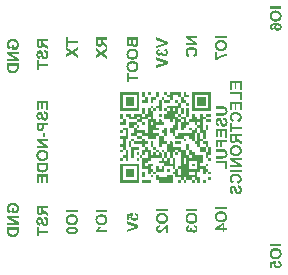
<source format=gbo>
G04*
G04 #@! TF.GenerationSoftware,Altium Limited,Altium Designer,22.1.2 (22)*
G04*
G04 Layer_Color=32896*
%FSLAX44Y44*%
%MOMM*%
G71*
G04*
G04 #@! TF.SameCoordinates,9297B7E3-83E3-42CA-A819-2C289E2C524A*
G04*
G04*
G04 #@! TF.FilePolarity,Positive*
G04*
G01*
G75*
G36*
X146730Y162860D02*
X144315D01*
Y165103D01*
X146730D01*
Y162860D01*
D02*
G37*
G36*
X132758D02*
X130343D01*
Y164067D01*
Y164240D01*
Y165103D01*
X132758D01*
Y162860D01*
D02*
G37*
G36*
X162945Y164067D02*
Y163895D01*
Y162687D01*
X165360D01*
Y160445D01*
X160702D01*
Y165103D01*
X162945D01*
Y164067D01*
D02*
G37*
G36*
X139657Y160445D02*
X137415D01*
Y164067D01*
Y164240D01*
Y165103D01*
X139657D01*
Y160445D01*
D02*
G37*
G36*
X127928D02*
X125685D01*
Y165103D01*
X127928D01*
Y160445D01*
D02*
G37*
G36*
X144315Y158202D02*
X142072D01*
Y160100D01*
Y160273D01*
Y160445D01*
X144315D01*
Y158202D01*
D02*
G37*
G36*
X158287Y160445D02*
X160702D01*
Y158375D01*
Y158202D01*
Y158030D01*
X162945D01*
Y155787D01*
X158287D01*
Y160445D01*
X156045D01*
Y162860D01*
X151388D01*
Y158202D01*
X148973D01*
Y160445D01*
X146730D01*
Y162687D01*
X148973D01*
Y165103D01*
X158287D01*
Y160445D01*
D02*
G37*
G36*
X148973Y155787D02*
X144315D01*
Y158030D01*
X148973D01*
Y155787D01*
D02*
G37*
G36*
X137415Y158202D02*
X135000D01*
Y155787D01*
X132758D01*
Y159928D01*
Y160100D01*
Y160445D01*
X137415D01*
Y158202D01*
D02*
G37*
G36*
X130343Y159065D02*
Y158892D01*
Y155787D01*
X125685D01*
Y158030D01*
X128100D01*
Y160445D01*
X130343D01*
Y159065D01*
D02*
G37*
G36*
X165360Y155098D02*
Y154925D01*
Y153545D01*
X163118D01*
Y155787D01*
X165360D01*
Y155098D01*
D02*
G37*
G36*
X183990Y148888D02*
X167775D01*
Y154062D01*
Y154235D01*
Y165103D01*
X183990D01*
Y148888D01*
D02*
G37*
G36*
X146730D02*
X144315D01*
Y150612D01*
Y150785D01*
Y151130D01*
X146730D01*
Y148888D01*
D02*
G37*
G36*
X142072D02*
X139657D01*
Y151130D01*
X137415D01*
Y151302D01*
Y153372D01*
X139657D01*
Y158030D01*
X142072D01*
Y148888D01*
D02*
G37*
G36*
X135000Y151130D02*
X137415D01*
Y148888D01*
X135000D01*
Y151130D01*
X132758D01*
Y153372D01*
X135000D01*
Y151130D01*
D02*
G37*
G36*
X123270Y148888D02*
X107055D01*
Y165103D01*
X123270D01*
Y148888D01*
D02*
G37*
G36*
X156045Y155787D02*
X158287D01*
Y151130D01*
X160702D01*
Y150957D01*
Y150785D01*
Y146473D01*
X158287D01*
Y151130D01*
X156045D01*
Y146473D01*
X158287D01*
Y144230D01*
X156045D01*
Y146128D01*
Y146300D01*
Y146473D01*
X153630D01*
Y144058D01*
X156045D01*
Y141815D01*
X158287D01*
Y139400D01*
X160702D01*
Y141815D01*
X158287D01*
Y144058D01*
X162945D01*
Y139400D01*
X165360D01*
Y138710D01*
Y138538D01*
Y137157D01*
X162945D01*
Y134742D01*
X160702D01*
Y132500D01*
X158287D01*
Y139400D01*
X156045D01*
Y132500D01*
X153630D01*
Y127843D01*
X151388D01*
Y130085D01*
X149145D01*
Y130258D01*
X148973D01*
Y134742D01*
X151388D01*
Y137157D01*
X153630D01*
Y141815D01*
X151388D01*
Y139572D01*
X151215D01*
Y139400D01*
X149145D01*
Y139572D01*
X148973D01*
Y141815D01*
X144315D01*
Y144058D01*
Y144230D01*
Y146300D01*
X144487D01*
Y146473D01*
X146730D01*
Y148715D01*
X148973D01*
Y151130D01*
X146730D01*
Y153372D01*
X156045D01*
Y155787D01*
X153630D01*
Y158030D01*
X156045D01*
Y155787D01*
D02*
G37*
G36*
X127928Y146473D02*
X125685D01*
Y148888D01*
Y149060D01*
Y151130D01*
X127928D01*
Y146473D01*
D02*
G37*
G36*
X183990Y144230D02*
X179333D01*
Y146473D01*
X183990D01*
Y144230D01*
D02*
G37*
G36*
X165360D02*
X163118D01*
Y151130D01*
X165360D01*
Y144230D01*
D02*
G37*
G36*
X141900Y146300D02*
X142072D01*
Y146128D01*
Y145955D01*
Y144230D01*
X139657D01*
Y146300D01*
X139830D01*
Y146473D01*
X141900D01*
Y146300D01*
D02*
G37*
G36*
X132758Y148715D02*
X135000D01*
Y141815D01*
X137242D01*
Y141643D01*
X137415D01*
Y139400D01*
X139657D01*
Y141643D01*
X139830D01*
Y141815D01*
X141900D01*
Y141643D01*
X142072D01*
Y139400D01*
X144315D01*
Y137157D01*
X137415D01*
Y134742D01*
X139657D01*
Y132500D01*
X135000D01*
Y130085D01*
X139657D01*
Y127843D01*
X137415D01*
Y125600D01*
X137242D01*
Y125428D01*
X130515D01*
Y125600D01*
X130343D01*
Y127843D01*
X125685D01*
Y130085D01*
X121027D01*
Y127843D01*
X125685D01*
Y125428D01*
X127928D01*
Y123185D01*
X130343D01*
Y120770D01*
X127928D01*
Y120253D01*
Y120080D01*
Y118527D01*
X125685D01*
Y120770D01*
X118785D01*
Y123185D01*
X125685D01*
Y125428D01*
X121027D01*
Y127153D01*
Y127325D01*
Y127843D01*
X116370D01*
Y130085D01*
X118785D01*
Y134742D01*
X121027D01*
Y132500D01*
X127928D01*
Y130085D01*
X130343D01*
Y141643D01*
X130515D01*
Y141815D01*
X132758D01*
Y144230D01*
X130343D01*
Y141815D01*
X125685D01*
Y139400D01*
X127928D01*
Y137157D01*
X125685D01*
Y139400D01*
X121027D01*
Y141815D01*
X114128D01*
Y144058D01*
X113955D01*
Y144230D01*
X111713D01*
Y146473D01*
X116370D01*
Y144058D01*
X118785D01*
Y146473D01*
X125685D01*
Y144058D01*
X128100D01*
Y146473D01*
X130343D01*
Y151130D01*
X132758D01*
Y148715D01*
D02*
G37*
G36*
X176917Y144058D02*
X179333D01*
Y141815D01*
X183990D01*
Y139400D01*
X179333D01*
Y141815D01*
X176917D01*
Y132500D01*
X179333D01*
Y125428D01*
X177090D01*
Y130085D01*
X174675D01*
Y134742D01*
X172432D01*
Y137157D01*
X174675D01*
Y139400D01*
X172260D01*
Y137157D01*
X170018D01*
Y139400D01*
X165360D01*
Y141815D01*
X167775D01*
Y146473D01*
X170018D01*
Y144058D01*
X172260D01*
Y141815D01*
X174675D01*
Y146473D01*
X176917D01*
Y144058D01*
D02*
G37*
G36*
X109298Y141815D02*
X107055D01*
Y146473D01*
X109298D01*
Y141815D01*
D02*
G37*
G36*
X111713Y137157D02*
X107055D01*
Y138883D01*
Y139055D01*
Y139400D01*
X109470D01*
Y141815D01*
X111713D01*
Y137157D01*
D02*
G37*
G36*
X121027Y137502D02*
Y137330D01*
Y137157D01*
X123270D01*
Y136295D01*
Y136123D01*
Y134742D01*
X121027D01*
Y137157D01*
X118612D01*
Y134742D01*
X114128D01*
Y139400D01*
X121027D01*
Y137502D01*
D02*
G37*
G36*
X181575Y132500D02*
X179333D01*
Y132673D01*
Y137157D01*
X181575D01*
Y132500D01*
D02*
G37*
G36*
X167603D02*
X165360D01*
Y134052D01*
Y134225D01*
Y134742D01*
X167603D01*
Y132500D01*
D02*
G37*
G36*
X109298Y130085D02*
X107055D01*
Y132500D01*
X109298D01*
Y130085D01*
D02*
G37*
G36*
X146730Y127843D02*
X144315D01*
Y130085D01*
X142072D01*
Y132500D01*
X144315D01*
Y134742D01*
X146730D01*
Y127843D01*
D02*
G37*
G36*
X162945Y123185D02*
X160702D01*
Y125428D01*
X162945D01*
Y123185D01*
D02*
G37*
G36*
X118612D02*
X116370D01*
Y124738D01*
Y124910D01*
Y125428D01*
X118612D01*
Y123185D01*
D02*
G37*
G36*
X158287Y120770D02*
X153802D01*
Y120942D01*
X153630D01*
Y122668D01*
Y122840D01*
Y123013D01*
X153802D01*
Y123185D01*
X158287D01*
Y120770D01*
D02*
G37*
G36*
X181575Y118527D02*
X179333D01*
Y118700D01*
Y120770D01*
X177090D01*
Y123185D01*
X181575D01*
Y118527D01*
D02*
G37*
G36*
X144315Y123185D02*
X146558D01*
Y123013D01*
X146730D01*
Y120942D01*
X146558D01*
Y120770D01*
X142072D01*
Y118527D01*
X139657D01*
Y125083D01*
Y125255D01*
Y127670D01*
X139830D01*
Y127843D01*
X144315D01*
Y123185D01*
D02*
G37*
G36*
X135000Y118527D02*
X132758D01*
Y121115D01*
Y121287D01*
Y123185D01*
X135000D01*
Y118527D01*
D02*
G37*
G36*
X165360Y116285D02*
X165187D01*
Y116112D01*
X163118D01*
Y120770D01*
X165360D01*
Y116285D01*
D02*
G37*
G36*
X137242Y118355D02*
X137415D01*
Y116803D01*
Y116630D01*
Y116285D01*
X137242D01*
Y116112D01*
X135173D01*
Y116285D01*
X135000D01*
Y118355D01*
X135173D01*
Y118527D01*
X137242D01*
Y118355D01*
D02*
G37*
G36*
X144315Y113870D02*
X142072D01*
Y116112D01*
X144315D01*
Y113870D01*
D02*
G37*
G36*
X139657D02*
X137415D01*
Y116112D01*
X139657D01*
Y113870D01*
D02*
G37*
G36*
X109298D02*
X107055D01*
Y116112D01*
X109298D01*
Y113870D01*
D02*
G37*
G36*
X155872Y113698D02*
X156045D01*
Y111628D01*
X155872D01*
Y111455D01*
X153802D01*
Y111628D01*
X153630D01*
Y113180D01*
Y113352D01*
Y113698D01*
X153802D01*
Y113870D01*
X155872D01*
Y113698D01*
D02*
G37*
G36*
X123270Y111455D02*
X121027D01*
Y113870D01*
X123270D01*
Y111455D01*
D02*
G37*
G36*
X172260Y130085D02*
X170018D01*
Y124392D01*
Y124220D01*
Y123185D01*
X172432D01*
Y130085D01*
X174675D01*
Y125428D01*
X176917D01*
Y123185D01*
X174675D01*
Y118527D01*
X179333D01*
Y113870D01*
X181747D01*
Y118527D01*
X183990D01*
Y111800D01*
Y111628D01*
Y111455D01*
X181575D01*
Y109213D01*
X179333D01*
Y113870D01*
X174675D01*
Y118527D01*
X172432D01*
Y120770D01*
X170018D01*
Y123185D01*
X167775D01*
Y125428D01*
X165360D01*
Y127843D01*
X160702D01*
Y125600D01*
X160530D01*
Y125428D01*
X153802D01*
Y125600D01*
X153630D01*
Y127670D01*
X153802D01*
Y127843D01*
X156045D01*
Y130085D01*
X167775D01*
Y132500D01*
X170018D01*
Y134742D01*
X172260D01*
Y130085D01*
D02*
G37*
G36*
X146558Y113698D02*
X146730D01*
Y109213D01*
X144315D01*
Y109385D01*
Y109558D01*
Y113698D01*
X144487D01*
Y113870D01*
X146558D01*
Y113698D01*
D02*
G37*
G36*
X125685Y109213D02*
X123442D01*
Y111455D01*
X125685D01*
Y109213D01*
D02*
G37*
G36*
X116370Y118527D02*
X123270D01*
Y117837D01*
Y117665D01*
Y116112D01*
X118612D01*
Y109213D01*
X116370D01*
Y118527D01*
X114128D01*
Y122150D01*
Y122323D01*
Y123185D01*
X116370D01*
Y118527D01*
D02*
G37*
G36*
X183990Y106798D02*
X181747D01*
Y109040D01*
X183990D01*
Y106798D01*
D02*
G37*
G36*
X123270Y108868D02*
Y106798D01*
X121027D01*
Y109040D01*
X123270D01*
Y108868D01*
D02*
G37*
G36*
X113955Y125428D02*
X111713D01*
Y116112D01*
X113955D01*
Y114560D01*
Y114388D01*
Y106798D01*
X111713D01*
Y109213D01*
X109470D01*
Y111455D01*
X111713D01*
Y116112D01*
X109470D01*
Y118527D01*
X107055D01*
Y120770D01*
X109470D01*
Y125428D01*
X107055D01*
Y127843D01*
X111713D01*
Y132500D01*
X109470D01*
Y134742D01*
X113955D01*
Y125428D01*
D02*
G37*
G36*
X109298Y106798D02*
X107055D01*
Y107315D01*
Y107487D01*
Y109040D01*
X109298D01*
Y106798D01*
D02*
G37*
G36*
X153630Y99897D02*
X151388D01*
Y102140D01*
X144315D01*
Y104555D01*
X139657D01*
Y106798D01*
X142072D01*
Y109040D01*
X144315D01*
Y106798D01*
X146730D01*
Y109040D01*
X148973D01*
Y104382D01*
X151388D01*
Y105763D01*
Y105935D01*
Y109040D01*
X153630D01*
Y99897D01*
D02*
G37*
G36*
X181575Y102140D02*
X179333D01*
Y104382D01*
X181575D01*
Y102140D01*
D02*
G37*
G36*
X144315Y100588D02*
Y100415D01*
Y97483D01*
X137415D01*
Y102140D01*
X139657D01*
Y99725D01*
X142072D01*
Y102140D01*
X144315D01*
Y100588D01*
D02*
G37*
G36*
X148973Y97483D02*
X146730D01*
Y99380D01*
Y99552D01*
Y99725D01*
X148973D01*
Y97483D01*
D02*
G37*
G36*
X183990Y95240D02*
X181747D01*
Y97483D01*
X183990D01*
Y95240D01*
D02*
G37*
G36*
X151215Y123013D02*
X151388D01*
Y118527D01*
X158287D01*
Y116112D01*
X162945D01*
Y111455D01*
X165360D01*
Y109040D01*
X167603D01*
Y109213D01*
X167775D01*
Y111455D01*
X165360D01*
Y116112D01*
X167603D01*
Y113870D01*
X170018D01*
Y111455D01*
X176917D01*
Y104555D01*
X174675D01*
Y102140D01*
X179333D01*
Y99725D01*
X181575D01*
Y97483D01*
X179333D01*
Y95240D01*
X177090D01*
Y99725D01*
X176917D01*
Y99897D01*
X174675D01*
Y97483D01*
X172260D01*
Y92825D01*
X174675D01*
Y88167D01*
X172432D01*
Y90410D01*
X172260D01*
Y90583D01*
X170018D01*
Y92825D01*
X167603D01*
Y90583D01*
X163118D01*
Y92825D01*
X160702D01*
Y90583D01*
X158287D01*
Y92825D01*
X153630D01*
Y95240D01*
X151388D01*
Y97483D01*
X153630D01*
Y99725D01*
X156045D01*
Y95068D01*
X158287D01*
Y99897D01*
X156045D01*
Y102140D01*
X158287D01*
Y113870D01*
X156045D01*
Y116112D01*
X153630D01*
Y113870D01*
X151388D01*
Y109213D01*
X148973D01*
Y113870D01*
X146730D01*
Y115077D01*
Y115250D01*
Y120770D01*
X148973D01*
Y123013D01*
X149145D01*
Y123185D01*
X151215D01*
Y123013D01*
D02*
G37*
G36*
X130343Y116112D02*
X132758D01*
Y111455D01*
X135000D01*
Y113698D01*
X135173D01*
Y113870D01*
X137242D01*
Y113698D01*
X137415D01*
Y111455D01*
X139657D01*
Y113698D01*
X139830D01*
Y113870D01*
X141900D01*
Y113698D01*
X142072D01*
Y109213D01*
X132758D01*
Y106970D01*
X132585D01*
Y106798D01*
X130343D01*
Y104555D01*
X128100D01*
Y104382D01*
X127928D01*
Y102140D01*
X130343D01*
Y104382D01*
X135000D01*
Y102140D01*
X132758D01*
Y99725D01*
X135000D01*
Y97483D01*
X137415D01*
Y95240D01*
X135000D01*
Y96620D01*
Y96792D01*
Y97483D01*
X132758D01*
Y95240D01*
X130343D01*
Y99897D01*
X125685D01*
Y100070D01*
Y100243D01*
Y109040D01*
X130343D01*
Y113870D01*
X127928D01*
Y111455D01*
X125857D01*
Y111628D01*
X125685D01*
Y116112D01*
X128100D01*
Y118527D01*
X130343D01*
Y116112D01*
D02*
G37*
G36*
X151388Y88167D02*
X139657D01*
Y90583D01*
X137415D01*
Y92825D01*
Y92998D01*
Y95068D01*
X139657D01*
Y92825D01*
X146730D01*
Y95068D01*
X151388D01*
Y88167D01*
D02*
G37*
G36*
X135000Y94377D02*
Y94205D01*
Y92825D01*
X132758D01*
Y95068D01*
X135000D01*
Y94377D01*
D02*
G37*
G36*
X127928Y95413D02*
Y95240D01*
Y92825D01*
X125685D01*
Y97483D01*
X127928D01*
Y95413D01*
D02*
G37*
G36*
X183990Y90583D02*
X181747D01*
Y92825D01*
X183990D01*
Y90583D01*
D02*
G37*
G36*
X179333Y88340D02*
Y88167D01*
X177090D01*
Y90410D01*
X179333D01*
Y88340D01*
D02*
G37*
G36*
X170018Y88167D02*
X167775D01*
Y90410D01*
X170018D01*
Y88167D01*
D02*
G37*
G36*
X162945D02*
X160702D01*
Y90410D01*
X162945D01*
Y88167D01*
D02*
G37*
G36*
X158287D02*
X156045D01*
Y90410D01*
X158287D01*
Y88167D01*
D02*
G37*
G36*
X132758D02*
X125685D01*
Y90410D01*
X132758D01*
Y88167D01*
D02*
G37*
G36*
X123270Y100760D02*
Y100588D01*
Y88167D01*
X107055D01*
Y104382D01*
X123270D01*
Y100760D01*
D02*
G37*
G36*
X46067Y149841D02*
X44417D01*
Y155282D01*
X41767D01*
Y150391D01*
X40118D01*
Y155282D01*
X37961D01*
Y150024D01*
X36312D01*
Y157256D01*
X46067D01*
Y149841D01*
D02*
G37*
G36*
X43191Y148643D02*
X43473Y148586D01*
X43741Y148502D01*
X43980Y148431D01*
X44206Y148333D01*
X44417Y148234D01*
X44601Y148135D01*
X44770Y148037D01*
X44911Y147938D01*
X45038Y147839D01*
X45150Y147755D01*
X45249Y147670D01*
X45320Y147614D01*
X45362Y147557D01*
X45390Y147529D01*
X45404Y147515D01*
X45559Y147318D01*
X45686Y147106D01*
X45799Y146881D01*
X45898Y146641D01*
X45968Y146416D01*
X46038Y146176D01*
X46137Y145711D01*
X46179Y145499D01*
X46208Y145302D01*
X46222Y145133D01*
X46236Y144978D01*
X46250Y144851D01*
Y144668D01*
X46236Y144216D01*
X46194Y143808D01*
X46137Y143441D01*
X46109Y143286D01*
X46067Y143131D01*
X46038Y143004D01*
X46010Y142891D01*
X45982Y142793D01*
X45954Y142708D01*
X45926Y142638D01*
X45912Y142595D01*
X45898Y142567D01*
Y142553D01*
X45743Y142243D01*
X45573Y141989D01*
X45404Y141749D01*
X45221Y141566D01*
X45066Y141425D01*
X44925Y141312D01*
X44840Y141256D01*
X44826Y141228D01*
X44812D01*
X44530Y141073D01*
X44262Y140946D01*
X43994Y140861D01*
X43741Y140805D01*
X43543Y140777D01*
X43445Y140763D01*
X43374Y140749D01*
X43318D01*
X43275D01*
X43247D01*
X43233D01*
X42895Y140763D01*
X42599Y140805D01*
X42331Y140875D01*
X42105Y140946D01*
X41922Y141016D01*
X41795Y141087D01*
X41711Y141129D01*
X41683Y141143D01*
X41457Y141298D01*
X41260Y141482D01*
X41090Y141665D01*
X40950Y141834D01*
X40837Y141989D01*
X40752Y142116D01*
X40696Y142200D01*
X40682Y142215D01*
Y142229D01*
X40611Y142370D01*
X40541Y142511D01*
X40414Y142849D01*
X40301Y143201D01*
X40188Y143540D01*
X40146Y143695D01*
X40104Y143850D01*
X40061Y143991D01*
X40033Y144104D01*
X40005Y144202D01*
X39991Y144273D01*
X39977Y144329D01*
Y144343D01*
X39906Y144597D01*
X39850Y144823D01*
X39794Y145034D01*
X39737Y145231D01*
X39681Y145386D01*
X39624Y145541D01*
X39568Y145668D01*
X39526Y145781D01*
X39483Y145880D01*
X39441Y145950D01*
X39413Y146021D01*
X39385Y146063D01*
X39343Y146134D01*
X39328Y146148D01*
X39230Y146246D01*
X39131Y146317D01*
X39032Y146359D01*
X38934Y146387D01*
X38863Y146416D01*
X38793Y146430D01*
X38750D01*
X38736D01*
X38595Y146416D01*
X38482Y146387D01*
X38370Y146331D01*
X38285Y146274D01*
X38215Y146218D01*
X38172Y146162D01*
X38144Y146134D01*
X38130Y146119D01*
X38003Y145922D01*
X37919Y145711D01*
X37848Y145485D01*
X37806Y145274D01*
X37778Y145090D01*
X37764Y144935D01*
Y144794D01*
X37778Y144498D01*
X37820Y144245D01*
X37876Y144033D01*
X37933Y143864D01*
X37989Y143723D01*
X38045Y143624D01*
X38088Y143568D01*
X38102Y143554D01*
X38243Y143413D01*
X38412Y143286D01*
X38581Y143187D01*
X38765Y143117D01*
X38920Y143060D01*
X39046Y143032D01*
X39145Y143004D01*
X39159D01*
X39173D01*
X39103Y141031D01*
X38849Y141045D01*
X38623Y141087D01*
X38398Y141143D01*
X38201Y141214D01*
X38003Y141284D01*
X37820Y141369D01*
X37665Y141453D01*
X37510Y141538D01*
X37383Y141637D01*
X37270Y141721D01*
X37171Y141806D01*
X37087Y141876D01*
X37031Y141933D01*
X36988Y141975D01*
X36960Y142003D01*
X36946Y142017D01*
X36805Y142200D01*
X36678Y142398D01*
X36565Y142609D01*
X36467Y142835D01*
X36396Y143060D01*
X36326Y143286D01*
X36227Y143737D01*
X36199Y143948D01*
X36171Y144132D01*
X36156Y144315D01*
X36142Y144470D01*
X36128Y144597D01*
Y144766D01*
X36142Y145175D01*
X36185Y145541D01*
X36241Y145866D01*
X36298Y146148D01*
X36340Y146274D01*
X36368Y146387D01*
X36396Y146472D01*
X36424Y146557D01*
X36453Y146613D01*
X36467Y146655D01*
X36481Y146683D01*
Y146697D01*
X36622Y146979D01*
X36777Y147219D01*
X36946Y147430D01*
X37101Y147600D01*
X37242Y147741D01*
X37355Y147825D01*
X37439Y147896D01*
X37453Y147910D01*
X37468D01*
X37707Y148051D01*
X37961Y148149D01*
X38201Y148220D01*
X38412Y148262D01*
X38595Y148290D01*
X38736Y148319D01*
X38793D01*
X38835D01*
X38849D01*
X38863D01*
X39075Y148305D01*
X39286Y148276D01*
X39469Y148234D01*
X39653Y148178D01*
X39991Y148037D01*
X40287Y147867D01*
X40414Y147797D01*
X40512Y147712D01*
X40611Y147642D01*
X40696Y147571D01*
X40752Y147515D01*
X40795Y147473D01*
X40823Y147445D01*
X40837Y147430D01*
X40935Y147304D01*
X41034Y147149D01*
X41133Y146994D01*
X41217Y146810D01*
X41386Y146458D01*
X41528Y146091D01*
X41584Y145908D01*
X41640Y145753D01*
X41683Y145598D01*
X41725Y145471D01*
X41753Y145372D01*
X41781Y145288D01*
X41795Y145231D01*
Y145217D01*
X41852Y144992D01*
X41908Y144794D01*
X41950Y144611D01*
X41993Y144442D01*
X42035Y144301D01*
X42063Y144174D01*
X42105Y144061D01*
X42134Y143963D01*
X42148Y143878D01*
X42176Y143808D01*
X42204Y143709D01*
X42232Y143652D01*
Y143638D01*
X42303Y143455D01*
X42373Y143314D01*
X42444Y143187D01*
X42514Y143089D01*
X42571Y143018D01*
X42613Y142976D01*
X42641Y142948D01*
X42655Y142934D01*
X42754Y142863D01*
X42853Y142807D01*
X42951Y142779D01*
X43036Y142750D01*
X43120Y142736D01*
X43191Y142722D01*
X43233D01*
X43247D01*
X43445Y142736D01*
X43614Y142793D01*
X43783Y142877D01*
X43924Y142962D01*
X44037Y143060D01*
X44121Y143131D01*
X44178Y143187D01*
X44192Y143216D01*
X44319Y143413D01*
X44417Y143638D01*
X44488Y143878D01*
X44530Y144104D01*
X44558Y144315D01*
X44587Y144484D01*
Y144639D01*
X44573Y144964D01*
X44516Y145246D01*
X44446Y145485D01*
X44361Y145697D01*
X44276Y145866D01*
X44206Y145978D01*
X44149Y146049D01*
X44135Y146077D01*
X43938Y146260D01*
X43727Y146401D01*
X43487Y146528D01*
X43247Y146613D01*
X43036Y146683D01*
X42867Y146740D01*
X42810Y146754D01*
X42754D01*
X42726Y146768D01*
X42712D01*
X42895Y148685D01*
X43191Y148643D01*
D02*
G37*
G36*
X46067Y137097D02*
X42387D01*
Y135349D01*
X42373Y135138D01*
Y134941D01*
X42359Y134757D01*
X42345Y134588D01*
X42331Y134433D01*
X42317Y134306D01*
Y134179D01*
X42303Y134081D01*
X42289Y133982D01*
X42275Y133912D01*
Y133855D01*
X42260Y133813D01*
Y133785D01*
X42204Y133587D01*
X42134Y133404D01*
X42063Y133235D01*
X41979Y133080D01*
X41908Y132953D01*
X41852Y132854D01*
X41809Y132798D01*
X41795Y132770D01*
X41654Y132586D01*
X41499Y132431D01*
X41330Y132276D01*
X41189Y132163D01*
X41048Y132065D01*
X40935Y131994D01*
X40865Y131952D01*
X40837Y131938D01*
X40597Y131825D01*
X40343Y131741D01*
X40075Y131684D01*
X39836Y131642D01*
X39639Y131614D01*
X39540D01*
X39469Y131600D01*
X39399D01*
X39357D01*
X39328D01*
X39314D01*
X38905Y131628D01*
X38525Y131684D01*
X38215Y131783D01*
X37933Y131882D01*
X37820Y131938D01*
X37721Y131994D01*
X37637Y132037D01*
X37552Y132093D01*
X37496Y132121D01*
X37453Y132149D01*
X37439Y132177D01*
X37425D01*
X37171Y132403D01*
X36960Y132629D01*
X36791Y132868D01*
X36664Y133080D01*
X36579Y133277D01*
X36509Y133432D01*
X36495Y133489D01*
X36481Y133531D01*
X36467Y133559D01*
Y133573D01*
X36439Y133686D01*
X36410Y133827D01*
X36396Y133996D01*
X36382Y134165D01*
X36354Y134560D01*
X36326Y134955D01*
Y135321D01*
X36312Y135476D01*
Y139071D01*
X46067D01*
Y137097D01*
D02*
G37*
G36*
X43459Y126539D02*
X41584D01*
Y130218D01*
X43459D01*
Y126539D01*
D02*
G37*
G36*
X46067Y123621D02*
X39639D01*
X46067Y119659D01*
Y117686D01*
X36312D01*
Y119504D01*
X42881D01*
X36312Y123536D01*
Y125439D01*
X46067D01*
Y123621D01*
D02*
G37*
G36*
X41683Y115994D02*
X42091Y115952D01*
X42472Y115896D01*
X42824Y115811D01*
X43149Y115712D01*
X43445Y115599D01*
X43727Y115487D01*
X43966Y115360D01*
X44192Y115247D01*
X44375Y115134D01*
X44544Y115021D01*
X44685Y114923D01*
X44784Y114838D01*
X44868Y114782D01*
X44911Y114740D01*
X44925Y114726D01*
X45164Y114472D01*
X45362Y114204D01*
X45545Y113936D01*
X45686Y113640D01*
X45813Y113358D01*
X45926Y113062D01*
X46010Y112794D01*
X46081Y112512D01*
X46137Y112259D01*
X46179Y112019D01*
X46208Y111807D01*
X46222Y111624D01*
X46236Y111483D01*
X46250Y111370D01*
Y111272D01*
X46236Y110877D01*
X46194Y110510D01*
X46123Y110158D01*
X46038Y109834D01*
X45940Y109524D01*
X45827Y109242D01*
X45714Y108988D01*
X45587Y108748D01*
X45461Y108551D01*
X45348Y108368D01*
X45235Y108213D01*
X45136Y108086D01*
X45052Y107973D01*
X44981Y107902D01*
X44939Y107860D01*
X44925Y107846D01*
X44657Y107621D01*
X44375Y107423D01*
X44079Y107240D01*
X43783Y107099D01*
X43473Y106972D01*
X43163Y106859D01*
X42853Y106775D01*
X42557Y106704D01*
X42289Y106662D01*
X42021Y106620D01*
X41795Y106592D01*
X41598Y106563D01*
X41429D01*
X41302Y106549D01*
X41231D01*
X41203D01*
X40766Y106563D01*
X40357Y106606D01*
X39977Y106662D01*
X39610Y106747D01*
X39286Y106845D01*
X38976Y106958D01*
X38694Y107071D01*
X38454Y107198D01*
X38229Y107324D01*
X38031Y107437D01*
X37862Y107550D01*
X37721Y107649D01*
X37623Y107719D01*
X37538Y107790D01*
X37496Y107832D01*
X37482Y107846D01*
X37242Y108100D01*
X37031Y108368D01*
X36847Y108650D01*
X36692Y108932D01*
X36565Y109228D01*
X36453Y109510D01*
X36368Y109791D01*
X36298Y110059D01*
X36241Y110313D01*
X36199Y110553D01*
X36171Y110764D01*
X36142Y110948D01*
Y111088D01*
X36128Y111201D01*
Y111300D01*
X36142Y111723D01*
X36185Y112132D01*
X36255Y112484D01*
X36326Y112794D01*
X36368Y112921D01*
X36396Y113048D01*
X36424Y113147D01*
X36467Y113231D01*
X36481Y113302D01*
X36509Y113358D01*
X36523Y113386D01*
Y113400D01*
X36636Y113654D01*
X36777Y113894D01*
X36932Y114105D01*
X37073Y114288D01*
X37200Y114444D01*
X37313Y114570D01*
X37383Y114641D01*
X37397Y114655D01*
X37411Y114669D01*
X37637Y114866D01*
X37876Y115050D01*
X38088Y115205D01*
X38299Y115332D01*
X38482Y115430D01*
X38623Y115515D01*
X38680Y115529D01*
X38722Y115557D01*
X38736Y115571D01*
X38750D01*
X39145Y115712D01*
X39568Y115825D01*
X39991Y115896D01*
X40386Y115952D01*
X40569Y115966D01*
X40738Y115980D01*
X40879Y115994D01*
X41006D01*
X41119Y116008D01*
X41189D01*
X41246D01*
X41260D01*
X41683Y115994D01*
D02*
G37*
G36*
X46067Y101305D02*
X46053Y100925D01*
X46038Y100572D01*
X46010Y100276D01*
X45968Y100036D01*
X45926Y99839D01*
X45898Y99684D01*
X45883Y99642D01*
Y99599D01*
X45869Y99585D01*
Y99571D01*
X45757Y99261D01*
X45630Y98979D01*
X45503Y98753D01*
X45376Y98556D01*
X45263Y98401D01*
X45179Y98288D01*
X45122Y98218D01*
X45094Y98190D01*
X44826Y97950D01*
X44544Y97739D01*
X44248Y97555D01*
X43980Y97414D01*
X43727Y97302D01*
X43628Y97245D01*
X43543Y97217D01*
X43459Y97189D01*
X43402Y97161D01*
X43374Y97147D01*
X43360D01*
X43022Y97048D01*
X42669Y96963D01*
X42331Y96907D01*
X42007Y96879D01*
X41852Y96865D01*
X41711Y96851D01*
X41598D01*
X41485Y96836D01*
X41401D01*
X41344D01*
X41302D01*
X41288D01*
X40795Y96851D01*
X40357Y96893D01*
X40146Y96907D01*
X39963Y96935D01*
X39780Y96963D01*
X39624Y96991D01*
X39483Y97034D01*
X39357Y97062D01*
X39244Y97090D01*
X39159Y97104D01*
X39089Y97132D01*
X39032Y97147D01*
X39004Y97161D01*
X38990D01*
X38652Y97288D01*
X38342Y97443D01*
X38074Y97598D01*
X37848Y97753D01*
X37665Y97879D01*
X37524Y97992D01*
X37439Y98063D01*
X37411Y98077D01*
Y98091D01*
X37186Y98331D01*
X37002Y98570D01*
X36847Y98824D01*
X36720Y99050D01*
X36622Y99247D01*
X36551Y99416D01*
X36537Y99473D01*
X36523Y99515D01*
X36509Y99543D01*
Y99557D01*
X36439Y99825D01*
X36396Y100121D01*
X36354Y100431D01*
X36340Y100727D01*
X36326Y100995D01*
X36312Y101108D01*
Y104999D01*
X46067D01*
Y101305D01*
D02*
G37*
G36*
Y87744D02*
X44417D01*
Y93185D01*
X41767D01*
Y88294D01*
X40118D01*
Y93185D01*
X37961D01*
Y87927D01*
X36312D01*
Y95159D01*
X46067D01*
Y87744D01*
D02*
G37*
G36*
X209817Y166842D02*
X208167D01*
Y172284D01*
X205517D01*
Y167392D01*
X203868D01*
Y172284D01*
X201711D01*
Y167026D01*
X200062D01*
Y174257D01*
X209817D01*
Y166842D01*
D02*
G37*
G36*
Y158243D02*
X208167D01*
Y163149D01*
X200132D01*
Y165122D01*
X209817D01*
Y158243D01*
D02*
G37*
G36*
Y149418D02*
X208167D01*
Y154860D01*
X205517D01*
Y149968D01*
X203868D01*
Y154860D01*
X201711D01*
Y149602D01*
X200062D01*
Y156833D01*
X209817D01*
Y149418D01*
D02*
G37*
G36*
X193783Y152809D02*
X194051D01*
X194290Y152795D01*
X194516Y152781D01*
X194713Y152766D01*
X194897Y152752D01*
X195066Y152724D01*
X195207Y152710D01*
X195333Y152696D01*
X195446Y152682D01*
X195531Y152668D01*
X195601Y152654D01*
X195644D01*
X195672Y152640D01*
X195686D01*
X195897Y152569D01*
X196095Y152499D01*
X196278Y152400D01*
X196433Y152315D01*
X196574Y152231D01*
X196687Y152160D01*
X196743Y152104D01*
X196771Y152090D01*
X196955Y151921D01*
X197124Y151737D01*
X197265Y151540D01*
X197392Y151357D01*
X197490Y151202D01*
X197561Y151061D01*
X197603Y150976D01*
X197617Y150962D01*
Y150948D01*
X197674Y150807D01*
X197716Y150652D01*
X197800Y150299D01*
X197857Y149947D01*
X197885Y149609D01*
X197899Y149454D01*
X197913Y149299D01*
Y149172D01*
X197927Y149045D01*
Y148819D01*
X197913Y148410D01*
X197885Y148044D01*
X197829Y147720D01*
X197772Y147452D01*
X197758Y147339D01*
X197730Y147226D01*
X197702Y147142D01*
X197674Y147071D01*
X197659Y147015D01*
X197645Y146973D01*
X197631Y146959D01*
Y146944D01*
X197519Y146691D01*
X197377Y146465D01*
X197251Y146268D01*
X197124Y146098D01*
X197011Y145972D01*
X196926Y145873D01*
X196870Y145817D01*
X196842Y145802D01*
X196644Y145647D01*
X196433Y145521D01*
X196236Y145422D01*
X196038Y145337D01*
X195869Y145281D01*
X195728Y145239D01*
X195686Y145225D01*
X195644D01*
X195630Y145210D01*
X195615D01*
X195460Y145182D01*
X195291Y145154D01*
X195108Y145126D01*
X194925Y145112D01*
X194502Y145084D01*
X194093Y145055D01*
X193910D01*
X193726D01*
X193557Y145041D01*
X193416D01*
X193304D01*
X193205D01*
X193148D01*
X193134D01*
X187989D01*
Y147015D01*
X193402D01*
X193614D01*
X193811D01*
X193994Y147029D01*
X194163D01*
X194304Y147043D01*
X194445D01*
X194572Y147057D01*
X194685D01*
X194854Y147085D01*
X194981Y147099D01*
X195051Y147114D01*
X195080D01*
X195263Y147156D01*
X195418Y147226D01*
X195559Y147311D01*
X195686Y147395D01*
X195785Y147480D01*
X195855Y147550D01*
X195897Y147607D01*
X195911Y147621D01*
X196024Y147790D01*
X196109Y148002D01*
X196165Y148199D01*
X196208Y148410D01*
X196236Y148594D01*
X196250Y148735D01*
Y148876D01*
X196236Y149172D01*
X196193Y149425D01*
X196137Y149651D01*
X196066Y149848D01*
X196010Y149989D01*
X195954Y150102D01*
X195911Y150159D01*
X195897Y150187D01*
X195756Y150342D01*
X195587Y150469D01*
X195432Y150581D01*
X195277Y150652D01*
X195136Y150708D01*
X195023Y150751D01*
X194953Y150779D01*
X194925D01*
X194840Y150793D01*
X194755Y150807D01*
X194643D01*
X194516Y150821D01*
X194248Y150835D01*
X193966D01*
X193712Y150849D01*
X193599D01*
X193487D01*
X193402D01*
X193346D01*
X193304D01*
X193289D01*
X187989D01*
Y152823D01*
X193205D01*
X193501D01*
X193783Y152809D01*
D02*
G37*
G36*
X205447Y148079D02*
X205841Y148037D01*
X206222Y147980D01*
X206560Y147896D01*
X206884Y147811D01*
X207195Y147698D01*
X207463Y147586D01*
X207702Y147473D01*
X207928Y147360D01*
X208125Y147247D01*
X208280Y147135D01*
X208421Y147050D01*
X208520Y146966D01*
X208604Y146909D01*
X208647Y146867D01*
X208661Y146853D01*
X208900Y146613D01*
X209098Y146359D01*
X209281Y146091D01*
X209422Y145824D01*
X209549Y145556D01*
X209662Y145288D01*
X209746Y145034D01*
X209817Y144795D01*
X209873Y144555D01*
X209915Y144344D01*
X209944Y144146D01*
X209958Y143991D01*
X209972Y143850D01*
X209986Y143751D01*
Y143667D01*
X209972Y143371D01*
X209958Y143103D01*
X209915Y142835D01*
X209859Y142595D01*
X209803Y142370D01*
X209746Y142158D01*
X209676Y141961D01*
X209591Y141778D01*
X209521Y141623D01*
X209450Y141482D01*
X209394Y141355D01*
X209337Y141256D01*
X209281Y141172D01*
X209239Y141115D01*
X209225Y141087D01*
X209211Y141073D01*
X209056Y140890D01*
X208886Y140721D01*
X208506Y140410D01*
X208111Y140157D01*
X207730Y139959D01*
X207547Y139875D01*
X207378Y139804D01*
X207223Y139748D01*
X207096Y139691D01*
X206983Y139649D01*
X206899Y139621D01*
X206842Y139607D01*
X206828D01*
X206236Y141524D01*
X206617Y141637D01*
X206941Y141764D01*
X207209Y141891D01*
X207434Y142031D01*
X207603Y142144D01*
X207716Y142243D01*
X207787Y142313D01*
X207815Y142342D01*
X207984Y142567D01*
X208097Y142793D01*
X208181Y143018D01*
X208252Y143216D01*
X208280Y143399D01*
X208294Y143554D01*
X208308Y143610D01*
Y143681D01*
X208294Y143878D01*
X208280Y144061D01*
X208181Y144400D01*
X208069Y144696D01*
X207914Y144936D01*
X207773Y145133D01*
X207660Y145274D01*
X207603Y145330D01*
X207561Y145372D01*
X207547Y145387D01*
X207533Y145401D01*
X207378Y145513D01*
X207195Y145612D01*
X206997Y145711D01*
X206786Y145781D01*
X206349Y145894D01*
X205912Y145979D01*
X205700Y146007D01*
X205517Y146021D01*
X205334Y146049D01*
X205179D01*
X205066Y146063D01*
X204967D01*
X204897D01*
X204883D01*
X204559Y146049D01*
X204263Y146035D01*
X203995Y146007D01*
X203741Y145965D01*
X203515Y145908D01*
X203304Y145852D01*
X203121Y145795D01*
X202952Y145725D01*
X202810Y145669D01*
X202684Y145612D01*
X202585Y145556D01*
X202500Y145499D01*
X202430Y145457D01*
X202388Y145429D01*
X202359Y145401D01*
X202345D01*
X202204Y145274D01*
X202078Y145133D01*
X201979Y144992D01*
X201894Y144837D01*
X201753Y144541D01*
X201655Y144259D01*
X201598Y144019D01*
X201584Y143906D01*
X201570Y143822D01*
X201556Y143737D01*
Y143639D01*
X201570Y143357D01*
X201626Y143103D01*
X201697Y142877D01*
X201781Y142680D01*
X201866Y142525D01*
X201936Y142412D01*
X201993Y142342D01*
X202007Y142313D01*
X202176Y142130D01*
X202374Y141961D01*
X202571Y141834D01*
X202768Y141735D01*
X202937Y141665D01*
X203064Y141623D01*
X203121Y141594D01*
X203163D01*
X203177Y141580D01*
X203191D01*
X202726Y139635D01*
X202317Y139776D01*
X201965Y139931D01*
X201655Y140100D01*
X201401Y140255D01*
X201203Y140410D01*
X201119Y140467D01*
X201048Y140523D01*
X201006Y140566D01*
X200964Y140608D01*
X200936Y140622D01*
Y140636D01*
X200752Y140847D01*
X200583Y141087D01*
X200442Y141313D01*
X200329Y141552D01*
X200217Y141806D01*
X200132Y142046D01*
X200062Y142285D01*
X200005Y142511D01*
X199963Y142722D01*
X199935Y142920D01*
X199907Y143089D01*
X199892Y143244D01*
X199878Y143371D01*
Y143540D01*
X199892Y143906D01*
X199935Y144273D01*
X200005Y144597D01*
X200090Y144921D01*
X200189Y145203D01*
X200301Y145485D01*
X200428Y145725D01*
X200555Y145950D01*
X200682Y146162D01*
X200809Y146331D01*
X200921Y146486D01*
X201020Y146613D01*
X201105Y146712D01*
X201175Y146782D01*
X201218Y146825D01*
X201232Y146839D01*
X201500Y147064D01*
X201781Y147247D01*
X202078Y147417D01*
X202388Y147558D01*
X202712Y147684D01*
X203022Y147783D01*
X203332Y147868D01*
X203628Y147938D01*
X203924Y147995D01*
X204178Y148023D01*
X204418Y148051D01*
X204615Y148079D01*
X204784D01*
X204911Y148093D01*
X204996D01*
X205010D01*
X205024D01*
X205447Y148079D01*
D02*
G37*
G36*
X194868Y143434D02*
X195150Y143378D01*
X195418Y143293D01*
X195658Y143223D01*
X195883Y143124D01*
X196095Y143025D01*
X196278Y142927D01*
X196447Y142828D01*
X196588Y142729D01*
X196715Y142631D01*
X196828Y142546D01*
X196926Y142462D01*
X196997Y142405D01*
X197039Y142349D01*
X197067Y142320D01*
X197082Y142306D01*
X197237Y142109D01*
X197363Y141898D01*
X197476Y141672D01*
X197575Y141432D01*
X197645Y141207D01*
X197716Y140967D01*
X197815Y140502D01*
X197857Y140291D01*
X197885Y140093D01*
X197899Y139924D01*
X197913Y139769D01*
X197927Y139642D01*
Y139459D01*
X197913Y139008D01*
X197871Y138599D01*
X197815Y138232D01*
X197786Y138077D01*
X197744Y137922D01*
X197716Y137795D01*
X197688Y137683D01*
X197659Y137584D01*
X197631Y137499D01*
X197603Y137429D01*
X197589Y137387D01*
X197575Y137358D01*
Y137344D01*
X197420Y137034D01*
X197251Y136780D01*
X197082Y136541D01*
X196898Y136357D01*
X196743Y136216D01*
X196602Y136104D01*
X196518Y136047D01*
X196504Y136019D01*
X196489D01*
X196208Y135864D01*
X195940Y135737D01*
X195672Y135653D01*
X195418Y135596D01*
X195221Y135568D01*
X195122Y135554D01*
X195051Y135540D01*
X194995D01*
X194953D01*
X194925D01*
X194911D01*
X194572Y135554D01*
X194276Y135596D01*
X194008Y135667D01*
X193783Y135737D01*
X193599Y135808D01*
X193473Y135878D01*
X193388Y135920D01*
X193360Y135935D01*
X193134Y136090D01*
X192937Y136273D01*
X192768Y136456D01*
X192627Y136625D01*
X192514Y136780D01*
X192430Y136907D01*
X192373Y136992D01*
X192359Y137006D01*
Y137020D01*
X192288Y137161D01*
X192218Y137302D01*
X192091Y137640D01*
X191978Y137993D01*
X191866Y138331D01*
X191823Y138486D01*
X191781Y138641D01*
X191739Y138782D01*
X191710Y138895D01*
X191682Y138994D01*
X191668Y139064D01*
X191654Y139121D01*
Y139135D01*
X191584Y139388D01*
X191527Y139614D01*
X191471Y139825D01*
X191415Y140023D01*
X191358Y140178D01*
X191302Y140333D01*
X191245Y140460D01*
X191203Y140573D01*
X191161Y140671D01*
X191119Y140742D01*
X191090Y140812D01*
X191062Y140855D01*
X191020Y140925D01*
X191006Y140939D01*
X190907Y141038D01*
X190808Y141108D01*
X190710Y141151D01*
X190611Y141179D01*
X190541Y141207D01*
X190470Y141221D01*
X190428D01*
X190414D01*
X190273Y141207D01*
X190160Y141179D01*
X190047Y141122D01*
X189963Y141066D01*
X189892Y141010D01*
X189850Y140953D01*
X189821Y140925D01*
X189807Y140911D01*
X189681Y140714D01*
X189596Y140502D01*
X189526Y140276D01*
X189483Y140065D01*
X189455Y139882D01*
X189441Y139727D01*
Y139586D01*
X189455Y139290D01*
X189497Y139036D01*
X189554Y138825D01*
X189610Y138655D01*
X189667Y138514D01*
X189723Y138416D01*
X189765Y138359D01*
X189779Y138345D01*
X189920Y138204D01*
X190089Y138077D01*
X190259Y137979D01*
X190442Y137908D01*
X190597Y137852D01*
X190724Y137824D01*
X190822Y137795D01*
X190837D01*
X190851D01*
X190780Y135822D01*
X190526Y135836D01*
X190301Y135878D01*
X190075Y135935D01*
X189878Y136005D01*
X189681Y136076D01*
X189497Y136160D01*
X189342Y136245D01*
X189187Y136329D01*
X189060Y136428D01*
X188948Y136513D01*
X188849Y136597D01*
X188764Y136668D01*
X188708Y136724D01*
X188666Y136766D01*
X188637Y136795D01*
X188623Y136809D01*
X188482Y136992D01*
X188356Y137189D01*
X188243Y137401D01*
X188144Y137626D01*
X188074Y137852D01*
X188003Y138077D01*
X187904Y138528D01*
X187876Y138740D01*
X187848Y138923D01*
X187834Y139106D01*
X187820Y139262D01*
X187806Y139388D01*
Y139558D01*
X187820Y139966D01*
X187862Y140333D01*
X187918Y140657D01*
X187975Y140939D01*
X188017Y141066D01*
X188045Y141179D01*
X188074Y141263D01*
X188102Y141348D01*
X188130Y141404D01*
X188144Y141447D01*
X188158Y141475D01*
Y141489D01*
X188299Y141771D01*
X188454Y142010D01*
X188623Y142222D01*
X188778Y142391D01*
X188919Y142532D01*
X189032Y142617D01*
X189117Y142687D01*
X189131Y142701D01*
X189145D01*
X189384Y142842D01*
X189638Y142941D01*
X189878Y143011D01*
X190089Y143054D01*
X190273Y143082D01*
X190414Y143110D01*
X190470D01*
X190512D01*
X190526D01*
X190541D01*
X190752Y143096D01*
X190963Y143068D01*
X191147Y143025D01*
X191330Y142969D01*
X191668Y142828D01*
X191964Y142659D01*
X192091Y142588D01*
X192190Y142504D01*
X192288Y142433D01*
X192373Y142363D01*
X192430Y142306D01*
X192472Y142264D01*
X192500Y142236D01*
X192514Y142222D01*
X192613Y142095D01*
X192711Y141940D01*
X192810Y141785D01*
X192895Y141602D01*
X193064Y141249D01*
X193205Y140883D01*
X193261Y140699D01*
X193318Y140544D01*
X193360Y140389D01*
X193402Y140262D01*
X193430Y140164D01*
X193459Y140079D01*
X193473Y140023D01*
Y140009D01*
X193529Y139783D01*
X193585Y139586D01*
X193628Y139403D01*
X193670Y139233D01*
X193712Y139092D01*
X193741Y138966D01*
X193783Y138853D01*
X193811Y138754D01*
X193825Y138669D01*
X193853Y138599D01*
X193881Y138500D01*
X193910Y138444D01*
Y138430D01*
X193980Y138246D01*
X194051Y138105D01*
X194121Y137979D01*
X194192Y137880D01*
X194248Y137809D01*
X194290Y137767D01*
X194319Y137739D01*
X194333Y137725D01*
X194431Y137654D01*
X194530Y137598D01*
X194629Y137570D01*
X194713Y137542D01*
X194798Y137528D01*
X194868Y137514D01*
X194911D01*
X194925D01*
X195122Y137528D01*
X195291Y137584D01*
X195460Y137669D01*
X195601Y137753D01*
X195714Y137852D01*
X195799Y137922D01*
X195855Y137979D01*
X195869Y138007D01*
X195996Y138204D01*
X196095Y138430D01*
X196165Y138669D01*
X196208Y138895D01*
X196236Y139106D01*
X196264Y139276D01*
Y139431D01*
X196250Y139755D01*
X196193Y140037D01*
X196123Y140276D01*
X196038Y140488D01*
X195954Y140657D01*
X195883Y140770D01*
X195827Y140840D01*
X195813Y140869D01*
X195615Y141052D01*
X195404Y141193D01*
X195164Y141320D01*
X194925Y141404D01*
X194713Y141475D01*
X194544Y141531D01*
X194488Y141545D01*
X194431D01*
X194403Y141559D01*
X194389D01*
X194572Y143476D01*
X194868Y143434D01*
D02*
G37*
G36*
X201711Y135702D02*
X209817D01*
Y133728D01*
X201711D01*
Y130853D01*
X200062D01*
Y138592D01*
X201711D01*
Y135702D01*
D02*
G37*
G36*
X197744Y126447D02*
X196095D01*
Y131889D01*
X193444D01*
Y126997D01*
X191795D01*
Y131889D01*
X189638D01*
Y126631D01*
X187989D01*
Y133862D01*
X197744D01*
Y126447D01*
D02*
G37*
G36*
X209817Y127596D02*
X205743D01*
Y126962D01*
X205757Y126764D01*
X205771Y126595D01*
X205799Y126454D01*
X205813Y126342D01*
X205841Y126271D01*
X205856Y126229D01*
Y126215D01*
X205912Y126102D01*
X205968Y125989D01*
X206039Y125891D01*
X206095Y125792D01*
X206166Y125721D01*
X206222Y125665D01*
X206250Y125637D01*
X206264Y125623D01*
X206335Y125566D01*
X206405Y125496D01*
X206617Y125341D01*
X206842Y125171D01*
X207096Y124988D01*
X207322Y124833D01*
X207434Y124763D01*
X207519Y124706D01*
X207589Y124650D01*
X207646Y124608D01*
X207688Y124594D01*
X207702Y124579D01*
X209817Y123170D01*
Y120801D01*
X207914Y122000D01*
X207716Y122127D01*
X207519Y122254D01*
X207350Y122366D01*
X207195Y122479D01*
X207054Y122578D01*
X206913Y122662D01*
X206701Y122831D01*
X206532Y122958D01*
X206419Y123043D01*
X206349Y123113D01*
X206335Y123127D01*
X206166Y123282D01*
X206010Y123466D01*
X205884Y123635D01*
X205757Y123804D01*
X205658Y123945D01*
X205588Y124058D01*
X205531Y124142D01*
X205517Y124157D01*
Y124171D01*
X205475Y123931D01*
X205418Y123720D01*
X205362Y123522D01*
X205292Y123325D01*
X205221Y123156D01*
X205151Y123001D01*
X205080Y122845D01*
X204996Y122719D01*
X204925Y122606D01*
X204855Y122507D01*
X204784Y122423D01*
X204728Y122366D01*
X204685Y122310D01*
X204643Y122268D01*
X204629Y122254D01*
X204615Y122239D01*
X204474Y122127D01*
X204333Y122028D01*
X204023Y121859D01*
X203727Y121746D01*
X203431Y121676D01*
X203177Y121619D01*
X203078Y121605D01*
X202980D01*
X202909Y121591D01*
X202839D01*
X202810D01*
X202796D01*
X202486Y121605D01*
X202190Y121661D01*
X201936Y121732D01*
X201711Y121802D01*
X201528Y121887D01*
X201387Y121957D01*
X201344Y121986D01*
X201302Y122014D01*
X201288Y122028D01*
X201274D01*
X201034Y122197D01*
X200837Y122380D01*
X200682Y122564D01*
X200541Y122747D01*
X200456Y122916D01*
X200386Y123043D01*
X200343Y123127D01*
X200329Y123142D01*
Y123156D01*
X200287Y123297D01*
X200245Y123452D01*
X200174Y123804D01*
X200132Y124185D01*
X200090Y124551D01*
Y124734D01*
X200076Y124890D01*
Y125045D01*
X200062Y125171D01*
Y129570D01*
X209817D01*
Y127596D01*
D02*
G37*
G36*
X197744Y122796D02*
X193599D01*
Y118722D01*
X191950D01*
Y122796D01*
X189638D01*
Y118074D01*
X187989D01*
Y124770D01*
X197744D01*
Y122796D01*
D02*
G37*
G36*
X205433Y120125D02*
X205841Y120083D01*
X206222Y120026D01*
X206574Y119942D01*
X206899Y119843D01*
X207195Y119730D01*
X207477Y119617D01*
X207716Y119490D01*
X207942Y119378D01*
X208125Y119265D01*
X208294Y119152D01*
X208435Y119053D01*
X208534Y118969D01*
X208619Y118912D01*
X208661Y118870D01*
X208675Y118856D01*
X208915Y118602D01*
X209112Y118335D01*
X209295Y118067D01*
X209436Y117771D01*
X209563Y117489D01*
X209676Y117193D01*
X209760Y116925D01*
X209831Y116643D01*
X209887Y116389D01*
X209930Y116150D01*
X209958Y115938D01*
X209972Y115755D01*
X209986Y115614D01*
X210000Y115501D01*
Y115402D01*
X209986Y115008D01*
X209944Y114641D01*
X209873Y114289D01*
X209788Y113964D01*
X209690Y113654D01*
X209577Y113372D01*
X209464Y113119D01*
X209337Y112879D01*
X209211Y112682D01*
X209098Y112498D01*
X208985Y112343D01*
X208886Y112216D01*
X208802Y112104D01*
X208731Y112033D01*
X208689Y111991D01*
X208675Y111977D01*
X208407Y111751D01*
X208125Y111554D01*
X207829Y111371D01*
X207533Y111230D01*
X207223Y111103D01*
X206913Y110990D01*
X206603Y110905D01*
X206307Y110835D01*
X206039Y110793D01*
X205771Y110750D01*
X205545Y110722D01*
X205348Y110694D01*
X205179D01*
X205052Y110680D01*
X204981D01*
X204953D01*
X204516Y110694D01*
X204107Y110736D01*
X203727Y110793D01*
X203360Y110877D01*
X203036Y110976D01*
X202726Y111089D01*
X202444Y111201D01*
X202204Y111328D01*
X201979Y111455D01*
X201781Y111568D01*
X201612Y111681D01*
X201471Y111779D01*
X201373Y111850D01*
X201288Y111920D01*
X201246Y111963D01*
X201232Y111977D01*
X200992Y112231D01*
X200781Y112498D01*
X200597Y112780D01*
X200442Y113062D01*
X200315Y113358D01*
X200203Y113640D01*
X200118Y113922D01*
X200047Y114190D01*
X199991Y114444D01*
X199949Y114683D01*
X199921Y114895D01*
X199892Y115078D01*
Y115219D01*
X199878Y115332D01*
Y115430D01*
X199892Y115853D01*
X199935Y116262D01*
X200005Y116615D01*
X200076Y116925D01*
X200118Y117052D01*
X200146Y117178D01*
X200174Y117277D01*
X200217Y117362D01*
X200231Y117432D01*
X200259Y117489D01*
X200273Y117517D01*
Y117531D01*
X200386Y117785D01*
X200527Y118024D01*
X200682Y118236D01*
X200823Y118419D01*
X200950Y118574D01*
X201063Y118701D01*
X201133Y118771D01*
X201147Y118786D01*
X201161Y118800D01*
X201387Y118997D01*
X201626Y119180D01*
X201838Y119335D01*
X202049Y119462D01*
X202232Y119561D01*
X202374Y119646D01*
X202430Y119660D01*
X202472Y119688D01*
X202486Y119702D01*
X202500D01*
X202895Y119843D01*
X203318Y119956D01*
X203741Y120026D01*
X204136Y120083D01*
X204319Y120097D01*
X204488Y120111D01*
X204629Y120125D01*
X204756D01*
X204869Y120139D01*
X204939D01*
X204996D01*
X205010D01*
X205433Y120125D01*
D02*
G37*
G36*
X193783Y116453D02*
X194051D01*
X194290Y116439D01*
X194516Y116424D01*
X194713Y116410D01*
X194897Y116396D01*
X195066Y116368D01*
X195207Y116354D01*
X195333Y116340D01*
X195446Y116326D01*
X195531Y116312D01*
X195601Y116298D01*
X195644D01*
X195672Y116283D01*
X195686D01*
X195897Y116213D01*
X196095Y116142D01*
X196278Y116044D01*
X196433Y115959D01*
X196574Y115875D01*
X196687Y115804D01*
X196743Y115748D01*
X196771Y115734D01*
X196955Y115564D01*
X197124Y115381D01*
X197265Y115184D01*
X197392Y115001D01*
X197490Y114846D01*
X197561Y114705D01*
X197603Y114620D01*
X197617Y114606D01*
Y114592D01*
X197674Y114451D01*
X197716Y114296D01*
X197800Y113943D01*
X197857Y113591D01*
X197885Y113252D01*
X197899Y113097D01*
X197913Y112942D01*
Y112816D01*
X197927Y112689D01*
Y112463D01*
X197913Y112054D01*
X197885Y111688D01*
X197829Y111363D01*
X197772Y111096D01*
X197758Y110983D01*
X197730Y110870D01*
X197702Y110786D01*
X197674Y110715D01*
X197659Y110659D01*
X197645Y110616D01*
X197631Y110602D01*
Y110588D01*
X197519Y110335D01*
X197377Y110109D01*
X197251Y109911D01*
X197124Y109742D01*
X197011Y109615D01*
X196926Y109517D01*
X196870Y109460D01*
X196842Y109446D01*
X196644Y109291D01*
X196433Y109164D01*
X196236Y109066D01*
X196038Y108981D01*
X195869Y108925D01*
X195728Y108883D01*
X195686Y108868D01*
X195644D01*
X195630Y108854D01*
X195615D01*
X195460Y108826D01*
X195291Y108798D01*
X195108Y108770D01*
X194925Y108756D01*
X194502Y108727D01*
X194093Y108699D01*
X193910D01*
X193726D01*
X193557Y108685D01*
X193416D01*
X193304D01*
X193205D01*
X193148D01*
X193134D01*
X187989D01*
Y110659D01*
X193402D01*
X193614D01*
X193811D01*
X193994Y110673D01*
X194163D01*
X194304Y110687D01*
X194445D01*
X194572Y110701D01*
X194685D01*
X194854Y110729D01*
X194981Y110743D01*
X195051Y110757D01*
X195080D01*
X195263Y110800D01*
X195418Y110870D01*
X195559Y110955D01*
X195686Y111039D01*
X195785Y111124D01*
X195855Y111194D01*
X195897Y111251D01*
X195911Y111265D01*
X196024Y111434D01*
X196109Y111645D01*
X196165Y111843D01*
X196208Y112054D01*
X196236Y112238D01*
X196250Y112379D01*
Y112520D01*
X196236Y112816D01*
X196193Y113069D01*
X196137Y113295D01*
X196066Y113492D01*
X196010Y113633D01*
X195954Y113746D01*
X195911Y113802D01*
X195897Y113830D01*
X195756Y113986D01*
X195587Y114112D01*
X195432Y114225D01*
X195277Y114296D01*
X195136Y114352D01*
X195023Y114394D01*
X194953Y114423D01*
X194925D01*
X194840Y114437D01*
X194755Y114451D01*
X194643D01*
X194516Y114465D01*
X194248Y114479D01*
X193966D01*
X193712Y114493D01*
X193599D01*
X193487D01*
X193402D01*
X193346D01*
X193304D01*
X193289D01*
X187989D01*
Y116467D01*
X193205D01*
X193501D01*
X193783Y116453D01*
D02*
G37*
G36*
X209817Y107311D02*
X203389D01*
X209817Y103349D01*
Y101376D01*
X200062D01*
Y103194D01*
X206631D01*
X200062Y107226D01*
Y109129D01*
X209817D01*
Y107311D01*
D02*
G37*
G36*
X197744Y99677D02*
X196095D01*
Y104583D01*
X188059D01*
Y106557D01*
X197744D01*
Y99677D01*
D02*
G37*
G36*
X209817Y97386D02*
X200062D01*
Y99360D01*
X209817D01*
Y97386D01*
D02*
G37*
G36*
X205447Y95836D02*
X205841Y95793D01*
X206222Y95737D01*
X206560Y95652D01*
X206884Y95568D01*
X207195Y95455D01*
X207463Y95342D01*
X207702Y95230D01*
X207928Y95117D01*
X208125Y95004D01*
X208280Y94891D01*
X208421Y94807D01*
X208520Y94722D01*
X208604Y94666D01*
X208647Y94623D01*
X208661Y94609D01*
X208900Y94370D01*
X209098Y94116D01*
X209281Y93848D01*
X209422Y93580D01*
X209549Y93312D01*
X209662Y93045D01*
X209746Y92791D01*
X209817Y92551D01*
X209873Y92311D01*
X209915Y92100D01*
X209944Y91903D01*
X209958Y91748D01*
X209972Y91607D01*
X209986Y91508D01*
Y91423D01*
X209972Y91127D01*
X209958Y90859D01*
X209915Y90592D01*
X209859Y90352D01*
X209803Y90126D01*
X209746Y89915D01*
X209676Y89718D01*
X209591Y89534D01*
X209521Y89379D01*
X209450Y89238D01*
X209394Y89111D01*
X209337Y89013D01*
X209281Y88928D01*
X209239Y88872D01*
X209225Y88844D01*
X209211Y88829D01*
X209056Y88646D01*
X208886Y88477D01*
X208506Y88167D01*
X208111Y87913D01*
X207730Y87716D01*
X207547Y87631D01*
X207378Y87561D01*
X207223Y87504D01*
X207096Y87448D01*
X206983Y87406D01*
X206899Y87378D01*
X206842Y87363D01*
X206828D01*
X206236Y89281D01*
X206617Y89393D01*
X206941Y89520D01*
X207209Y89647D01*
X207434Y89788D01*
X207603Y89901D01*
X207716Y90000D01*
X207787Y90070D01*
X207815Y90098D01*
X207984Y90324D01*
X208097Y90549D01*
X208181Y90775D01*
X208252Y90972D01*
X208280Y91156D01*
X208294Y91311D01*
X208308Y91367D01*
Y91437D01*
X208294Y91635D01*
X208280Y91818D01*
X208181Y92156D01*
X208069Y92452D01*
X207914Y92692D01*
X207773Y92889D01*
X207660Y93030D01*
X207603Y93087D01*
X207561Y93129D01*
X207547Y93143D01*
X207533Y93157D01*
X207378Y93270D01*
X207195Y93369D01*
X206997Y93467D01*
X206786Y93538D01*
X206349Y93651D01*
X205912Y93735D01*
X205700Y93763D01*
X205517Y93778D01*
X205334Y93806D01*
X205179D01*
X205066Y93820D01*
X204967D01*
X204897D01*
X204883D01*
X204559Y93806D01*
X204263Y93792D01*
X203995Y93763D01*
X203741Y93721D01*
X203515Y93665D01*
X203304Y93608D01*
X203121Y93552D01*
X202952Y93482D01*
X202810Y93425D01*
X202684Y93369D01*
X202585Y93312D01*
X202500Y93256D01*
X202430Y93214D01*
X202388Y93185D01*
X202359Y93157D01*
X202345D01*
X202204Y93030D01*
X202078Y92889D01*
X201979Y92748D01*
X201894Y92593D01*
X201753Y92297D01*
X201655Y92015D01*
X201598Y91776D01*
X201584Y91663D01*
X201570Y91578D01*
X201556Y91494D01*
Y91395D01*
X201570Y91113D01*
X201626Y90859D01*
X201697Y90634D01*
X201781Y90436D01*
X201866Y90281D01*
X201936Y90169D01*
X201993Y90098D01*
X202007Y90070D01*
X202176Y89887D01*
X202374Y89718D01*
X202571Y89591D01*
X202768Y89492D01*
X202937Y89422D01*
X203064Y89379D01*
X203121Y89351D01*
X203163D01*
X203177Y89337D01*
X203191D01*
X202726Y87392D01*
X202317Y87533D01*
X201965Y87688D01*
X201655Y87857D01*
X201401Y88012D01*
X201203Y88167D01*
X201119Y88223D01*
X201048Y88280D01*
X201006Y88322D01*
X200964Y88364D01*
X200936Y88378D01*
Y88392D01*
X200752Y88604D01*
X200583Y88844D01*
X200442Y89069D01*
X200329Y89309D01*
X200217Y89563D01*
X200132Y89802D01*
X200062Y90042D01*
X200005Y90267D01*
X199963Y90479D01*
X199935Y90676D01*
X199907Y90845D01*
X199892Y91000D01*
X199878Y91127D01*
Y91296D01*
X199892Y91663D01*
X199935Y92029D01*
X200005Y92354D01*
X200090Y92678D01*
X200189Y92960D01*
X200301Y93242D01*
X200428Y93482D01*
X200555Y93707D01*
X200682Y93919D01*
X200809Y94088D01*
X200921Y94243D01*
X201020Y94370D01*
X201105Y94468D01*
X201175Y94539D01*
X201218Y94581D01*
X201232Y94595D01*
X201500Y94821D01*
X201781Y95004D01*
X202078Y95173D01*
X202388Y95314D01*
X202712Y95441D01*
X203022Y95540D01*
X203332Y95624D01*
X203628Y95695D01*
X203924Y95751D01*
X204178Y95779D01*
X204418Y95808D01*
X204615Y95836D01*
X204784D01*
X204911Y95850D01*
X204996D01*
X205010D01*
X205024D01*
X205447Y95836D01*
D02*
G37*
G36*
X206941Y86137D02*
X207223Y86081D01*
X207491Y85996D01*
X207730Y85926D01*
X207956Y85827D01*
X208167Y85728D01*
X208351Y85629D01*
X208520Y85531D01*
X208661Y85432D01*
X208788Y85333D01*
X208900Y85249D01*
X208999Y85164D01*
X209070Y85108D01*
X209112Y85051D01*
X209140Y85023D01*
X209154Y85009D01*
X209309Y84812D01*
X209436Y84600D01*
X209549Y84375D01*
X209648Y84135D01*
X209718Y83910D01*
X209788Y83670D01*
X209887Y83205D01*
X209930Y82993D01*
X209958Y82796D01*
X209972Y82627D01*
X209986Y82472D01*
X210000Y82345D01*
Y82162D01*
X209986Y81711D01*
X209944Y81302D01*
X209887Y80935D01*
X209859Y80780D01*
X209817Y80625D01*
X209788Y80498D01*
X209760Y80385D01*
X209732Y80287D01*
X209704Y80202D01*
X209676Y80132D01*
X209662Y80089D01*
X209648Y80061D01*
Y80047D01*
X209492Y79737D01*
X209323Y79483D01*
X209154Y79243D01*
X208971Y79060D01*
X208816Y78919D01*
X208675Y78807D01*
X208590Y78750D01*
X208576Y78722D01*
X208562D01*
X208280Y78567D01*
X208012Y78440D01*
X207745Y78355D01*
X207491Y78299D01*
X207293Y78271D01*
X207195Y78257D01*
X207124Y78243D01*
X207068D01*
X207026D01*
X206997D01*
X206983D01*
X206645Y78257D01*
X206349Y78299D01*
X206081Y78369D01*
X205856Y78440D01*
X205672Y78510D01*
X205545Y78581D01*
X205461Y78623D01*
X205433Y78637D01*
X205207Y78792D01*
X205010Y78976D01*
X204841Y79159D01*
X204699Y79328D01*
X204587Y79483D01*
X204502Y79610D01*
X204446Y79695D01*
X204432Y79709D01*
Y79723D01*
X204361Y79864D01*
X204291Y80005D01*
X204164Y80343D01*
X204051Y80695D01*
X203938Y81034D01*
X203896Y81189D01*
X203854Y81344D01*
X203811Y81485D01*
X203783Y81598D01*
X203755Y81696D01*
X203741Y81767D01*
X203727Y81823D01*
Y81837D01*
X203656Y82091D01*
X203600Y82317D01*
X203544Y82528D01*
X203487Y82725D01*
X203431Y82880D01*
X203374Y83036D01*
X203318Y83162D01*
X203276Y83275D01*
X203233Y83374D01*
X203191Y83444D01*
X203163Y83515D01*
X203135Y83557D01*
X203092Y83628D01*
X203078Y83642D01*
X202980Y83740D01*
X202881Y83811D01*
X202782Y83853D01*
X202684Y83881D01*
X202613Y83910D01*
X202543Y83924D01*
X202500D01*
X202486D01*
X202345Y83910D01*
X202232Y83881D01*
X202120Y83825D01*
X202035Y83769D01*
X201965Y83712D01*
X201922Y83656D01*
X201894Y83628D01*
X201880Y83614D01*
X201753Y83416D01*
X201669Y83205D01*
X201598Y82979D01*
X201556Y82768D01*
X201528Y82584D01*
X201514Y82429D01*
Y82289D01*
X201528Y81992D01*
X201570Y81739D01*
X201626Y81527D01*
X201683Y81358D01*
X201739Y81217D01*
X201796Y81118D01*
X201838Y81062D01*
X201852Y81048D01*
X201993Y80907D01*
X202162Y80780D01*
X202331Y80681D01*
X202514Y80611D01*
X202670Y80555D01*
X202796Y80526D01*
X202895Y80498D01*
X202909D01*
X202923D01*
X202853Y78525D01*
X202599Y78539D01*
X202374Y78581D01*
X202148Y78637D01*
X201951Y78708D01*
X201753Y78778D01*
X201570Y78863D01*
X201415Y78948D01*
X201260Y79032D01*
X201133Y79131D01*
X201020Y79215D01*
X200921Y79300D01*
X200837Y79370D01*
X200781Y79427D01*
X200738Y79469D01*
X200710Y79497D01*
X200696Y79511D01*
X200555Y79695D01*
X200428Y79892D01*
X200315Y80103D01*
X200217Y80329D01*
X200146Y80555D01*
X200076Y80780D01*
X199977Y81231D01*
X199949Y81443D01*
X199921Y81626D01*
X199907Y81809D01*
X199892Y81964D01*
X199878Y82091D01*
Y82260D01*
X199892Y82669D01*
X199935Y83036D01*
X199991Y83360D01*
X200047Y83642D01*
X200090Y83769D01*
X200118Y83881D01*
X200146Y83966D01*
X200174Y84051D01*
X200203Y84107D01*
X200217Y84149D01*
X200231Y84178D01*
Y84192D01*
X200372Y84473D01*
X200527Y84713D01*
X200696Y84925D01*
X200851Y85094D01*
X200992Y85235D01*
X201105Y85319D01*
X201189Y85390D01*
X201203Y85404D01*
X201218D01*
X201457Y85545D01*
X201711Y85644D01*
X201951Y85714D01*
X202162Y85756D01*
X202345Y85785D01*
X202486Y85813D01*
X202543D01*
X202585D01*
X202599D01*
X202613D01*
X202825Y85799D01*
X203036Y85770D01*
X203219Y85728D01*
X203403Y85672D01*
X203741Y85531D01*
X204037Y85362D01*
X204164Y85291D01*
X204263Y85206D01*
X204361Y85136D01*
X204446Y85066D01*
X204502Y85009D01*
X204544Y84967D01*
X204573Y84939D01*
X204587Y84925D01*
X204685Y84798D01*
X204784Y84643D01*
X204883Y84488D01*
X204967Y84304D01*
X205137Y83952D01*
X205278Y83585D01*
X205334Y83402D01*
X205390Y83247D01*
X205433Y83092D01*
X205475Y82965D01*
X205503Y82866D01*
X205531Y82782D01*
X205545Y82725D01*
Y82711D01*
X205602Y82486D01*
X205658Y82289D01*
X205700Y82105D01*
X205743Y81936D01*
X205785Y81795D01*
X205813Y81668D01*
X205856Y81555D01*
X205884Y81457D01*
X205898Y81372D01*
X205926Y81302D01*
X205954Y81203D01*
X205982Y81147D01*
Y81132D01*
X206053Y80949D01*
X206123Y80808D01*
X206194Y80681D01*
X206264Y80583D01*
X206321Y80512D01*
X206363Y80470D01*
X206391Y80442D01*
X206405Y80428D01*
X206504Y80357D01*
X206603Y80301D01*
X206701Y80273D01*
X206786Y80244D01*
X206870Y80230D01*
X206941Y80216D01*
X206983D01*
X206997D01*
X207195Y80230D01*
X207364Y80287D01*
X207533Y80371D01*
X207674Y80456D01*
X207787Y80555D01*
X207871Y80625D01*
X207928Y80681D01*
X207942Y80710D01*
X208069Y80907D01*
X208167Y81132D01*
X208238Y81372D01*
X208280Y81598D01*
X208308Y81809D01*
X208337Y81978D01*
Y82133D01*
X208322Y82458D01*
X208266Y82740D01*
X208196Y82979D01*
X208111Y83191D01*
X208026Y83360D01*
X207956Y83473D01*
X207899Y83543D01*
X207885Y83571D01*
X207688Y83755D01*
X207477Y83896D01*
X207237Y84022D01*
X206997Y84107D01*
X206786Y84178D01*
X206617Y84234D01*
X206560Y84248D01*
X206504D01*
X206476Y84262D01*
X206462D01*
X206645Y86179D01*
X206941Y86137D01*
D02*
G37*
G36*
X243567Y235526D02*
X233812D01*
Y237500D01*
X243567D01*
Y235526D01*
D02*
G37*
G36*
X239183Y234032D02*
X239591Y233990D01*
X239972Y233934D01*
X240324Y233849D01*
X240649Y233750D01*
X240945Y233637D01*
X241227Y233525D01*
X241466Y233398D01*
X241692Y233285D01*
X241875Y233172D01*
X242044Y233060D01*
X242185Y232961D01*
X242284Y232876D01*
X242369Y232820D01*
X242411Y232778D01*
X242425Y232763D01*
X242665Y232510D01*
X242862Y232242D01*
X243045Y231974D01*
X243186Y231678D01*
X243313Y231396D01*
X243426Y231100D01*
X243510Y230832D01*
X243581Y230550D01*
X243637Y230296D01*
X243680Y230057D01*
X243708Y229845D01*
X243722Y229662D01*
X243736Y229521D01*
X243750Y229408D01*
Y229310D01*
X243736Y228915D01*
X243694Y228548D01*
X243623Y228196D01*
X243539Y227872D01*
X243440Y227562D01*
X243327Y227280D01*
X243214Y227026D01*
X243087Y226786D01*
X242961Y226589D01*
X242848Y226406D01*
X242735Y226251D01*
X242636Y226124D01*
X242552Y226011D01*
X242481Y225940D01*
X242439Y225898D01*
X242425Y225884D01*
X242157Y225658D01*
X241875Y225461D01*
X241579Y225278D01*
X241283Y225137D01*
X240973Y225010D01*
X240663Y224897D01*
X240353Y224813D01*
X240057Y224742D01*
X239789Y224700D01*
X239521Y224658D01*
X239295Y224629D01*
X239098Y224601D01*
X238929D01*
X238802Y224587D01*
X238731D01*
X238703D01*
X238266Y224601D01*
X237857Y224643D01*
X237477Y224700D01*
X237110Y224785D01*
X236786Y224883D01*
X236476Y224996D01*
X236194Y225109D01*
X235954Y225236D01*
X235729Y225362D01*
X235532Y225475D01*
X235362Y225588D01*
X235221Y225687D01*
X235123Y225757D01*
X235038Y225828D01*
X234996Y225870D01*
X234982Y225884D01*
X234742Y226138D01*
X234531Y226406D01*
X234347Y226688D01*
X234192Y226970D01*
X234065Y227266D01*
X233953Y227547D01*
X233868Y227829D01*
X233797Y228097D01*
X233741Y228351D01*
X233699Y228591D01*
X233671Y228802D01*
X233643Y228985D01*
Y229126D01*
X233628Y229239D01*
Y229338D01*
X233643Y229761D01*
X233685Y230170D01*
X233755Y230522D01*
X233826Y230832D01*
X233868Y230959D01*
X233896Y231086D01*
X233924Y231185D01*
X233967Y231269D01*
X233981Y231340D01*
X234009Y231396D01*
X234023Y231424D01*
Y231438D01*
X234136Y231692D01*
X234277Y231932D01*
X234432Y232143D01*
X234573Y232326D01*
X234700Y232481D01*
X234813Y232608D01*
X234883Y232679D01*
X234897Y232693D01*
X234911Y232707D01*
X235137Y232904D01*
X235376Y233088D01*
X235588Y233243D01*
X235799Y233370D01*
X235983Y233468D01*
X236124Y233553D01*
X236180Y233567D01*
X236222Y233595D01*
X236236Y233609D01*
X236250D01*
X236645Y233750D01*
X237068Y233863D01*
X237491Y233934D01*
X237886Y233990D01*
X238069Y234004D01*
X238238Y234018D01*
X238379Y234032D01*
X238506D01*
X238619Y234046D01*
X238689D01*
X238746D01*
X238760D01*
X239183Y234032D01*
D02*
G37*
G36*
X239310Y223445D02*
X239746Y223417D01*
X240155Y223375D01*
X240522Y223304D01*
X240874Y223234D01*
X241184Y223163D01*
X241452Y223079D01*
X241706Y222980D01*
X241917Y222896D01*
X242101Y222811D01*
X242256Y222740D01*
X242383Y222656D01*
X242481Y222600D01*
X242552Y222557D01*
X242594Y222529D01*
X242608Y222515D01*
X242806Y222332D01*
X242989Y222134D01*
X243144Y221937D01*
X243271Y221726D01*
X243384Y221528D01*
X243468Y221317D01*
X243553Y221119D01*
X243609Y220936D01*
X243651Y220753D01*
X243694Y220598D01*
X243708Y220443D01*
X243736Y220316D01*
Y220217D01*
X243750Y220147D01*
Y220076D01*
X243736Y219822D01*
X243708Y219583D01*
X243665Y219357D01*
X243609Y219146D01*
X243539Y218934D01*
X243468Y218751D01*
X243384Y218582D01*
X243299Y218427D01*
X243214Y218286D01*
X243130Y218173D01*
X243059Y218060D01*
X242989Y217976D01*
X242932Y217905D01*
X242890Y217863D01*
X242862Y217835D01*
X242848Y217821D01*
X242679Y217666D01*
X242481Y217525D01*
X242284Y217412D01*
X242087Y217313D01*
X241889Y217214D01*
X241692Y217144D01*
X241297Y217045D01*
X241128Y217003D01*
X240959Y216975D01*
X240818Y216961D01*
X240691Y216947D01*
X240578Y216933D01*
X240508D01*
X240451D01*
X240437D01*
X240169Y216947D01*
X239930Y216975D01*
X239690Y217017D01*
X239479Y217059D01*
X239267Y217130D01*
X239084Y217200D01*
X238901Y217271D01*
X238746Y217355D01*
X238605Y217440D01*
X238478Y217511D01*
X238379Y217581D01*
X238280Y217651D01*
X238210Y217694D01*
X238168Y217736D01*
X238139Y217764D01*
X238125Y217778D01*
X237970Y217933D01*
X237829Y218102D01*
X237702Y218272D01*
X237604Y218441D01*
X237519Y218610D01*
X237449Y218779D01*
X237336Y219089D01*
X237294Y219230D01*
X237265Y219371D01*
X237251Y219484D01*
X237237Y219583D01*
X237223Y219667D01*
Y219780D01*
X237237Y219977D01*
X237265Y220161D01*
X237294Y220330D01*
X237350Y220499D01*
X237491Y220795D01*
X237632Y221049D01*
X237787Y221246D01*
X237857Y221331D01*
X237928Y221401D01*
X237984Y221458D01*
X238013Y221500D01*
X238041Y221514D01*
X238055Y221528D01*
X237759Y221500D01*
X237477Y221472D01*
X237223Y221444D01*
X236998Y221401D01*
X236800Y221359D01*
X236617Y221317D01*
X236462Y221274D01*
X236321Y221218D01*
X236194Y221176D01*
X236095Y221147D01*
X236011Y221105D01*
X235954Y221077D01*
X235898Y221049D01*
X235870Y221021D01*
X235842Y221007D01*
X235658Y220851D01*
X235532Y220682D01*
X235433Y220513D01*
X235376Y220358D01*
X235334Y220217D01*
X235320Y220104D01*
X235306Y220034D01*
Y220006D01*
X235320Y219851D01*
X235348Y219695D01*
X235390Y219569D01*
X235433Y219470D01*
X235489Y219385D01*
X235532Y219329D01*
X235560Y219287D01*
X235574Y219273D01*
X235686Y219174D01*
X235813Y219103D01*
X235954Y219033D01*
X236081Y218991D01*
X236208Y218962D01*
X236307Y218934D01*
X236363Y218920D01*
X236391D01*
X236194Y217116D01*
X235771Y217214D01*
X235419Y217355D01*
X235109Y217511D01*
X234841Y217666D01*
X234643Y217821D01*
X234573Y217877D01*
X234502Y217948D01*
X234460Y217990D01*
X234418Y218032D01*
X234390Y218046D01*
Y218060D01*
X234277Y218201D01*
X234178Y218342D01*
X234023Y218652D01*
X233910Y218962D01*
X233840Y219244D01*
X233783Y219498D01*
X233769Y219611D01*
Y219710D01*
X233755Y219780D01*
Y219893D01*
X233769Y220189D01*
X233812Y220457D01*
X233868Y220725D01*
X233939Y220964D01*
X234037Y221190D01*
X234136Y221415D01*
X234249Y221599D01*
X234347Y221782D01*
X234460Y221937D01*
X234573Y222078D01*
X234671Y222191D01*
X234770Y222289D01*
X234841Y222374D01*
X234897Y222430D01*
X234939Y222458D01*
X234953Y222473D01*
X235193Y222642D01*
X235461Y222797D01*
X235757Y222924D01*
X236053Y223036D01*
X236377Y223135D01*
X236702Y223220D01*
X237026Y223290D01*
X237336Y223333D01*
X237632Y223375D01*
X237914Y223403D01*
X238168Y223431D01*
X238393Y223445D01*
X238576Y223459D01*
X238717D01*
X238760D01*
X238802D01*
X238816D01*
X238830D01*
X239310Y223445D01*
D02*
G37*
G36*
X243567Y34276D02*
X233812D01*
Y36250D01*
X243567D01*
Y34276D01*
D02*
G37*
G36*
X239183Y32782D02*
X239591Y32740D01*
X239972Y32683D01*
X240324Y32599D01*
X240649Y32500D01*
X240945Y32387D01*
X241227Y32275D01*
X241466Y32148D01*
X241692Y32035D01*
X241875Y31922D01*
X242044Y31809D01*
X242185Y31711D01*
X242284Y31626D01*
X242369Y31570D01*
X242411Y31528D01*
X242425Y31513D01*
X242665Y31260D01*
X242862Y30992D01*
X243045Y30724D01*
X243186Y30428D01*
X243313Y30146D01*
X243426Y29850D01*
X243510Y29582D01*
X243581Y29300D01*
X243637Y29046D01*
X243680Y28807D01*
X243708Y28595D01*
X243722Y28412D01*
X243736Y28271D01*
X243750Y28158D01*
Y28060D01*
X243736Y27665D01*
X243694Y27298D01*
X243623Y26946D01*
X243539Y26622D01*
X243440Y26312D01*
X243327Y26030D01*
X243214Y25776D01*
X243087Y25536D01*
X242961Y25339D01*
X242848Y25156D01*
X242735Y25001D01*
X242636Y24874D01*
X242552Y24761D01*
X242481Y24690D01*
X242439Y24648D01*
X242425Y24634D01*
X242157Y24409D01*
X241875Y24211D01*
X241579Y24028D01*
X241283Y23887D01*
X240973Y23760D01*
X240663Y23647D01*
X240353Y23563D01*
X240057Y23492D01*
X239789Y23450D01*
X239521Y23408D01*
X239295Y23379D01*
X239098Y23351D01*
X238929D01*
X238802Y23337D01*
X238731D01*
X238703D01*
X238266Y23351D01*
X237857Y23393D01*
X237477Y23450D01*
X237110Y23535D01*
X236786Y23633D01*
X236476Y23746D01*
X236194Y23859D01*
X235954Y23986D01*
X235729Y24113D01*
X235532Y24225D01*
X235362Y24338D01*
X235221Y24437D01*
X235123Y24507D01*
X235038Y24578D01*
X234996Y24620D01*
X234982Y24634D01*
X234742Y24888D01*
X234531Y25156D01*
X234347Y25438D01*
X234192Y25719D01*
X234065Y26016D01*
X233953Y26298D01*
X233868Y26579D01*
X233797Y26847D01*
X233741Y27101D01*
X233699Y27341D01*
X233671Y27552D01*
X233643Y27735D01*
Y27876D01*
X233628Y27989D01*
Y28088D01*
X233643Y28511D01*
X233685Y28920D01*
X233755Y29272D01*
X233826Y29582D01*
X233868Y29709D01*
X233896Y29836D01*
X233924Y29934D01*
X233967Y30019D01*
X233981Y30090D01*
X234009Y30146D01*
X234023Y30174D01*
Y30188D01*
X234136Y30442D01*
X234277Y30682D01*
X234432Y30893D01*
X234573Y31076D01*
X234700Y31232D01*
X234813Y31358D01*
X234883Y31429D01*
X234897Y31443D01*
X234911Y31457D01*
X235137Y31654D01*
X235376Y31838D01*
X235588Y31993D01*
X235799Y32120D01*
X235983Y32218D01*
X236124Y32303D01*
X236180Y32317D01*
X236222Y32345D01*
X236236Y32359D01*
X236250D01*
X236645Y32500D01*
X237068Y32613D01*
X237491Y32683D01*
X237886Y32740D01*
X238069Y32754D01*
X238238Y32768D01*
X238379Y32782D01*
X238506D01*
X238619Y32796D01*
X238689D01*
X238746D01*
X238760D01*
X239183Y32782D01*
D02*
G37*
G36*
X241311Y22139D02*
X241523Y22097D01*
X241903Y21956D01*
X242242Y21801D01*
X242383Y21716D01*
X242524Y21617D01*
X242636Y21533D01*
X242735Y21462D01*
X242820Y21378D01*
X242904Y21321D01*
X242961Y21265D01*
X243003Y21223D01*
X243017Y21194D01*
X243031Y21180D01*
X243158Y21011D01*
X243271Y20842D01*
X243369Y20659D01*
X243440Y20475D01*
X243581Y20095D01*
X243665Y19756D01*
X243694Y19587D01*
X243708Y19446D01*
X243722Y19305D01*
X243736Y19193D01*
X243750Y19094D01*
Y18967D01*
X243736Y18657D01*
X243694Y18361D01*
X243637Y18093D01*
X243553Y17839D01*
X243454Y17600D01*
X243341Y17388D01*
X243228Y17191D01*
X243102Y17008D01*
X242989Y16853D01*
X242876Y16711D01*
X242763Y16585D01*
X242665Y16486D01*
X242580Y16415D01*
X242524Y16359D01*
X242481Y16331D01*
X242467Y16317D01*
X242284Y16190D01*
X242101Y16077D01*
X241917Y15993D01*
X241720Y15908D01*
X241353Y15781D01*
X241015Y15697D01*
X240874Y15668D01*
X240733Y15654D01*
X240606Y15626D01*
X240494D01*
X240409Y15612D01*
X240353D01*
X240310D01*
X240296D01*
X240028Y15626D01*
X239775Y15654D01*
X239535Y15697D01*
X239310Y15753D01*
X239112Y15809D01*
X238915Y15894D01*
X238731Y15964D01*
X238576Y16049D01*
X238435Y16134D01*
X238309Y16204D01*
X238196Y16289D01*
X238111Y16345D01*
X238041Y16401D01*
X237984Y16444D01*
X237956Y16472D01*
X237942Y16486D01*
X237787Y16655D01*
X237646Y16824D01*
X237519Y17008D01*
X237406Y17191D01*
X237322Y17360D01*
X237251Y17543D01*
X237139Y17867D01*
X237096Y18023D01*
X237068Y18163D01*
X237054Y18290D01*
X237040Y18389D01*
X237026Y18474D01*
Y18600D01*
X237040Y18840D01*
X237082Y19080D01*
X237124Y19291D01*
X237181Y19489D01*
X237251Y19644D01*
X237294Y19771D01*
X237336Y19855D01*
X237350Y19869D01*
Y19883D01*
X235686Y19587D01*
Y16049D01*
X233939D01*
Y20997D01*
X239028Y21956D01*
X239239Y20447D01*
X239112Y20320D01*
X238999Y20194D01*
X238901Y20067D01*
X238816Y19940D01*
X238689Y19700D01*
X238605Y19475D01*
X238562Y19277D01*
X238534Y19136D01*
X238520Y19080D01*
Y18995D01*
X238534Y18770D01*
X238591Y18558D01*
X238661Y18375D01*
X238746Y18220D01*
X238844Y18107D01*
X238915Y18009D01*
X238971Y17952D01*
X238985Y17938D01*
X239168Y17797D01*
X239380Y17698D01*
X239606Y17628D01*
X239831Y17586D01*
X240028Y17543D01*
X240184Y17529D01*
X240254D01*
X240296D01*
X240324D01*
X240338D01*
X240677Y17543D01*
X240973Y17586D01*
X241213Y17656D01*
X241410Y17727D01*
X241579Y17811D01*
X241692Y17867D01*
X241748Y17924D01*
X241776Y17938D01*
X241931Y18093D01*
X242058Y18262D01*
X242143Y18431D01*
X242199Y18586D01*
X242227Y18727D01*
X242242Y18840D01*
X242256Y18911D01*
Y18939D01*
X242242Y19122D01*
X242199Y19305D01*
X242143Y19461D01*
X242073Y19587D01*
X242002Y19700D01*
X241946Y19785D01*
X241903Y19841D01*
X241889Y19855D01*
X241734Y19982D01*
X241579Y20095D01*
X241410Y20179D01*
X241255Y20236D01*
X241114Y20278D01*
X240987Y20306D01*
X240917Y20320D01*
X240888D01*
X241086Y22181D01*
X241311Y22139D01*
D02*
G37*
G36*
X16682Y209972D02*
X17162Y209915D01*
X17599Y209817D01*
X17810Y209774D01*
X17994Y209718D01*
X18163Y209662D01*
X18318Y209619D01*
X18445Y209563D01*
X18557Y209521D01*
X18642Y209492D01*
X18713Y209464D01*
X18755Y209436D01*
X18769D01*
X19192Y209196D01*
X19558Y208929D01*
X19883Y208647D01*
X20136Y208365D01*
X20249Y208238D01*
X20348Y208111D01*
X20432Y208012D01*
X20489Y207914D01*
X20545Y207843D01*
X20587Y207773D01*
X20601Y207745D01*
X20616Y207730D01*
X20728Y207505D01*
X20827Y207293D01*
X20982Y206828D01*
X21095Y206377D01*
X21165Y205968D01*
X21194Y205771D01*
X21222Y205602D01*
X21236Y205447D01*
Y205306D01*
X21250Y205207D01*
Y205052D01*
X21236Y204601D01*
X21179Y204178D01*
X21109Y203769D01*
X21024Y203417D01*
X20982Y203262D01*
X20940Y203121D01*
X20898Y202994D01*
X20869Y202881D01*
X20841Y202796D01*
X20813Y202740D01*
X20799Y202698D01*
Y202684D01*
X20630Y202261D01*
X20446Y201908D01*
X20263Y201598D01*
X20108Y201330D01*
X19967Y201133D01*
X19911Y201063D01*
X19854Y200992D01*
X19812Y200950D01*
X19784Y200907D01*
X19756Y200879D01*
X15837D01*
Y205122D01*
X17486D01*
Y202867D01*
X18741D01*
X18868Y203036D01*
X18980Y203219D01*
X19079Y203403D01*
X19164Y203572D01*
X19234Y203713D01*
X19290Y203840D01*
X19319Y203910D01*
X19333Y203924D01*
Y203938D01*
X19417Y204164D01*
X19474Y204389D01*
X19516Y204601D01*
X19544Y204784D01*
X19558Y204953D01*
X19572Y205066D01*
Y205179D01*
X19558Y205404D01*
X19530Y205630D01*
X19488Y205827D01*
X19432Y206025D01*
X19290Y206377D01*
X19220Y206518D01*
X19135Y206659D01*
X19051Y206786D01*
X18980Y206899D01*
X18896Y206983D01*
X18839Y207068D01*
X18783Y207124D01*
X18741Y207167D01*
X18713Y207195D01*
X18698Y207209D01*
X18529Y207336D01*
X18332Y207463D01*
X18134Y207561D01*
X17923Y207646D01*
X17486Y207787D01*
X17063Y207871D01*
X16866Y207899D01*
X16668Y207928D01*
X16513Y207942D01*
X16358Y207956D01*
X16245Y207970D01*
X16147D01*
X16091D01*
X16076D01*
X15780Y207956D01*
X15512Y207942D01*
X15245Y207899D01*
X15005Y207857D01*
X14793Y207801D01*
X14596Y207730D01*
X14413Y207660D01*
X14244Y207589D01*
X14103Y207533D01*
X13976Y207463D01*
X13877Y207392D01*
X13793Y207336D01*
X13722Y207293D01*
X13680Y207251D01*
X13652Y207237D01*
X13638Y207223D01*
X13497Y207068D01*
X13356Y206913D01*
X13257Y206744D01*
X13158Y206574D01*
X13074Y206405D01*
X13003Y206236D01*
X12904Y205912D01*
X12876Y205757D01*
X12848Y205616D01*
X12834Y205489D01*
X12820Y205376D01*
X12806Y205292D01*
Y205165D01*
X12820Y204855D01*
X12876Y204587D01*
X12933Y204347D01*
X13017Y204136D01*
X13088Y203981D01*
X13158Y203854D01*
X13215Y203783D01*
X13229Y203755D01*
X13398Y203558D01*
X13581Y203389D01*
X13764Y203248D01*
X13948Y203149D01*
X14117Y203064D01*
X14244Y203008D01*
X14328Y202980D01*
X14342Y202966D01*
X14356D01*
X13990Y201006D01*
X13750Y201063D01*
X13511Y201147D01*
X13299Y201232D01*
X13102Y201344D01*
X12904Y201443D01*
X12735Y201556D01*
X12580Y201669D01*
X12439Y201781D01*
X12313Y201894D01*
X12200Y201993D01*
X12101Y202078D01*
X12031Y202162D01*
X11974Y202232D01*
X11918Y202289D01*
X11904Y202317D01*
X11890Y202331D01*
X11749Y202529D01*
X11636Y202740D01*
X11537Y202966D01*
X11453Y203205D01*
X11312Y203670D01*
X11227Y204121D01*
X11185Y204333D01*
X11171Y204530D01*
X11157Y204714D01*
X11142Y204869D01*
X11128Y204996D01*
Y205165D01*
X11142Y205672D01*
X11199Y206123D01*
X11241Y206321D01*
X11283Y206518D01*
X11326Y206701D01*
X11368Y206856D01*
X11424Y206997D01*
X11467Y207138D01*
X11509Y207237D01*
X11537Y207336D01*
X11579Y207406D01*
X11594Y207463D01*
X11622Y207491D01*
Y207505D01*
X11875Y207942D01*
X12031Y208125D01*
X12171Y208308D01*
X12327Y208477D01*
X12482Y208633D01*
X12637Y208773D01*
X12778Y208900D01*
X12919Y208999D01*
X13046Y209098D01*
X13158Y209182D01*
X13257Y209253D01*
X13342Y209295D01*
X13398Y209337D01*
X13440Y209352D01*
X13454Y209366D01*
X13680Y209478D01*
X13905Y209577D01*
X14371Y209732D01*
X14836Y209845D01*
X15245Y209915D01*
X15442Y209944D01*
X15611Y209972D01*
X15766Y209986D01*
X15907D01*
X16006Y210000D01*
X16091D01*
X16147D01*
X16161D01*
X16682Y209972D01*
D02*
G37*
G36*
X21067Y197228D02*
X14639D01*
X21067Y193267D01*
Y191293D01*
X11312D01*
Y193112D01*
X17881D01*
X11312Y197143D01*
Y199047D01*
X21067D01*
Y197228D01*
D02*
G37*
G36*
Y185513D02*
X21053Y185133D01*
X21038Y184781D01*
X21010Y184484D01*
X20968Y184245D01*
X20926Y184047D01*
X20898Y183892D01*
X20883Y183850D01*
Y183808D01*
X20869Y183794D01*
Y183780D01*
X20757Y183469D01*
X20630Y183188D01*
X20503Y182962D01*
X20376Y182765D01*
X20263Y182610D01*
X20179Y182497D01*
X20122Y182426D01*
X20094Y182398D01*
X19826Y182158D01*
X19544Y181947D01*
X19248Y181764D01*
X18980Y181623D01*
X18727Y181510D01*
X18628Y181454D01*
X18543Y181425D01*
X18459Y181397D01*
X18402Y181369D01*
X18374Y181355D01*
X18360D01*
X18022Y181256D01*
X17669Y181172D01*
X17331Y181115D01*
X17007Y181087D01*
X16852Y181073D01*
X16711Y181059D01*
X16598D01*
X16485Y181045D01*
X16401D01*
X16344D01*
X16302D01*
X16288D01*
X15794Y181059D01*
X15357Y181101D01*
X15146Y181115D01*
X14963Y181143D01*
X14779Y181172D01*
X14624Y181200D01*
X14483Y181242D01*
X14356Y181270D01*
X14244Y181299D01*
X14159Y181313D01*
X14089Y181341D01*
X14032Y181355D01*
X14004Y181369D01*
X13990D01*
X13652Y181496D01*
X13342Y181651D01*
X13074Y181806D01*
X12848Y181961D01*
X12665Y182088D01*
X12524Y182201D01*
X12439Y182271D01*
X12411Y182285D01*
Y182299D01*
X12186Y182539D01*
X12002Y182779D01*
X11847Y183032D01*
X11720Y183258D01*
X11622Y183455D01*
X11551Y183624D01*
X11537Y183681D01*
X11523Y183723D01*
X11509Y183751D01*
Y183766D01*
X11438Y184033D01*
X11396Y184329D01*
X11354Y184639D01*
X11340Y184935D01*
X11326Y185203D01*
X11312Y185316D01*
Y189207D01*
X21067D01*
Y185513D01*
D02*
G37*
G36*
X46067Y208026D02*
X41993D01*
Y207392D01*
X42007Y207195D01*
X42021Y207026D01*
X42049Y206884D01*
X42063Y206772D01*
X42091Y206701D01*
X42105Y206659D01*
Y206645D01*
X42162Y206532D01*
X42218Y206419D01*
X42289Y206321D01*
X42345Y206222D01*
X42416Y206152D01*
X42472Y206095D01*
X42500Y206067D01*
X42514Y206053D01*
X42585Y205996D01*
X42655Y205926D01*
X42867Y205771D01*
X43092Y205602D01*
X43346Y205418D01*
X43572Y205263D01*
X43684Y205193D01*
X43769Y205137D01*
X43839Y205080D01*
X43896Y205038D01*
X43938Y205024D01*
X43952Y205010D01*
X46067Y203600D01*
Y201232D01*
X44164Y202430D01*
X43966Y202557D01*
X43769Y202684D01*
X43600Y202796D01*
X43445Y202909D01*
X43304Y203008D01*
X43163Y203092D01*
X42951Y203262D01*
X42782Y203389D01*
X42669Y203473D01*
X42599Y203544D01*
X42585Y203558D01*
X42416Y203713D01*
X42260Y203896D01*
X42134Y204065D01*
X42007Y204234D01*
X41908Y204375D01*
X41838Y204488D01*
X41781Y204573D01*
X41767Y204587D01*
Y204601D01*
X41725Y204361D01*
X41668Y204150D01*
X41612Y203952D01*
X41542Y203755D01*
X41471Y203586D01*
X41401Y203431D01*
X41330Y203276D01*
X41245Y203149D01*
X41175Y203036D01*
X41105Y202937D01*
X41034Y202853D01*
X40978Y202796D01*
X40935Y202740D01*
X40893Y202698D01*
X40879Y202684D01*
X40865Y202670D01*
X40724Y202557D01*
X40583Y202458D01*
X40273Y202289D01*
X39977Y202176D01*
X39681Y202106D01*
X39427Y202049D01*
X39328Y202035D01*
X39230D01*
X39159Y202021D01*
X39089D01*
X39060D01*
X39046D01*
X38736Y202035D01*
X38440Y202092D01*
X38187Y202162D01*
X37961Y202232D01*
X37778Y202317D01*
X37637Y202388D01*
X37594Y202416D01*
X37552Y202444D01*
X37538Y202458D01*
X37524D01*
X37284Y202627D01*
X37087Y202810D01*
X36932Y202994D01*
X36791Y203177D01*
X36706Y203346D01*
X36636Y203473D01*
X36593Y203558D01*
X36579Y203572D01*
Y203586D01*
X36537Y203727D01*
X36495Y203882D01*
X36424Y204234D01*
X36382Y204615D01*
X36340Y204981D01*
Y205165D01*
X36326Y205320D01*
Y205475D01*
X36312Y205602D01*
Y210000D01*
X46067D01*
Y208026D01*
D02*
G37*
G36*
X43191Y200640D02*
X43473Y200583D01*
X43741Y200499D01*
X43980Y200428D01*
X44206Y200329D01*
X44417Y200231D01*
X44601Y200132D01*
X44770Y200033D01*
X44911Y199935D01*
X45038Y199836D01*
X45150Y199751D01*
X45249Y199667D01*
X45320Y199611D01*
X45362Y199554D01*
X45390Y199526D01*
X45404Y199512D01*
X45559Y199314D01*
X45686Y199103D01*
X45799Y198878D01*
X45897Y198638D01*
X45968Y198412D01*
X46038Y198173D01*
X46137Y197707D01*
X46179Y197496D01*
X46208Y197299D01*
X46222Y197129D01*
X46236Y196974D01*
X46250Y196847D01*
Y196664D01*
X46236Y196213D01*
X46194Y195804D01*
X46137Y195438D01*
X46109Y195283D01*
X46067Y195128D01*
X46038Y195001D01*
X46010Y194888D01*
X45982Y194789D01*
X45954Y194705D01*
X45926Y194634D01*
X45912Y194592D01*
X45897Y194564D01*
Y194550D01*
X45743Y194240D01*
X45573Y193986D01*
X45404Y193746D01*
X45221Y193563D01*
X45066Y193422D01*
X44925Y193309D01*
X44840Y193253D01*
X44826Y193225D01*
X44812D01*
X44530Y193069D01*
X44262Y192943D01*
X43994Y192858D01*
X43741Y192802D01*
X43543Y192773D01*
X43445Y192759D01*
X43374Y192745D01*
X43318D01*
X43275D01*
X43247D01*
X43233D01*
X42895Y192759D01*
X42599Y192802D01*
X42331Y192872D01*
X42105Y192943D01*
X41922Y193013D01*
X41795Y193084D01*
X41711Y193126D01*
X41683Y193140D01*
X41457Y193295D01*
X41260Y193478D01*
X41090Y193662D01*
X40950Y193831D01*
X40837Y193986D01*
X40752Y194113D01*
X40696Y194197D01*
X40682Y194211D01*
Y194225D01*
X40611Y194366D01*
X40541Y194507D01*
X40414Y194846D01*
X40301Y195198D01*
X40188Y195536D01*
X40146Y195692D01*
X40104Y195847D01*
X40061Y195988D01*
X40033Y196100D01*
X40005Y196199D01*
X39991Y196269D01*
X39977Y196326D01*
Y196340D01*
X39906Y196594D01*
X39850Y196819D01*
X39794Y197031D01*
X39737Y197228D01*
X39681Y197383D01*
X39624Y197538D01*
X39568Y197665D01*
X39526Y197778D01*
X39483Y197877D01*
X39441Y197947D01*
X39413Y198018D01*
X39385Y198060D01*
X39342Y198130D01*
X39328Y198144D01*
X39230Y198243D01*
X39131Y198314D01*
X39032Y198356D01*
X38934Y198384D01*
X38863Y198412D01*
X38793Y198426D01*
X38750D01*
X38736D01*
X38595Y198412D01*
X38482Y198384D01*
X38370Y198328D01*
X38285Y198271D01*
X38215Y198215D01*
X38172Y198158D01*
X38144Y198130D01*
X38130Y198116D01*
X38003Y197919D01*
X37919Y197707D01*
X37848Y197482D01*
X37806Y197270D01*
X37778Y197087D01*
X37764Y196932D01*
Y196791D01*
X37778Y196495D01*
X37820Y196241D01*
X37876Y196030D01*
X37933Y195861D01*
X37989Y195720D01*
X38045Y195621D01*
X38088Y195565D01*
X38102Y195551D01*
X38243Y195410D01*
X38412Y195283D01*
X38581Y195184D01*
X38765Y195114D01*
X38919Y195057D01*
X39046Y195029D01*
X39145Y195001D01*
X39159D01*
X39173D01*
X39103Y193027D01*
X38849Y193041D01*
X38623Y193084D01*
X38398Y193140D01*
X38201Y193211D01*
X38003Y193281D01*
X37820Y193365D01*
X37665Y193450D01*
X37510Y193535D01*
X37383Y193633D01*
X37270Y193718D01*
X37171Y193803D01*
X37087Y193873D01*
X37030Y193929D01*
X36988Y193972D01*
X36960Y194000D01*
X36946Y194014D01*
X36805Y194197D01*
X36678Y194395D01*
X36565Y194606D01*
X36467Y194832D01*
X36396Y195057D01*
X36326Y195283D01*
X36227Y195734D01*
X36199Y195945D01*
X36171Y196129D01*
X36156Y196312D01*
X36142Y196467D01*
X36128Y196594D01*
Y196763D01*
X36142Y197172D01*
X36185Y197538D01*
X36241Y197862D01*
X36298Y198144D01*
X36340Y198271D01*
X36368Y198384D01*
X36396Y198469D01*
X36424Y198553D01*
X36453Y198610D01*
X36467Y198652D01*
X36481Y198680D01*
Y198694D01*
X36622Y198976D01*
X36777Y199216D01*
X36946Y199427D01*
X37101Y199596D01*
X37242Y199737D01*
X37355Y199822D01*
X37439Y199892D01*
X37453Y199907D01*
X37468D01*
X37707Y200047D01*
X37961Y200146D01*
X38201Y200217D01*
X38412Y200259D01*
X38595Y200287D01*
X38736Y200315D01*
X38793D01*
X38835D01*
X38849D01*
X38863D01*
X39075Y200301D01*
X39286Y200273D01*
X39469Y200231D01*
X39653Y200174D01*
X39991Y200033D01*
X40287Y199864D01*
X40414Y199794D01*
X40512Y199709D01*
X40611Y199639D01*
X40696Y199568D01*
X40752Y199512D01*
X40794Y199470D01*
X40823Y199441D01*
X40837Y199427D01*
X40935Y199300D01*
X41034Y199145D01*
X41133Y198990D01*
X41217Y198807D01*
X41386Y198454D01*
X41528Y198088D01*
X41584Y197905D01*
X41640Y197750D01*
X41683Y197595D01*
X41725Y197468D01*
X41753Y197369D01*
X41781Y197285D01*
X41795Y197228D01*
Y197214D01*
X41852Y196989D01*
X41908Y196791D01*
X41950Y196608D01*
X41993Y196439D01*
X42035Y196298D01*
X42063Y196171D01*
X42105Y196058D01*
X42134Y195959D01*
X42148Y195875D01*
X42176Y195804D01*
X42204Y195706D01*
X42232Y195649D01*
Y195635D01*
X42303Y195452D01*
X42373Y195311D01*
X42444Y195184D01*
X42514Y195085D01*
X42571Y195015D01*
X42613Y194973D01*
X42641Y194944D01*
X42655Y194930D01*
X42754Y194860D01*
X42853Y194803D01*
X42951Y194775D01*
X43036Y194747D01*
X43120Y194733D01*
X43191Y194719D01*
X43233D01*
X43247D01*
X43445Y194733D01*
X43614Y194789D01*
X43783Y194874D01*
X43924Y194958D01*
X44037Y195057D01*
X44121Y195128D01*
X44178Y195184D01*
X44192Y195212D01*
X44319Y195410D01*
X44417Y195635D01*
X44488Y195875D01*
X44530Y196100D01*
X44558Y196312D01*
X44587Y196481D01*
Y196636D01*
X44572Y196960D01*
X44516Y197242D01*
X44446Y197482D01*
X44361Y197693D01*
X44276Y197862D01*
X44206Y197975D01*
X44149Y198046D01*
X44135Y198074D01*
X43938Y198257D01*
X43727Y198398D01*
X43487Y198525D01*
X43247Y198610D01*
X43036Y198680D01*
X42867Y198736D01*
X42810Y198751D01*
X42754D01*
X42726Y198765D01*
X42712D01*
X42895Y200682D01*
X43191Y200640D01*
D02*
G37*
G36*
X37961Y188869D02*
X46067D01*
Y186895D01*
X37961D01*
Y184019D01*
X36312D01*
Y191758D01*
X37961D01*
Y188869D01*
D02*
G37*
G36*
X96250Y209276D02*
X92176D01*
Y208642D01*
X92190Y208445D01*
X92204Y208276D01*
X92232Y208135D01*
X92246Y208022D01*
X92275Y207951D01*
X92289Y207909D01*
Y207895D01*
X92345Y207782D01*
X92402Y207669D01*
X92472Y207571D01*
X92528Y207472D01*
X92599Y207402D01*
X92655Y207345D01*
X92683Y207317D01*
X92698Y207303D01*
X92768Y207246D01*
X92838Y207176D01*
X93050Y207021D01*
X93275Y206852D01*
X93529Y206668D01*
X93755Y206513D01*
X93868Y206443D01*
X93952Y206387D01*
X94023Y206330D01*
X94079Y206288D01*
X94121Y206274D01*
X94135Y206260D01*
X96250Y204850D01*
Y202482D01*
X94347Y203680D01*
X94150Y203807D01*
X93952Y203934D01*
X93783Y204046D01*
X93628Y204159D01*
X93487Y204258D01*
X93346Y204342D01*
X93135Y204512D01*
X92965Y204639D01*
X92853Y204723D01*
X92782Y204794D01*
X92768Y204808D01*
X92599Y204963D01*
X92444Y205146D01*
X92317Y205315D01*
X92190Y205484D01*
X92091Y205625D01*
X92021Y205738D01*
X91965Y205823D01*
X91950Y205837D01*
Y205851D01*
X91908Y205611D01*
X91852Y205400D01*
X91795Y205202D01*
X91725Y205005D01*
X91654Y204836D01*
X91584Y204681D01*
X91513Y204526D01*
X91429Y204399D01*
X91358Y204286D01*
X91288Y204187D01*
X91217Y204103D01*
X91161Y204046D01*
X91119Y203990D01*
X91076Y203948D01*
X91062Y203934D01*
X91048Y203920D01*
X90907Y203807D01*
X90766Y203708D01*
X90456Y203539D01*
X90160Y203426D01*
X89864Y203356D01*
X89610Y203299D01*
X89512Y203285D01*
X89413D01*
X89342Y203271D01*
X89272D01*
X89244D01*
X89230D01*
X88920Y203285D01*
X88624Y203342D01*
X88370Y203412D01*
X88144Y203483D01*
X87961Y203567D01*
X87820Y203638D01*
X87778Y203666D01*
X87735Y203694D01*
X87721Y203708D01*
X87707D01*
X87468Y203877D01*
X87270Y204061D01*
X87115Y204244D01*
X86974Y204427D01*
X86890Y204596D01*
X86819Y204723D01*
X86777Y204808D01*
X86763Y204822D01*
Y204836D01*
X86720Y204977D01*
X86678Y205132D01*
X86608Y205484D01*
X86565Y205865D01*
X86523Y206231D01*
Y206415D01*
X86509Y206570D01*
Y206725D01*
X86495Y206852D01*
Y211250D01*
X96250D01*
Y209276D01*
D02*
G37*
G36*
Y200043D02*
X92951Y197872D01*
X96250Y195715D01*
Y193347D01*
X91175Y196702D01*
X86495Y193643D01*
Y195941D01*
X89413Y197872D01*
X86495Y199803D01*
Y202101D01*
X91175Y199042D01*
X96250Y202411D01*
Y200043D01*
D02*
G37*
G36*
X63144Y208360D02*
X71250D01*
Y206387D01*
X63144D01*
Y203511D01*
X61495D01*
Y211250D01*
X63144D01*
Y208360D01*
D02*
G37*
G36*
X71250Y200861D02*
X67951Y198690D01*
X71250Y196533D01*
Y194165D01*
X66175Y197519D01*
X61495Y194461D01*
Y196758D01*
X64413Y198690D01*
X61495Y200621D01*
Y202919D01*
X66175Y199860D01*
X71250Y203229D01*
Y200861D01*
D02*
G37*
G36*
X172331Y210681D02*
X165903D01*
X172331Y206720D01*
Y204747D01*
X162576D01*
Y206565D01*
X169145D01*
X162576Y210597D01*
Y212500D01*
X172331D01*
Y210681D01*
D02*
G37*
G36*
X167961Y202999D02*
X168356Y202956D01*
X168736Y202900D01*
X169074Y202815D01*
X169399Y202731D01*
X169709Y202618D01*
X169977Y202505D01*
X170216Y202393D01*
X170442Y202280D01*
X170639Y202167D01*
X170794Y202054D01*
X170935Y201970D01*
X171034Y201885D01*
X171119Y201829D01*
X171161Y201786D01*
X171175Y201772D01*
X171415Y201533D01*
X171612Y201279D01*
X171795Y201011D01*
X171936Y200743D01*
X172063Y200475D01*
X172176Y200207D01*
X172260Y199954D01*
X172331Y199714D01*
X172387Y199474D01*
X172430Y199263D01*
X172458Y199066D01*
X172472Y198911D01*
X172486Y198770D01*
X172500Y198671D01*
Y198586D01*
X172486Y198290D01*
X172472Y198022D01*
X172430Y197755D01*
X172373Y197515D01*
X172317Y197289D01*
X172260Y197078D01*
X172190Y196881D01*
X172105Y196697D01*
X172035Y196542D01*
X171964Y196401D01*
X171908Y196274D01*
X171852Y196176D01*
X171795Y196091D01*
X171753Y196035D01*
X171739Y196007D01*
X171725Y195992D01*
X171570Y195809D01*
X171400Y195640D01*
X171020Y195330D01*
X170625Y195076D01*
X170245Y194879D01*
X170061Y194794D01*
X169892Y194724D01*
X169737Y194667D01*
X169610Y194611D01*
X169497Y194569D01*
X169413Y194541D01*
X169356Y194526D01*
X169342D01*
X168750Y196444D01*
X169131Y196556D01*
X169455Y196683D01*
X169723Y196810D01*
X169949Y196951D01*
X170118Y197064D01*
X170230Y197162D01*
X170301Y197233D01*
X170329Y197261D01*
X170498Y197487D01*
X170611Y197712D01*
X170696Y197938D01*
X170766Y198135D01*
X170794Y198319D01*
X170808Y198473D01*
X170823Y198530D01*
Y198600D01*
X170808Y198798D01*
X170794Y198981D01*
X170696Y199319D01*
X170583Y199615D01*
X170428Y199855D01*
X170287Y200052D01*
X170174Y200193D01*
X170118Y200250D01*
X170075Y200292D01*
X170061Y200306D01*
X170047Y200320D01*
X169892Y200433D01*
X169709Y200532D01*
X169511Y200630D01*
X169300Y200701D01*
X168863Y200814D01*
X168426Y200898D01*
X168214Y200926D01*
X168031Y200940D01*
X167848Y200969D01*
X167693D01*
X167580Y200983D01*
X167481D01*
X167411D01*
X167397D01*
X167073Y200969D01*
X166777Y200955D01*
X166509Y200926D01*
X166255Y200884D01*
X166029Y200828D01*
X165818Y200771D01*
X165635Y200715D01*
X165466Y200644D01*
X165325Y200588D01*
X165198Y200532D01*
X165099Y200475D01*
X165014Y200419D01*
X164944Y200377D01*
X164902Y200348D01*
X164874Y200320D01*
X164859D01*
X164718Y200193D01*
X164592Y200052D01*
X164493Y199911D01*
X164408Y199756D01*
X164267Y199460D01*
X164169Y199178D01*
X164112Y198939D01*
X164098Y198826D01*
X164084Y198741D01*
X164070Y198657D01*
Y198558D01*
X164084Y198276D01*
X164140Y198022D01*
X164211Y197797D01*
X164296Y197600D01*
X164380Y197444D01*
X164451Y197332D01*
X164507Y197261D01*
X164521Y197233D01*
X164690Y197050D01*
X164888Y196881D01*
X165085Y196754D01*
X165282Y196655D01*
X165452Y196584D01*
X165578Y196542D01*
X165635Y196514D01*
X165677D01*
X165691Y196500D01*
X165705D01*
X165240Y194555D01*
X164831Y194695D01*
X164479Y194851D01*
X164169Y195020D01*
X163915Y195175D01*
X163718Y195330D01*
X163633Y195386D01*
X163563Y195443D01*
X163520Y195485D01*
X163478Y195527D01*
X163450Y195541D01*
Y195555D01*
X163267Y195767D01*
X163097Y196007D01*
X162956Y196232D01*
X162844Y196472D01*
X162731Y196726D01*
X162646Y196965D01*
X162576Y197205D01*
X162519Y197430D01*
X162477Y197642D01*
X162449Y197839D01*
X162421Y198008D01*
X162407Y198163D01*
X162393Y198290D01*
Y198459D01*
X162407Y198826D01*
X162449Y199193D01*
X162519Y199517D01*
X162604Y199841D01*
X162703Y200123D01*
X162815Y200405D01*
X162942Y200644D01*
X163069Y200870D01*
X163196Y201082D01*
X163323Y201251D01*
X163436Y201406D01*
X163534Y201533D01*
X163619Y201631D01*
X163689Y201702D01*
X163732Y201744D01*
X163746Y201758D01*
X164014Y201984D01*
X164296Y202167D01*
X164592Y202336D01*
X164902Y202477D01*
X165226Y202604D01*
X165536Y202703D01*
X165846Y202787D01*
X166142Y202858D01*
X166438Y202914D01*
X166692Y202942D01*
X166932Y202971D01*
X167129Y202999D01*
X167298D01*
X167425Y203013D01*
X167510D01*
X167524D01*
X167538D01*
X167961Y202999D01*
D02*
G37*
G36*
X197317Y210527D02*
X187562D01*
Y212500D01*
X197317D01*
Y210527D01*
D02*
G37*
G36*
X192933Y209032D02*
X193341Y208990D01*
X193722Y208934D01*
X194074Y208849D01*
X194399Y208750D01*
X194695Y208638D01*
X194977Y208525D01*
X195216Y208398D01*
X195442Y208285D01*
X195625Y208172D01*
X195794Y208060D01*
X195935Y207961D01*
X196034Y207876D01*
X196119Y207820D01*
X196161Y207778D01*
X196175Y207763D01*
X196415Y207510D01*
X196612Y207242D01*
X196795Y206974D01*
X196936Y206678D01*
X197063Y206396D01*
X197176Y206100D01*
X197260Y205832D01*
X197331Y205550D01*
X197387Y205296D01*
X197430Y205057D01*
X197458Y204845D01*
X197472Y204662D01*
X197486Y204521D01*
X197500Y204408D01*
Y204310D01*
X197486Y203915D01*
X197444Y203548D01*
X197373Y203196D01*
X197289Y202872D01*
X197190Y202562D01*
X197077Y202280D01*
X196964Y202026D01*
X196838Y201786D01*
X196711Y201589D01*
X196598Y201406D01*
X196485Y201251D01*
X196386Y201124D01*
X196302Y201011D01*
X196231Y200940D01*
X196189Y200898D01*
X196175Y200884D01*
X195907Y200659D01*
X195625Y200461D01*
X195329Y200278D01*
X195033Y200137D01*
X194723Y200010D01*
X194413Y199897D01*
X194103Y199813D01*
X193807Y199742D01*
X193539Y199700D01*
X193271Y199658D01*
X193045Y199629D01*
X192848Y199601D01*
X192679D01*
X192552Y199587D01*
X192481D01*
X192453D01*
X192016Y199601D01*
X191607Y199644D01*
X191227Y199700D01*
X190860Y199785D01*
X190536Y199883D01*
X190226Y199996D01*
X189944Y200109D01*
X189704Y200236D01*
X189479Y200362D01*
X189282Y200475D01*
X189112Y200588D01*
X188971Y200687D01*
X188873Y200757D01*
X188788Y200828D01*
X188746Y200870D01*
X188732Y200884D01*
X188492Y201138D01*
X188281Y201406D01*
X188097Y201688D01*
X187942Y201970D01*
X187815Y202266D01*
X187703Y202548D01*
X187618Y202829D01*
X187547Y203097D01*
X187491Y203351D01*
X187449Y203591D01*
X187421Y203802D01*
X187393Y203985D01*
Y204126D01*
X187378Y204239D01*
Y204338D01*
X187393Y204761D01*
X187435Y205170D01*
X187505Y205522D01*
X187576Y205832D01*
X187618Y205959D01*
X187646Y206086D01*
X187674Y206185D01*
X187717Y206269D01*
X187731Y206340D01*
X187759Y206396D01*
X187773Y206424D01*
Y206438D01*
X187886Y206692D01*
X188027Y206932D01*
X188182Y207143D01*
X188323Y207326D01*
X188450Y207481D01*
X188563Y207608D01*
X188633Y207679D01*
X188647Y207693D01*
X188661Y207707D01*
X188887Y207904D01*
X189126Y208088D01*
X189338Y208243D01*
X189549Y208370D01*
X189733Y208468D01*
X189874Y208553D01*
X189930Y208567D01*
X189972Y208595D01*
X189986Y208609D01*
X190000D01*
X190395Y208750D01*
X190818Y208863D01*
X191241Y208934D01*
X191636Y208990D01*
X191819Y209004D01*
X191988Y209018D01*
X192129Y209032D01*
X192256D01*
X192369Y209046D01*
X192439D01*
X192496D01*
X192510D01*
X192933Y209032D01*
D02*
G37*
G36*
X189422Y194216D02*
X190057Y194681D01*
X190719Y195090D01*
X191029Y195288D01*
X191354Y195457D01*
X191650Y195612D01*
X191932Y195753D01*
X192199Y195880D01*
X192439Y195992D01*
X192665Y196091D01*
X192848Y196176D01*
X192989Y196232D01*
X193102Y196274D01*
X193172Y196303D01*
X193200Y196317D01*
X193595Y196458D01*
X193976Y196584D01*
X194356Y196683D01*
X194723Y196782D01*
X195089Y196852D01*
X195428Y196923D01*
X195752Y196979D01*
X196048Y197022D01*
X196316Y197064D01*
X196570Y197092D01*
X196781Y197120D01*
X196964Y197134D01*
X197119D01*
X197232Y197148D01*
X197289D01*
X197317D01*
Y195344D01*
X196823Y195330D01*
X196316Y195288D01*
X195823Y195217D01*
X195597Y195189D01*
X195371Y195147D01*
X195174Y195104D01*
X194977Y195062D01*
X194822Y195034D01*
X194681Y195006D01*
X194554Y194977D01*
X194469Y194949D01*
X194413Y194935D01*
X194399D01*
X193792Y194752D01*
X193214Y194555D01*
X192947Y194456D01*
X192693Y194343D01*
X192453Y194244D01*
X192228Y194146D01*
X192030Y194047D01*
X191847Y193962D01*
X191678Y193878D01*
X191551Y193822D01*
X191438Y193765D01*
X191368Y193723D01*
X191311Y193695D01*
X191297Y193680D01*
X191029Y193526D01*
X190776Y193370D01*
X190550Y193229D01*
X190325Y193088D01*
X190127Y192948D01*
X189944Y192806D01*
X189775Y192680D01*
X189620Y192567D01*
X189479Y192454D01*
X189366Y192355D01*
X189267Y192271D01*
X189183Y192200D01*
X189126Y192144D01*
X189084Y192102D01*
X189056Y192073D01*
X189042Y192059D01*
X187689D01*
Y198459D01*
X189422D01*
Y194216D01*
D02*
G37*
G36*
X147317Y207754D02*
Y205625D01*
X137562Y202157D01*
Y204258D01*
X144779Y206640D01*
X137562Y209121D01*
Y211250D01*
X147317Y207754D01*
D02*
G37*
G36*
X144977Y201622D02*
X145188Y201565D01*
X145583Y201439D01*
X145921Y201283D01*
X146062Y201185D01*
X146203Y201100D01*
X146330Y201016D01*
X146429Y200931D01*
X146527Y200861D01*
X146598Y200790D01*
X146654Y200734D01*
X146697Y200691D01*
X146725Y200663D01*
X146739Y200649D01*
X146866Y200480D01*
X146993Y200297D01*
X147091Y200128D01*
X147176Y199930D01*
X147317Y199564D01*
X147401Y199225D01*
X147430Y199056D01*
X147458Y198915D01*
X147472Y198788D01*
X147486Y198675D01*
X147500Y198577D01*
Y198450D01*
X147486Y198196D01*
X147458Y197943D01*
X147415Y197717D01*
X147359Y197491D01*
X147289Y197294D01*
X147218Y197097D01*
X147134Y196913D01*
X147049Y196758D01*
X146964Y196617D01*
X146880Y196476D01*
X146809Y196378D01*
X146739Y196279D01*
X146682Y196208D01*
X146640Y196152D01*
X146612Y196124D01*
X146598Y196110D01*
X146429Y195941D01*
X146245Y195800D01*
X146062Y195673D01*
X145879Y195560D01*
X145681Y195476D01*
X145498Y195391D01*
X145160Y195278D01*
X145005Y195250D01*
X144850Y195222D01*
X144723Y195194D01*
X144610Y195179D01*
X144525Y195165D01*
X144455D01*
X144413D01*
X144399D01*
X144074Y195194D01*
X143792Y195250D01*
X143525Y195320D01*
X143313Y195419D01*
X143130Y195518D01*
X143003Y195588D01*
X142919Y195645D01*
X142890Y195673D01*
X142679Y195870D01*
X142496Y196096D01*
X142355Y196321D01*
X142242Y196533D01*
X142157Y196716D01*
X142115Y196871D01*
X142087Y196928D01*
Y196970D01*
X142073Y196998D01*
Y197012D01*
X141918Y196758D01*
X141763Y196547D01*
X141593Y196364D01*
X141424Y196194D01*
X141255Y196054D01*
X141086Y195941D01*
X140917Y195856D01*
X140762Y195772D01*
X140607Y195715D01*
X140466Y195673D01*
X140339Y195645D01*
X140226Y195630D01*
X140141Y195616D01*
X140071Y195602D01*
X140029D01*
X140014D01*
X139845Y195616D01*
X139690Y195630D01*
X139380Y195715D01*
X139098Y195814D01*
X138858Y195941D01*
X138661Y196068D01*
X138520Y196180D01*
X138464Y196223D01*
X138421Y196265D01*
X138407Y196279D01*
X138393Y196293D01*
X138238Y196448D01*
X138097Y196631D01*
X137985Y196801D01*
X137886Y196984D01*
X137787Y197181D01*
X137717Y197365D01*
X137618Y197717D01*
X137576Y197872D01*
X137548Y198027D01*
X137533Y198154D01*
X137519Y198281D01*
X137505Y198379D01*
Y198506D01*
X137519Y198802D01*
X137548Y199070D01*
X137604Y199324D01*
X137660Y199535D01*
X137717Y199705D01*
X137773Y199846D01*
X137801Y199930D01*
X137815Y199944D01*
Y199958D01*
X137942Y200184D01*
X138083Y200395D01*
X138224Y200564D01*
X138351Y200706D01*
X138478Y200818D01*
X138577Y200903D01*
X138633Y200959D01*
X138661Y200973D01*
X138873Y201100D01*
X139098Y201213D01*
X139338Y201297D01*
X139563Y201382D01*
X139775Y201439D01*
X139930Y201481D01*
X140000Y201495D01*
X140043D01*
X140071Y201509D01*
X140085D01*
X140367Y199789D01*
X140141Y199747D01*
X139944Y199690D01*
X139775Y199634D01*
X139648Y199564D01*
X139535Y199493D01*
X139451Y199437D01*
X139408Y199394D01*
X139394Y199380D01*
X139282Y199254D01*
X139197Y199112D01*
X139141Y198972D01*
X139098Y198845D01*
X139070Y198732D01*
X139056Y198647D01*
Y198563D01*
X139070Y198394D01*
X139098Y198224D01*
X139155Y198097D01*
X139197Y197985D01*
X139253Y197886D01*
X139310Y197830D01*
X139338Y197787D01*
X139352Y197773D01*
X139465Y197675D01*
X139606Y197604D01*
X139733Y197548D01*
X139859Y197519D01*
X139972Y197491D01*
X140057Y197477D01*
X140113D01*
X140141D01*
X140353Y197491D01*
X140536Y197534D01*
X140691Y197604D01*
X140818Y197675D01*
X140931Y197759D01*
X141001Y197816D01*
X141058Y197872D01*
X141072Y197886D01*
X141185Y198055D01*
X141269Y198239D01*
X141326Y198436D01*
X141368Y198619D01*
X141382Y198788D01*
X141396Y198929D01*
Y199056D01*
X142904Y199254D01*
X142862Y199070D01*
X142820Y198915D01*
X142792Y198760D01*
X142778Y198633D01*
X142763Y198535D01*
Y198394D01*
X142778Y198196D01*
X142834Y198027D01*
X142890Y197872D01*
X142975Y197731D01*
X143045Y197632D01*
X143116Y197548D01*
X143172Y197491D01*
X143186Y197477D01*
X143356Y197350D01*
X143539Y197252D01*
X143722Y197181D01*
X143905Y197125D01*
X144074Y197097D01*
X144201Y197083D01*
X144286D01*
X144300D01*
X144314D01*
X144582Y197097D01*
X144822Y197139D01*
X145033Y197209D01*
X145202Y197280D01*
X145329Y197365D01*
X145428Y197421D01*
X145498Y197477D01*
X145512Y197491D01*
X145653Y197646D01*
X145766Y197816D01*
X145837Y197971D01*
X145893Y198126D01*
X145921Y198267D01*
X145935Y198365D01*
X145949Y198436D01*
Y198464D01*
X145935Y198661D01*
X145893Y198831D01*
X145837Y198986D01*
X145766Y199127D01*
X145710Y199225D01*
X145653Y199310D01*
X145611Y199366D01*
X145597Y199380D01*
X145442Y199507D01*
X145273Y199620D01*
X145089Y199690D01*
X144920Y199761D01*
X144765Y199803D01*
X144638Y199832D01*
X144554Y199846D01*
X144540D01*
X144525D01*
X144751Y201650D01*
X144977Y201622D01*
D02*
G37*
G36*
X147317Y191077D02*
Y188949D01*
X137562Y185481D01*
Y187581D01*
X144779Y189964D01*
X137562Y192445D01*
Y194573D01*
X147317Y191077D01*
D02*
G37*
G36*
X122317Y207021D02*
X122303Y206781D01*
Y206358D01*
X122289Y206189D01*
Y205921D01*
X122274Y205823D01*
Y205682D01*
X122260Y205625D01*
Y205569D01*
X122218Y205287D01*
X122148Y205033D01*
X122077Y204808D01*
X121993Y204610D01*
X121922Y204455D01*
X121852Y204342D01*
X121809Y204272D01*
X121795Y204244D01*
X121640Y204046D01*
X121471Y203891D01*
X121316Y203736D01*
X121147Y203624D01*
X121006Y203525D01*
X120893Y203454D01*
X120822Y203412D01*
X120794Y203398D01*
X120555Y203299D01*
X120329Y203215D01*
X120104Y203158D01*
X119906Y203130D01*
X119737Y203102D01*
X119610Y203088D01*
X119525D01*
X119511D01*
X119497D01*
X119187Y203102D01*
X118905Y203158D01*
X118666Y203243D01*
X118440Y203328D01*
X118271Y203412D01*
X118144Y203497D01*
X118059Y203553D01*
X118031Y203567D01*
X117806Y203764D01*
X117622Y203976D01*
X117467Y204216D01*
X117355Y204427D01*
X117256Y204625D01*
X117185Y204794D01*
X117171Y204850D01*
X117157Y204892D01*
X117143Y204921D01*
Y204935D01*
X117016Y204709D01*
X116889Y204512D01*
X116734Y204342D01*
X116607Y204202D01*
X116481Y204103D01*
X116382Y204018D01*
X116311Y203962D01*
X116283Y203948D01*
X116058Y203821D01*
X115846Y203722D01*
X115635Y203666D01*
X115437Y203610D01*
X115268Y203581D01*
X115141Y203567D01*
X115057D01*
X115043D01*
X115029D01*
X114803Y203581D01*
X114578Y203610D01*
X114394Y203666D01*
X114225Y203722D01*
X114084Y203779D01*
X113971Y203835D01*
X113915Y203863D01*
X113887Y203877D01*
X113703Y203990D01*
X113548Y204117D01*
X113407Y204244D01*
X113280Y204357D01*
X113196Y204469D01*
X113125Y204554D01*
X113083Y204610D01*
X113069Y204625D01*
X112956Y204794D01*
X112872Y204977D01*
X112801Y205146D01*
X112745Y205301D01*
X112703Y205442D01*
X112674Y205541D01*
X112660Y205611D01*
Y205639D01*
X112632Y205879D01*
X112604Y206147D01*
X112590Y206429D01*
X112576Y206711D01*
X112562Y206965D01*
Y211250D01*
X122317D01*
Y207021D01*
D02*
G37*
G36*
X117933Y201805D02*
X118341Y201763D01*
X118722Y201706D01*
X119074Y201622D01*
X119399Y201523D01*
X119695Y201410D01*
X119977Y201298D01*
X120216Y201171D01*
X120442Y201058D01*
X120625Y200945D01*
X120794Y200832D01*
X120935Y200734D01*
X121034Y200649D01*
X121118Y200593D01*
X121161Y200550D01*
X121175Y200536D01*
X121414Y200283D01*
X121612Y200015D01*
X121795Y199747D01*
X121936Y199451D01*
X122063Y199169D01*
X122176Y198873D01*
X122260Y198605D01*
X122331Y198323D01*
X122387Y198069D01*
X122430Y197830D01*
X122458Y197618D01*
X122472Y197435D01*
X122486Y197294D01*
X122500Y197181D01*
Y197083D01*
X122486Y196688D01*
X122444Y196321D01*
X122373Y195969D01*
X122289Y195645D01*
X122190Y195334D01*
X122077Y195053D01*
X121964Y194799D01*
X121837Y194559D01*
X121711Y194362D01*
X121598Y194179D01*
X121485Y194023D01*
X121386Y193897D01*
X121302Y193784D01*
X121231Y193713D01*
X121189Y193671D01*
X121175Y193657D01*
X120907Y193431D01*
X120625Y193234D01*
X120329Y193051D01*
X120033Y192910D01*
X119723Y192783D01*
X119413Y192670D01*
X119103Y192586D01*
X118807Y192515D01*
X118539Y192473D01*
X118271Y192431D01*
X118045Y192402D01*
X117848Y192374D01*
X117679D01*
X117552Y192360D01*
X117481D01*
X117453D01*
X117016Y192374D01*
X116607Y192416D01*
X116227Y192473D01*
X115860Y192557D01*
X115536Y192656D01*
X115226Y192769D01*
X114944Y192882D01*
X114704Y193008D01*
X114479Y193135D01*
X114281Y193248D01*
X114112Y193361D01*
X113971Y193460D01*
X113873Y193530D01*
X113788Y193601D01*
X113746Y193643D01*
X113732Y193657D01*
X113492Y193911D01*
X113280Y194179D01*
X113097Y194461D01*
X112942Y194743D01*
X112815Y195039D01*
X112703Y195320D01*
X112618Y195602D01*
X112548Y195870D01*
X112491Y196124D01*
X112449Y196364D01*
X112421Y196575D01*
X112392Y196758D01*
Y196899D01*
X112378Y197012D01*
Y197111D01*
X112392Y197534D01*
X112435Y197943D01*
X112505Y198295D01*
X112576Y198605D01*
X112618Y198732D01*
X112646Y198859D01*
X112674Y198958D01*
X112717Y199042D01*
X112731Y199112D01*
X112759Y199169D01*
X112773Y199197D01*
Y199211D01*
X112886Y199465D01*
X113027Y199705D01*
X113182Y199916D01*
X113323Y200099D01*
X113450Y200254D01*
X113562Y200381D01*
X113633Y200452D01*
X113647Y200466D01*
X113661Y200480D01*
X113887Y200677D01*
X114126Y200861D01*
X114338Y201016D01*
X114549Y201143D01*
X114733Y201241D01*
X114874Y201326D01*
X114930Y201340D01*
X114972Y201368D01*
X114986Y201382D01*
X115000D01*
X115395Y201523D01*
X115818Y201636D01*
X116241Y201706D01*
X116636Y201763D01*
X116819Y201777D01*
X116988Y201791D01*
X117129Y201805D01*
X117256D01*
X117369Y201819D01*
X117439D01*
X117495D01*
X117510D01*
X117933Y201805D01*
D02*
G37*
G36*
Y191204D02*
X118341Y191162D01*
X118722Y191105D01*
X119074Y191021D01*
X119399Y190922D01*
X119695Y190809D01*
X119977Y190697D01*
X120216Y190570D01*
X120442Y190457D01*
X120625Y190344D01*
X120794Y190231D01*
X120935Y190133D01*
X121034Y190048D01*
X121118Y189992D01*
X121161Y189949D01*
X121175Y189935D01*
X121414Y189682D01*
X121612Y189414D01*
X121795Y189146D01*
X121936Y188850D01*
X122063Y188568D01*
X122176Y188272D01*
X122260Y188004D01*
X122331Y187722D01*
X122387Y187468D01*
X122430Y187229D01*
X122458Y187017D01*
X122472Y186834D01*
X122486Y186693D01*
X122500Y186580D01*
Y186482D01*
X122486Y186087D01*
X122444Y185720D01*
X122373Y185368D01*
X122289Y185044D01*
X122190Y184734D01*
X122077Y184452D01*
X121964Y184198D01*
X121837Y183958D01*
X121711Y183761D01*
X121598Y183578D01*
X121485Y183423D01*
X121386Y183296D01*
X121302Y183183D01*
X121231Y183112D01*
X121189Y183070D01*
X121175Y183056D01*
X120907Y182831D01*
X120625Y182633D01*
X120329Y182450D01*
X120033Y182309D01*
X119723Y182182D01*
X119413Y182069D01*
X119103Y181985D01*
X118807Y181914D01*
X118539Y181872D01*
X118271Y181830D01*
X118045Y181801D01*
X117848Y181773D01*
X117679D01*
X117552Y181759D01*
X117481D01*
X117453D01*
X117016Y181773D01*
X116607Y181815D01*
X116227Y181872D01*
X115860Y181957D01*
X115536Y182055D01*
X115226Y182168D01*
X114944Y182281D01*
X114704Y182408D01*
X114479Y182535D01*
X114281Y182647D01*
X114112Y182760D01*
X113971Y182859D01*
X113873Y182929D01*
X113788Y183000D01*
X113746Y183042D01*
X113732Y183056D01*
X113492Y183310D01*
X113280Y183578D01*
X113097Y183860D01*
X112942Y184142D01*
X112815Y184438D01*
X112703Y184720D01*
X112618Y185001D01*
X112548Y185269D01*
X112491Y185523D01*
X112449Y185763D01*
X112421Y185974D01*
X112392Y186157D01*
Y186298D01*
X112378Y186411D01*
Y186510D01*
X112392Y186933D01*
X112435Y187341D01*
X112505Y187694D01*
X112576Y188004D01*
X112618Y188131D01*
X112646Y188258D01*
X112674Y188356D01*
X112717Y188441D01*
X112731Y188512D01*
X112759Y188568D01*
X112773Y188596D01*
Y188610D01*
X112886Y188864D01*
X113027Y189104D01*
X113182Y189315D01*
X113323Y189498D01*
X113450Y189653D01*
X113562Y189780D01*
X113633Y189851D01*
X113647Y189865D01*
X113661Y189879D01*
X113887Y190076D01*
X114126Y190260D01*
X114338Y190415D01*
X114549Y190542D01*
X114733Y190640D01*
X114874Y190725D01*
X114930Y190739D01*
X114972Y190767D01*
X114986Y190781D01*
X115000D01*
X115395Y190922D01*
X115818Y191035D01*
X116241Y191105D01*
X116636Y191162D01*
X116819Y191176D01*
X116988Y191190D01*
X117129Y191204D01*
X117256D01*
X117369Y191218D01*
X117439D01*
X117495D01*
X117510D01*
X117933Y191204D01*
D02*
G37*
G36*
X114211Y178009D02*
X122317D01*
Y176036D01*
X114211D01*
Y173160D01*
X112562D01*
Y180899D01*
X114211D01*
Y178009D01*
D02*
G37*
G36*
X120061Y62458D02*
X120273Y62415D01*
X120653Y62274D01*
X120992Y62119D01*
X121132Y62035D01*
X121273Y61936D01*
X121386Y61852D01*
X121485Y61781D01*
X121570Y61697D01*
X121654Y61640D01*
X121711Y61584D01*
X121753Y61541D01*
X121767Y61513D01*
X121781Y61499D01*
X121908Y61330D01*
X122021Y61161D01*
X122119Y60978D01*
X122190Y60794D01*
X122331Y60414D01*
X122415Y60075D01*
X122444Y59906D01*
X122458Y59765D01*
X122472Y59624D01*
X122486Y59511D01*
X122500Y59413D01*
Y59286D01*
X122486Y58976D01*
X122444Y58680D01*
X122387Y58412D01*
X122303Y58158D01*
X122204Y57919D01*
X122091Y57707D01*
X121978Y57510D01*
X121852Y57326D01*
X121739Y57171D01*
X121626Y57030D01*
X121513Y56904D01*
X121414Y56805D01*
X121330Y56734D01*
X121273Y56678D01*
X121231Y56650D01*
X121217Y56636D01*
X121034Y56509D01*
X120851Y56396D01*
X120667Y56311D01*
X120470Y56227D01*
X120104Y56100D01*
X119765Y56015D01*
X119624Y55987D01*
X119483Y55973D01*
X119356Y55945D01*
X119244D01*
X119159Y55931D01*
X119103D01*
X119060D01*
X119046D01*
X118778Y55945D01*
X118525Y55973D01*
X118285Y56015D01*
X118059Y56072D01*
X117862Y56128D01*
X117665Y56213D01*
X117481Y56283D01*
X117326Y56368D01*
X117185Y56452D01*
X117058Y56523D01*
X116946Y56607D01*
X116861Y56664D01*
X116791Y56720D01*
X116734Y56762D01*
X116706Y56791D01*
X116692Y56805D01*
X116537Y56974D01*
X116396Y57143D01*
X116269Y57326D01*
X116156Y57510D01*
X116072Y57679D01*
X116001Y57862D01*
X115889Y58186D01*
X115846Y58341D01*
X115818Y58482D01*
X115804Y58609D01*
X115790Y58708D01*
X115776Y58793D01*
Y58919D01*
X115790Y59159D01*
X115832Y59399D01*
X115874Y59610D01*
X115931Y59808D01*
X116001Y59963D01*
X116044Y60089D01*
X116086Y60174D01*
X116100Y60188D01*
Y60202D01*
X114437Y59906D01*
Y56368D01*
X112688D01*
Y61316D01*
X117778Y62274D01*
X117989Y60766D01*
X117862Y60639D01*
X117749Y60512D01*
X117651Y60385D01*
X117566Y60259D01*
X117439Y60019D01*
X117355Y59793D01*
X117312Y59596D01*
X117284Y59455D01*
X117270Y59399D01*
Y59314D01*
X117284Y59089D01*
X117340Y58877D01*
X117411Y58694D01*
X117495Y58539D01*
X117594Y58426D01*
X117665Y58327D01*
X117721Y58271D01*
X117735Y58257D01*
X117918Y58116D01*
X118130Y58017D01*
X118355Y57947D01*
X118581Y57904D01*
X118778Y57862D01*
X118933Y57848D01*
X119004D01*
X119046D01*
X119074D01*
X119088D01*
X119427Y57862D01*
X119723Y57904D01*
X119963Y57975D01*
X120160Y58045D01*
X120329Y58130D01*
X120442Y58186D01*
X120498Y58243D01*
X120526Y58257D01*
X120681Y58412D01*
X120808Y58581D01*
X120893Y58750D01*
X120949Y58905D01*
X120977Y59046D01*
X120992Y59159D01*
X121006Y59229D01*
Y59258D01*
X120992Y59441D01*
X120949Y59624D01*
X120893Y59779D01*
X120822Y59906D01*
X120752Y60019D01*
X120695Y60104D01*
X120653Y60160D01*
X120639Y60174D01*
X120484Y60301D01*
X120329Y60414D01*
X120160Y60498D01*
X120005Y60555D01*
X119864Y60597D01*
X119737Y60625D01*
X119667Y60639D01*
X119638D01*
X119836Y62500D01*
X120061Y62458D01*
D02*
G37*
G36*
X122317Y52026D02*
Y49897D01*
X112562Y46429D01*
Y48530D01*
X119779Y50912D01*
X112562Y53393D01*
Y55522D01*
X122317Y52026D01*
D02*
G37*
G36*
X147317Y64276D02*
X137562D01*
Y66250D01*
X147317D01*
Y64276D01*
D02*
G37*
G36*
X142933Y62782D02*
X143341Y62740D01*
X143722Y62684D01*
X144074Y62599D01*
X144399Y62500D01*
X144695Y62387D01*
X144977Y62275D01*
X145216Y62148D01*
X145442Y62035D01*
X145625Y61922D01*
X145794Y61810D01*
X145935Y61711D01*
X146034Y61626D01*
X146118Y61570D01*
X146161Y61528D01*
X146175Y61513D01*
X146414Y61260D01*
X146612Y60992D01*
X146795Y60724D01*
X146936Y60428D01*
X147063Y60146D01*
X147176Y59850D01*
X147260Y59582D01*
X147331Y59300D01*
X147387Y59046D01*
X147429Y58807D01*
X147458Y58595D01*
X147472Y58412D01*
X147486Y58271D01*
X147500Y58158D01*
Y58060D01*
X147486Y57665D01*
X147444Y57298D01*
X147373Y56946D01*
X147289Y56622D01*
X147190Y56312D01*
X147077Y56030D01*
X146964Y55776D01*
X146837Y55536D01*
X146711Y55339D01*
X146598Y55156D01*
X146485Y55001D01*
X146386Y54874D01*
X146302Y54761D01*
X146231Y54690D01*
X146189Y54648D01*
X146175Y54634D01*
X145907Y54408D01*
X145625Y54211D01*
X145329Y54028D01*
X145033Y53887D01*
X144723Y53760D01*
X144413Y53647D01*
X144103Y53563D01*
X143806Y53492D01*
X143539Y53450D01*
X143271Y53408D01*
X143045Y53379D01*
X142848Y53351D01*
X142679D01*
X142552Y53337D01*
X142481D01*
X142453D01*
X142016Y53351D01*
X141607Y53394D01*
X141227Y53450D01*
X140860Y53534D01*
X140536Y53633D01*
X140226Y53746D01*
X139944Y53859D01*
X139704Y53986D01*
X139479Y54113D01*
X139281Y54225D01*
X139112Y54338D01*
X138971Y54437D01*
X138873Y54507D01*
X138788Y54578D01*
X138746Y54620D01*
X138732Y54634D01*
X138492Y54888D01*
X138280Y55156D01*
X138097Y55438D01*
X137942Y55719D01*
X137815Y56016D01*
X137703Y56297D01*
X137618Y56579D01*
X137548Y56847D01*
X137491Y57101D01*
X137449Y57341D01*
X137421Y57552D01*
X137392Y57735D01*
Y57876D01*
X137378Y57989D01*
Y58088D01*
X137392Y58511D01*
X137435Y58920D01*
X137505Y59272D01*
X137576Y59582D01*
X137618Y59709D01*
X137646Y59836D01*
X137674Y59935D01*
X137717Y60019D01*
X137731Y60090D01*
X137759Y60146D01*
X137773Y60174D01*
Y60188D01*
X137886Y60442D01*
X138027Y60682D01*
X138182Y60893D01*
X138323Y61076D01*
X138450Y61231D01*
X138562Y61358D01*
X138633Y61429D01*
X138647Y61443D01*
X138661Y61457D01*
X138887Y61654D01*
X139126Y61838D01*
X139338Y61993D01*
X139549Y62120D01*
X139733Y62218D01*
X139874Y62303D01*
X139930Y62317D01*
X139972Y62345D01*
X139986Y62359D01*
X140000D01*
X140395Y62500D01*
X140818Y62613D01*
X141241Y62684D01*
X141636Y62740D01*
X141819Y62754D01*
X141988Y62768D01*
X142129Y62782D01*
X142256D01*
X142369Y62796D01*
X142439D01*
X142495D01*
X142510D01*
X142933Y62782D01*
D02*
G37*
G36*
X147317Y45894D02*
X145583D01*
Y49616D01*
X145400Y49503D01*
X145244Y49376D01*
X145174Y49320D01*
X145118Y49277D01*
X145089Y49249D01*
X145075Y49235D01*
X145019Y49179D01*
X144948Y49122D01*
X144793Y48953D01*
X144610Y48770D01*
X144427Y48587D01*
X144258Y48403D01*
X144117Y48248D01*
X144060Y48192D01*
X144018Y48149D01*
X144004Y48121D01*
X143990Y48107D01*
X143694Y47797D01*
X143454Y47543D01*
X143229Y47332D01*
X143059Y47163D01*
X142918Y47036D01*
X142820Y46951D01*
X142749Y46895D01*
X142735Y46881D01*
X142495Y46698D01*
X142270Y46542D01*
X142058Y46416D01*
X141875Y46317D01*
X141720Y46232D01*
X141593Y46176D01*
X141523Y46148D01*
X141495Y46134D01*
X141269Y46049D01*
X141044Y45993D01*
X140832Y45950D01*
X140635Y45922D01*
X140480Y45908D01*
X140353Y45894D01*
X140268D01*
X140240D01*
X140028Y45908D01*
X139817Y45936D01*
X139620Y45964D01*
X139436Y46021D01*
X139112Y46162D01*
X138830Y46303D01*
X138703Y46387D01*
X138605Y46458D01*
X138506Y46528D01*
X138436Y46599D01*
X138379Y46655D01*
X138323Y46683D01*
X138309Y46712D01*
X138295Y46726D01*
X138154Y46881D01*
X138027Y47064D01*
X137928Y47233D01*
X137844Y47431D01*
X137703Y47797D01*
X137604Y48164D01*
X137576Y48333D01*
X137548Y48488D01*
X137533Y48629D01*
X137519Y48756D01*
X137505Y48854D01*
Y48995D01*
X137519Y49235D01*
X137533Y49461D01*
X137604Y49897D01*
X137717Y50264D01*
X137773Y50433D01*
X137844Y50588D01*
X137900Y50729D01*
X137970Y50842D01*
X138027Y50955D01*
X138069Y51039D01*
X138125Y51110D01*
X138154Y51152D01*
X138168Y51180D01*
X138182Y51194D01*
X138323Y51350D01*
X138464Y51490D01*
X138633Y51617D01*
X138816Y51730D01*
X139183Y51899D01*
X139535Y52040D01*
X139718Y52083D01*
X139874Y52125D01*
X140014Y52167D01*
X140141Y52181D01*
X140254Y52209D01*
X140325D01*
X140381Y52224D01*
X140395D01*
X140578Y50363D01*
X140296Y50335D01*
X140057Y50278D01*
X139845Y50222D01*
X139690Y50151D01*
X139563Y50095D01*
X139479Y50038D01*
X139422Y49996D01*
X139408Y49982D01*
X139296Y49841D01*
X139211Y49686D01*
X139140Y49531D01*
X139098Y49376D01*
X139070Y49249D01*
X139056Y49136D01*
Y49038D01*
X139070Y48826D01*
X139112Y48643D01*
X139169Y48488D01*
X139225Y48347D01*
X139281Y48248D01*
X139338Y48164D01*
X139380Y48121D01*
X139394Y48107D01*
X139535Y47994D01*
X139690Y47910D01*
X139845Y47853D01*
X140000Y47811D01*
X140141Y47783D01*
X140268Y47769D01*
X140339D01*
X140353D01*
X140367D01*
X140578Y47783D01*
X140776Y47825D01*
X140973Y47896D01*
X141142Y47966D01*
X141297Y48037D01*
X141410Y48107D01*
X141481Y48149D01*
X141509Y48164D01*
X141593Y48220D01*
X141692Y48305D01*
X141819Y48417D01*
X141932Y48530D01*
X142199Y48784D01*
X142467Y49038D01*
X142721Y49291D01*
X142834Y49404D01*
X142918Y49517D01*
X143003Y49601D01*
X143059Y49658D01*
X143102Y49700D01*
X143116Y49714D01*
X143384Y49996D01*
X143637Y50250D01*
X143877Y50490D01*
X144088Y50701D01*
X144300Y50898D01*
X144497Y51068D01*
X144666Y51223D01*
X144836Y51350D01*
X144977Y51462D01*
X145103Y51561D01*
X145202Y51645D01*
X145301Y51702D01*
X145357Y51758D01*
X145414Y51786D01*
X145442Y51815D01*
X145456D01*
X145780Y51998D01*
X146118Y52139D01*
X146429Y52252D01*
X146711Y52336D01*
X146964Y52393D01*
X147063Y52407D01*
X147148Y52421D01*
X147218Y52435D01*
X147274Y52449D01*
X147303D01*
X147317D01*
Y45894D01*
D02*
G37*
G36*
X197317Y65526D02*
X187562D01*
Y67500D01*
X197317D01*
Y65526D01*
D02*
G37*
G36*
X192933Y64032D02*
X193341Y63990D01*
X193722Y63934D01*
X194074Y63849D01*
X194399Y63750D01*
X194695Y63637D01*
X194977Y63525D01*
X195216Y63398D01*
X195442Y63285D01*
X195625Y63172D01*
X195794Y63060D01*
X195935Y62961D01*
X196034Y62876D01*
X196119Y62820D01*
X196161Y62778D01*
X196175Y62763D01*
X196415Y62510D01*
X196612Y62242D01*
X196795Y61974D01*
X196936Y61678D01*
X197063Y61396D01*
X197176Y61100D01*
X197260Y60832D01*
X197331Y60550D01*
X197387Y60297D01*
X197430Y60057D01*
X197458Y59845D01*
X197472Y59662D01*
X197486Y59521D01*
X197500Y59408D01*
Y59310D01*
X197486Y58915D01*
X197444Y58548D01*
X197373Y58196D01*
X197289Y57872D01*
X197190Y57562D01*
X197077Y57280D01*
X196964Y57026D01*
X196838Y56786D01*
X196711Y56589D01*
X196598Y56406D01*
X196485Y56251D01*
X196386Y56124D01*
X196302Y56011D01*
X196231Y55940D01*
X196189Y55898D01*
X196175Y55884D01*
X195907Y55658D01*
X195625Y55461D01*
X195329Y55278D01*
X195033Y55137D01*
X194723Y55010D01*
X194413Y54897D01*
X194103Y54813D01*
X193807Y54742D01*
X193539Y54700D01*
X193271Y54658D01*
X193045Y54630D01*
X192848Y54601D01*
X192679D01*
X192552Y54587D01*
X192481D01*
X192453D01*
X192016Y54601D01*
X191607Y54644D01*
X191227Y54700D01*
X190860Y54784D01*
X190536Y54883D01*
X190226Y54996D01*
X189944Y55109D01*
X189704Y55236D01*
X189479Y55363D01*
X189282Y55475D01*
X189112Y55588D01*
X188971Y55687D01*
X188873Y55757D01*
X188788Y55828D01*
X188746Y55870D01*
X188732Y55884D01*
X188492Y56138D01*
X188281Y56406D01*
X188097Y56688D01*
X187942Y56970D01*
X187815Y57266D01*
X187703Y57547D01*
X187618Y57829D01*
X187547Y58097D01*
X187491Y58351D01*
X187449Y58591D01*
X187421Y58802D01*
X187393Y58985D01*
Y59126D01*
X187378Y59239D01*
Y59338D01*
X187393Y59761D01*
X187435Y60170D01*
X187505Y60522D01*
X187576Y60832D01*
X187618Y60959D01*
X187646Y61086D01*
X187674Y61185D01*
X187717Y61269D01*
X187731Y61340D01*
X187759Y61396D01*
X187773Y61424D01*
Y61438D01*
X187886Y61692D01*
X188027Y61932D01*
X188182Y62143D01*
X188323Y62326D01*
X188450Y62481D01*
X188563Y62608D01*
X188633Y62679D01*
X188647Y62693D01*
X188661Y62707D01*
X188887Y62904D01*
X189126Y63088D01*
X189338Y63243D01*
X189549Y63370D01*
X189733Y63468D01*
X189874Y63553D01*
X189930Y63567D01*
X189972Y63595D01*
X189986Y63609D01*
X190000D01*
X190395Y63750D01*
X190818Y63863D01*
X191241Y63934D01*
X191636Y63990D01*
X191819Y64004D01*
X191988Y64018D01*
X192129Y64032D01*
X192256D01*
X192369Y64046D01*
X192439D01*
X192496D01*
X192510D01*
X192933Y64032D01*
D02*
G37*
G36*
X195357Y49780D02*
X197317D01*
Y47976D01*
X195357D01*
Y46763D01*
X193722D01*
Y47976D01*
X187519D01*
Y49555D01*
X193736Y53784D01*
X195357D01*
Y49780D01*
D02*
G37*
G36*
X172317Y64276D02*
X162562D01*
Y66250D01*
X172317D01*
Y64276D01*
D02*
G37*
G36*
X167932Y62782D02*
X168341Y62740D01*
X168722Y62683D01*
X169074Y62599D01*
X169399Y62500D01*
X169695Y62387D01*
X169977Y62275D01*
X170216Y62148D01*
X170442Y62035D01*
X170625Y61922D01*
X170794Y61809D01*
X170935Y61711D01*
X171034Y61626D01*
X171119Y61570D01*
X171161Y61528D01*
X171175Y61513D01*
X171415Y61260D01*
X171612Y60992D01*
X171795Y60724D01*
X171936Y60428D01*
X172063Y60146D01*
X172176Y59850D01*
X172260Y59582D01*
X172331Y59300D01*
X172387Y59046D01*
X172430Y58807D01*
X172458Y58595D01*
X172472Y58412D01*
X172486Y58271D01*
X172500Y58158D01*
Y58060D01*
X172486Y57665D01*
X172444Y57298D01*
X172373Y56946D01*
X172288Y56622D01*
X172190Y56312D01*
X172077Y56030D01*
X171964Y55776D01*
X171837Y55536D01*
X171710Y55339D01*
X171598Y55156D01*
X171485Y55001D01*
X171386Y54874D01*
X171302Y54761D01*
X171231Y54690D01*
X171189Y54648D01*
X171175Y54634D01*
X170907Y54408D01*
X170625Y54211D01*
X170329Y54028D01*
X170033Y53887D01*
X169723Y53760D01*
X169413Y53647D01*
X169103Y53563D01*
X168806Y53492D01*
X168539Y53450D01*
X168271Y53408D01*
X168045Y53379D01*
X167848Y53351D01*
X167679D01*
X167552Y53337D01*
X167481D01*
X167453D01*
X167016Y53351D01*
X166607Y53394D01*
X166227Y53450D01*
X165860Y53534D01*
X165536Y53633D01*
X165226Y53746D01*
X164944Y53859D01*
X164704Y53986D01*
X164479Y54113D01*
X164281Y54225D01*
X164112Y54338D01*
X163971Y54437D01*
X163873Y54507D01*
X163788Y54578D01*
X163746Y54620D01*
X163732Y54634D01*
X163492Y54888D01*
X163281Y55156D01*
X163097Y55438D01*
X162942Y55719D01*
X162815Y56016D01*
X162703Y56297D01*
X162618Y56579D01*
X162547Y56847D01*
X162491Y57101D01*
X162449Y57341D01*
X162421Y57552D01*
X162392Y57735D01*
Y57876D01*
X162378Y57989D01*
Y58088D01*
X162392Y58511D01*
X162435Y58920D01*
X162505Y59272D01*
X162576Y59582D01*
X162618Y59709D01*
X162646Y59836D01*
X162674Y59935D01*
X162717Y60019D01*
X162731Y60090D01*
X162759Y60146D01*
X162773Y60174D01*
Y60188D01*
X162886Y60442D01*
X163027Y60682D01*
X163182Y60893D01*
X163323Y61076D01*
X163450Y61231D01*
X163563Y61358D01*
X163633Y61429D01*
X163647Y61443D01*
X163661Y61457D01*
X163887Y61654D01*
X164126Y61838D01*
X164338Y61993D01*
X164549Y62120D01*
X164732Y62218D01*
X164874Y62303D01*
X164930Y62317D01*
X164972Y62345D01*
X164986Y62359D01*
X165000D01*
X165395Y62500D01*
X165818Y62613D01*
X166241Y62683D01*
X166636Y62740D01*
X166819Y62754D01*
X166988Y62768D01*
X167129Y62782D01*
X167256D01*
X167369Y62796D01*
X167439D01*
X167495D01*
X167510D01*
X167932Y62782D01*
D02*
G37*
G36*
X169977Y52252D02*
X170188Y52195D01*
X170583Y52068D01*
X170921Y51913D01*
X171062Y51815D01*
X171203Y51730D01*
X171330Y51645D01*
X171429Y51561D01*
X171527Y51490D01*
X171598Y51420D01*
X171654Y51364D01*
X171696Y51321D01*
X171725Y51293D01*
X171739Y51279D01*
X171866Y51110D01*
X171992Y50926D01*
X172091Y50757D01*
X172176Y50560D01*
X172317Y50194D01*
X172401Y49855D01*
X172430Y49686D01*
X172458Y49545D01*
X172472Y49418D01*
X172486Y49305D01*
X172500Y49207D01*
Y49080D01*
X172486Y48826D01*
X172458Y48572D01*
X172415Y48347D01*
X172359Y48121D01*
X172288Y47924D01*
X172218Y47726D01*
X172133Y47543D01*
X172049Y47388D01*
X171964Y47247D01*
X171880Y47106D01*
X171809Y47008D01*
X171739Y46909D01*
X171682Y46838D01*
X171640Y46782D01*
X171612Y46754D01*
X171598Y46740D01*
X171429Y46571D01*
X171245Y46430D01*
X171062Y46303D01*
X170879Y46190D01*
X170681Y46105D01*
X170498Y46021D01*
X170160Y45908D01*
X170005Y45880D01*
X169850Y45852D01*
X169723Y45823D01*
X169610Y45809D01*
X169526Y45795D01*
X169455D01*
X169413D01*
X169399D01*
X169074Y45823D01*
X168792Y45880D01*
X168525Y45950D01*
X168313Y46049D01*
X168130Y46148D01*
X168003Y46218D01*
X167918Y46274D01*
X167890Y46303D01*
X167679Y46500D01*
X167495Y46726D01*
X167355Y46951D01*
X167242Y47163D01*
X167157Y47346D01*
X167115Y47501D01*
X167087Y47557D01*
Y47600D01*
X167073Y47628D01*
Y47642D01*
X166917Y47388D01*
X166763Y47177D01*
X166593Y46993D01*
X166424Y46824D01*
X166255Y46683D01*
X166086Y46571D01*
X165917Y46486D01*
X165762Y46401D01*
X165606Y46345D01*
X165466Y46303D01*
X165339Y46274D01*
X165226Y46260D01*
X165141Y46246D01*
X165071Y46232D01*
X165028D01*
X165014D01*
X164845Y46246D01*
X164690Y46260D01*
X164380Y46345D01*
X164098Y46444D01*
X163859Y46571D01*
X163661Y46697D01*
X163520Y46810D01*
X163464Y46852D01*
X163421Y46895D01*
X163407Y46909D01*
X163393Y46923D01*
X163238Y47078D01*
X163097Y47261D01*
X162985Y47431D01*
X162886Y47614D01*
X162787Y47811D01*
X162717Y47994D01*
X162618Y48347D01*
X162576Y48502D01*
X162547Y48657D01*
X162533Y48784D01*
X162519Y48911D01*
X162505Y49009D01*
Y49136D01*
X162519Y49432D01*
X162547Y49700D01*
X162604Y49954D01*
X162660Y50165D01*
X162717Y50335D01*
X162773Y50475D01*
X162801Y50560D01*
X162815Y50574D01*
Y50588D01*
X162942Y50814D01*
X163083Y51025D01*
X163224Y51194D01*
X163351Y51335D01*
X163478Y51448D01*
X163577Y51533D01*
X163633Y51589D01*
X163661Y51603D01*
X163873Y51730D01*
X164098Y51843D01*
X164338Y51927D01*
X164563Y52012D01*
X164775Y52068D01*
X164930Y52111D01*
X165000Y52125D01*
X165043D01*
X165071Y52139D01*
X165085D01*
X165367Y50419D01*
X165141Y50377D01*
X164944Y50320D01*
X164775Y50264D01*
X164648Y50194D01*
X164535Y50123D01*
X164451Y50067D01*
X164408Y50024D01*
X164394Y50010D01*
X164281Y49883D01*
X164197Y49742D01*
X164140Y49601D01*
X164098Y49475D01*
X164070Y49362D01*
X164056Y49277D01*
Y49193D01*
X164070Y49023D01*
X164098Y48854D01*
X164154Y48727D01*
X164197Y48615D01*
X164253Y48516D01*
X164310Y48460D01*
X164338Y48417D01*
X164352Y48403D01*
X164465Y48305D01*
X164606Y48234D01*
X164732Y48178D01*
X164859Y48149D01*
X164972Y48121D01*
X165057Y48107D01*
X165113D01*
X165141D01*
X165353Y48121D01*
X165536Y48163D01*
X165691Y48234D01*
X165818Y48305D01*
X165931Y48389D01*
X166001Y48446D01*
X166058Y48502D01*
X166072Y48516D01*
X166185Y48685D01*
X166269Y48868D01*
X166325Y49066D01*
X166368Y49249D01*
X166382Y49418D01*
X166396Y49559D01*
Y49686D01*
X167904Y49883D01*
X167862Y49700D01*
X167820Y49545D01*
X167792Y49390D01*
X167778Y49263D01*
X167763Y49164D01*
Y49023D01*
X167778Y48826D01*
X167834Y48657D01*
X167890Y48502D01*
X167975Y48361D01*
X168045Y48262D01*
X168116Y48178D01*
X168172Y48121D01*
X168186Y48107D01*
X168355Y47980D01*
X168539Y47882D01*
X168722Y47811D01*
X168905Y47755D01*
X169074Y47726D01*
X169201Y47712D01*
X169286D01*
X169300D01*
X169314D01*
X169582Y47726D01*
X169821Y47769D01*
X170033Y47839D01*
X170202Y47910D01*
X170329Y47994D01*
X170428Y48051D01*
X170498Y48107D01*
X170512Y48121D01*
X170653Y48276D01*
X170766Y48446D01*
X170837Y48601D01*
X170893Y48756D01*
X170921Y48897D01*
X170935Y48995D01*
X170949Y49066D01*
Y49094D01*
X170935Y49291D01*
X170893Y49461D01*
X170837Y49616D01*
X170766Y49756D01*
X170710Y49855D01*
X170653Y49940D01*
X170611Y49996D01*
X170597Y50010D01*
X170442Y50137D01*
X170273Y50250D01*
X170089Y50320D01*
X169920Y50391D01*
X169765Y50433D01*
X169638Y50461D01*
X169554Y50475D01*
X169540D01*
X169526D01*
X169751Y52280D01*
X169977Y52252D01*
D02*
G37*
G36*
X71067Y63026D02*
X61312D01*
Y65000D01*
X71067D01*
Y63026D01*
D02*
G37*
G36*
X66683Y61532D02*
X67091Y61490D01*
X67472Y61433D01*
X67824Y61349D01*
X68149Y61250D01*
X68445Y61137D01*
X68727Y61025D01*
X68966Y60898D01*
X69192Y60785D01*
X69375Y60672D01*
X69544Y60559D01*
X69685Y60461D01*
X69784Y60376D01*
X69868Y60320D01*
X69911Y60278D01*
X69925Y60263D01*
X70164Y60010D01*
X70362Y59742D01*
X70545Y59474D01*
X70686Y59178D01*
X70813Y58896D01*
X70926Y58600D01*
X71010Y58332D01*
X71081Y58050D01*
X71137Y57796D01*
X71179Y57557D01*
X71208Y57345D01*
X71222Y57162D01*
X71236Y57021D01*
X71250Y56908D01*
Y56810D01*
X71236Y56415D01*
X71194Y56048D01*
X71123Y55696D01*
X71038Y55372D01*
X70940Y55062D01*
X70827Y54780D01*
X70714Y54526D01*
X70587Y54286D01*
X70461Y54089D01*
X70348Y53906D01*
X70235Y53751D01*
X70136Y53624D01*
X70052Y53511D01*
X69981Y53440D01*
X69939Y53398D01*
X69925Y53384D01*
X69657Y53158D01*
X69375Y52961D01*
X69079Y52778D01*
X68783Y52637D01*
X68473Y52510D01*
X68163Y52397D01*
X67853Y52313D01*
X67557Y52242D01*
X67289Y52200D01*
X67021Y52158D01*
X66795Y52129D01*
X66598Y52101D01*
X66429D01*
X66302Y52087D01*
X66231D01*
X66203D01*
X65766Y52101D01*
X65357Y52144D01*
X64977Y52200D01*
X64610Y52284D01*
X64286Y52383D01*
X63976Y52496D01*
X63694Y52609D01*
X63454Y52736D01*
X63229Y52863D01*
X63031Y52975D01*
X62862Y53088D01*
X62721Y53187D01*
X62623Y53257D01*
X62538Y53328D01*
X62496Y53370D01*
X62482Y53384D01*
X62242Y53638D01*
X62031Y53906D01*
X61847Y54188D01*
X61692Y54469D01*
X61565Y54766D01*
X61453Y55047D01*
X61368Y55329D01*
X61297Y55597D01*
X61241Y55851D01*
X61199Y56091D01*
X61171Y56302D01*
X61142Y56485D01*
Y56626D01*
X61128Y56739D01*
Y56838D01*
X61142Y57261D01*
X61185Y57670D01*
X61255Y58022D01*
X61326Y58332D01*
X61368Y58459D01*
X61396Y58586D01*
X61424Y58685D01*
X61467Y58769D01*
X61481Y58840D01*
X61509Y58896D01*
X61523Y58924D01*
Y58938D01*
X61636Y59192D01*
X61777Y59432D01*
X61932Y59643D01*
X62073Y59826D01*
X62200Y59981D01*
X62312Y60108D01*
X62383Y60179D01*
X62397Y60193D01*
X62411Y60207D01*
X62637Y60404D01*
X62876Y60588D01*
X63088Y60743D01*
X63299Y60870D01*
X63482Y60968D01*
X63623Y61053D01*
X63680Y61067D01*
X63722Y61095D01*
X63736Y61109D01*
X63750D01*
X64145Y61250D01*
X64568Y61363D01*
X64991Y61433D01*
X65386Y61490D01*
X65569Y61504D01*
X65738Y61518D01*
X65879Y61532D01*
X66006D01*
X66119Y61546D01*
X66189D01*
X66245D01*
X66260D01*
X66683Y61532D01*
D02*
G37*
G36*
X66753Y50945D02*
X67218Y50917D01*
X67655Y50875D01*
X68050Y50818D01*
X68402Y50762D01*
X68727Y50691D01*
X69008Y50607D01*
X69262Y50522D01*
X69474Y50452D01*
X69671Y50367D01*
X69826Y50297D01*
X69953Y50226D01*
X70038Y50184D01*
X70108Y50142D01*
X70150Y50114D01*
X70164Y50099D01*
X70362Y49930D01*
X70517Y49747D01*
X70672Y49564D01*
X70785Y49366D01*
X70897Y49183D01*
X70982Y48986D01*
X71053Y48802D01*
X71109Y48619D01*
X71165Y48450D01*
X71194Y48295D01*
X71222Y48154D01*
X71236Y48041D01*
Y47943D01*
X71250Y47858D01*
Y47802D01*
X71236Y47548D01*
X71208Y47308D01*
X71151Y47069D01*
X71095Y46857D01*
X71024Y46660D01*
X70940Y46476D01*
X70841Y46321D01*
X70743Y46166D01*
X70658Y46040D01*
X70559Y45913D01*
X70475Y45814D01*
X70404Y45729D01*
X70348Y45673D01*
X70291Y45631D01*
X70263Y45602D01*
X70249Y45588D01*
X70009Y45419D01*
X69728Y45278D01*
X69432Y45137D01*
X69107Y45039D01*
X68783Y44940D01*
X68459Y44869D01*
X68120Y44799D01*
X67796Y44743D01*
X67486Y44714D01*
X67204Y44686D01*
X66936Y44658D01*
X66711Y44644D01*
X66528Y44630D01*
X66386D01*
X66330D01*
X66288D01*
X66274D01*
X66260D01*
X65752Y44644D01*
X65287Y44672D01*
X64864Y44714D01*
X64469Y44785D01*
X64103Y44855D01*
X63779Y44926D01*
X63482Y45024D01*
X63229Y45109D01*
X62989Y45194D01*
X62806Y45278D01*
X62637Y45363D01*
X62496Y45433D01*
X62397Y45504D01*
X62327Y45546D01*
X62284Y45574D01*
X62270Y45588D01*
X62087Y45743D01*
X61932Y45913D01*
X61805Y46096D01*
X61678Y46279D01*
X61579Y46462D01*
X61509Y46646D01*
X61438Y46815D01*
X61382Y46998D01*
X61340Y47167D01*
X61312Y47308D01*
X61283Y47449D01*
X61269Y47562D01*
X61255Y47661D01*
Y47802D01*
X61269Y48055D01*
X61297Y48295D01*
X61354Y48535D01*
X61410Y48746D01*
X61495Y48944D01*
X61579Y49127D01*
X61664Y49282D01*
X61763Y49437D01*
X61861Y49564D01*
X61946Y49691D01*
X62031Y49789D01*
X62115Y49860D01*
X62172Y49930D01*
X62228Y49973D01*
X62256Y50001D01*
X62270Y50015D01*
X62510Y50184D01*
X62792Y50325D01*
X63088Y50452D01*
X63398Y50565D01*
X63722Y50649D01*
X64061Y50734D01*
X64385Y50790D01*
X64709Y50847D01*
X65019Y50875D01*
X65301Y50903D01*
X65569Y50931D01*
X65794Y50945D01*
X65978Y50959D01*
X66119D01*
X66175D01*
X66217D01*
X66231D01*
X66245D01*
X66753Y50945D01*
D02*
G37*
G36*
X96067Y63026D02*
X86312D01*
Y65000D01*
X96067D01*
Y63026D01*
D02*
G37*
G36*
X91683Y61532D02*
X92091Y61490D01*
X92472Y61433D01*
X92824Y61349D01*
X93149Y61250D01*
X93445Y61137D01*
X93727Y61025D01*
X93966Y60898D01*
X94192Y60785D01*
X94375Y60672D01*
X94544Y60559D01*
X94685Y60461D01*
X94784Y60376D01*
X94868Y60320D01*
X94911Y60278D01*
X94925Y60263D01*
X95164Y60010D01*
X95362Y59742D01*
X95545Y59474D01*
X95686Y59178D01*
X95813Y58896D01*
X95926Y58600D01*
X96010Y58332D01*
X96081Y58050D01*
X96137Y57796D01*
X96180Y57557D01*
X96208Y57345D01*
X96222Y57162D01*
X96236Y57021D01*
X96250Y56908D01*
Y56810D01*
X96236Y56415D01*
X96194Y56048D01*
X96123Y55696D01*
X96039Y55372D01*
X95940Y55062D01*
X95827Y54780D01*
X95714Y54526D01*
X95587Y54286D01*
X95461Y54089D01*
X95348Y53906D01*
X95235Y53751D01*
X95136Y53624D01*
X95052Y53511D01*
X94981Y53440D01*
X94939Y53398D01*
X94925Y53384D01*
X94657Y53158D01*
X94375Y52961D01*
X94079Y52778D01*
X93783Y52637D01*
X93473Y52510D01*
X93163Y52397D01*
X92853Y52313D01*
X92557Y52242D01*
X92289Y52200D01*
X92021Y52158D01*
X91795Y52129D01*
X91598Y52101D01*
X91429D01*
X91302Y52087D01*
X91231D01*
X91203D01*
X90766Y52101D01*
X90357Y52144D01*
X89977Y52200D01*
X89610Y52284D01*
X89286Y52383D01*
X88976Y52496D01*
X88694Y52609D01*
X88454Y52736D01*
X88229Y52863D01*
X88031Y52975D01*
X87862Y53088D01*
X87721Y53187D01*
X87623Y53257D01*
X87538Y53328D01*
X87496Y53370D01*
X87482Y53384D01*
X87242Y53638D01*
X87030Y53906D01*
X86847Y54188D01*
X86692Y54469D01*
X86565Y54766D01*
X86453Y55047D01*
X86368Y55329D01*
X86298Y55597D01*
X86241Y55851D01*
X86199Y56091D01*
X86171Y56302D01*
X86142Y56485D01*
Y56626D01*
X86128Y56739D01*
Y56838D01*
X86142Y57261D01*
X86185Y57670D01*
X86255Y58022D01*
X86326Y58332D01*
X86368Y58459D01*
X86396Y58586D01*
X86424Y58685D01*
X86467Y58769D01*
X86481Y58840D01*
X86509Y58896D01*
X86523Y58924D01*
Y58938D01*
X86636Y59192D01*
X86777Y59432D01*
X86932Y59643D01*
X87073Y59826D01*
X87200Y59981D01*
X87312Y60108D01*
X87383Y60179D01*
X87397Y60193D01*
X87411Y60207D01*
X87637Y60404D01*
X87876Y60588D01*
X88088Y60743D01*
X88299Y60870D01*
X88483Y60968D01*
X88624Y61053D01*
X88680Y61067D01*
X88722Y61095D01*
X88736Y61109D01*
X88750D01*
X89145Y61250D01*
X89568Y61363D01*
X89991Y61433D01*
X90386Y61490D01*
X90569Y61504D01*
X90738Y61518D01*
X90879Y61532D01*
X91006D01*
X91119Y61546D01*
X91189D01*
X91245D01*
X91260D01*
X91683Y61532D01*
D02*
G37*
G36*
X90217Y49959D02*
X90005Y49507D01*
X89892Y49296D01*
X89765Y49099D01*
X89653Y48915D01*
X89540Y48746D01*
X89427Y48591D01*
X89328Y48450D01*
X89244Y48337D01*
X89159Y48239D01*
X89089Y48154D01*
X89046Y48098D01*
X89018Y48070D01*
X89004Y48055D01*
X96067D01*
Y46181D01*
X86255D01*
Y47703D01*
X86579Y47844D01*
X86875Y48027D01*
X87157Y48225D01*
X87383Y48422D01*
X87566Y48591D01*
X87707Y48746D01*
X87764Y48802D01*
X87806Y48845D01*
X87820Y48873D01*
X87834Y48887D01*
X88060Y49197D01*
X88257Y49493D01*
X88412Y49761D01*
X88525Y50001D01*
X88609Y50198D01*
X88680Y50339D01*
X88694Y50395D01*
X88708Y50438D01*
X88722Y50452D01*
Y50466D01*
X90414D01*
X90217Y49959D01*
D02*
G37*
G36*
X46067Y66776D02*
X41993D01*
Y66142D01*
X42007Y65945D01*
X42021Y65775D01*
X42049Y65635D01*
X42063Y65522D01*
X42091Y65451D01*
X42105Y65409D01*
Y65395D01*
X42162Y65282D01*
X42218Y65169D01*
X42289Y65071D01*
X42345Y64972D01*
X42416Y64901D01*
X42472Y64845D01*
X42500Y64817D01*
X42514Y64803D01*
X42585Y64746D01*
X42655Y64676D01*
X42867Y64521D01*
X43092Y64352D01*
X43346Y64169D01*
X43572Y64013D01*
X43684Y63943D01*
X43769Y63886D01*
X43839Y63830D01*
X43896Y63788D01*
X43938Y63774D01*
X43952Y63760D01*
X46067Y62350D01*
Y59982D01*
X44164Y61180D01*
X43966Y61307D01*
X43769Y61434D01*
X43600Y61546D01*
X43445Y61659D01*
X43304Y61758D01*
X43163Y61842D01*
X42951Y62012D01*
X42782Y62139D01*
X42669Y62223D01*
X42599Y62294D01*
X42585Y62308D01*
X42416Y62463D01*
X42260Y62646D01*
X42134Y62815D01*
X42007Y62984D01*
X41908Y63125D01*
X41838Y63238D01*
X41781Y63323D01*
X41767Y63337D01*
Y63351D01*
X41725Y63111D01*
X41669Y62900D01*
X41612Y62702D01*
X41542Y62505D01*
X41471Y62336D01*
X41401Y62181D01*
X41330Y62026D01*
X41246Y61899D01*
X41175Y61786D01*
X41105Y61687D01*
X41034Y61603D01*
X40978Y61546D01*
X40935Y61490D01*
X40893Y61448D01*
X40879Y61434D01*
X40865Y61420D01*
X40724Y61307D01*
X40583Y61208D01*
X40273Y61039D01*
X39977Y60926D01*
X39681Y60856D01*
X39427Y60799D01*
X39328Y60785D01*
X39230D01*
X39159Y60771D01*
X39089D01*
X39060D01*
X39046D01*
X38736Y60785D01*
X38440Y60842D01*
X38187Y60912D01*
X37961Y60983D01*
X37778Y61067D01*
X37637Y61138D01*
X37594Y61166D01*
X37552Y61194D01*
X37538Y61208D01*
X37524D01*
X37284Y61377D01*
X37087Y61561D01*
X36932Y61744D01*
X36791Y61927D01*
X36706Y62096D01*
X36636Y62223D01*
X36594Y62308D01*
X36579Y62322D01*
Y62336D01*
X36537Y62477D01*
X36495Y62632D01*
X36424Y62984D01*
X36382Y63365D01*
X36340Y63731D01*
Y63915D01*
X36326Y64070D01*
Y64225D01*
X36312Y64352D01*
Y68750D01*
X46067D01*
Y66776D01*
D02*
G37*
G36*
X43191Y59390D02*
X43473Y59333D01*
X43741Y59249D01*
X43980Y59178D01*
X44206Y59079D01*
X44417Y58981D01*
X44601Y58882D01*
X44770Y58783D01*
X44911Y58685D01*
X45038Y58586D01*
X45150Y58502D01*
X45249Y58417D01*
X45320Y58361D01*
X45362Y58304D01*
X45390Y58276D01*
X45404Y58262D01*
X45559Y58064D01*
X45686Y57853D01*
X45799Y57628D01*
X45898Y57388D01*
X45968Y57162D01*
X46038Y56923D01*
X46137Y56457D01*
X46179Y56246D01*
X46208Y56049D01*
X46222Y55879D01*
X46236Y55724D01*
X46250Y55598D01*
Y55414D01*
X46236Y54963D01*
X46194Y54554D01*
X46137Y54188D01*
X46109Y54033D01*
X46067Y53878D01*
X46038Y53751D01*
X46010Y53638D01*
X45982Y53539D01*
X45954Y53455D01*
X45926Y53384D01*
X45912Y53342D01*
X45898Y53314D01*
Y53300D01*
X45743Y52990D01*
X45573Y52736D01*
X45404Y52496D01*
X45221Y52313D01*
X45066Y52172D01*
X44925Y52059D01*
X44840Y52003D01*
X44826Y51975D01*
X44812D01*
X44530Y51820D01*
X44262Y51693D01*
X43994Y51608D01*
X43741Y51552D01*
X43543Y51523D01*
X43445Y51509D01*
X43374Y51495D01*
X43318D01*
X43275D01*
X43247D01*
X43233D01*
X42895Y51509D01*
X42599Y51552D01*
X42331Y51622D01*
X42105Y51693D01*
X41922Y51763D01*
X41795Y51834D01*
X41711Y51876D01*
X41683Y51890D01*
X41457Y52045D01*
X41260Y52228D01*
X41090Y52412D01*
X40950Y52581D01*
X40837Y52736D01*
X40752Y52863D01*
X40696Y52947D01*
X40682Y52961D01*
Y52976D01*
X40611Y53116D01*
X40541Y53257D01*
X40414Y53596D01*
X40301Y53948D01*
X40188Y54286D01*
X40146Y54441D01*
X40104Y54597D01*
X40061Y54738D01*
X40033Y54850D01*
X40005Y54949D01*
X39991Y55019D01*
X39977Y55076D01*
Y55090D01*
X39906Y55344D01*
X39850Y55569D01*
X39794Y55781D01*
X39737Y55978D01*
X39681Y56133D01*
X39624Y56288D01*
X39568Y56415D01*
X39526Y56528D01*
X39483Y56627D01*
X39441Y56697D01*
X39413Y56768D01*
X39385Y56810D01*
X39343Y56880D01*
X39328Y56894D01*
X39230Y56993D01*
X39131Y57064D01*
X39032Y57106D01*
X38934Y57134D01*
X38863Y57162D01*
X38793Y57176D01*
X38750D01*
X38736D01*
X38595Y57162D01*
X38482Y57134D01*
X38370Y57078D01*
X38285Y57021D01*
X38215Y56965D01*
X38172Y56908D01*
X38144Y56880D01*
X38130Y56866D01*
X38003Y56669D01*
X37919Y56457D01*
X37848Y56232D01*
X37806Y56020D01*
X37778Y55837D01*
X37764Y55682D01*
Y55541D01*
X37778Y55245D01*
X37820Y54991D01*
X37876Y54780D01*
X37933Y54611D01*
X37989Y54470D01*
X38045Y54371D01*
X38088Y54315D01*
X38102Y54301D01*
X38243Y54160D01*
X38412Y54033D01*
X38581Y53934D01*
X38765Y53864D01*
X38920Y53807D01*
X39046Y53779D01*
X39145Y53751D01*
X39159D01*
X39173D01*
X39103Y51777D01*
X38849Y51791D01*
X38623Y51834D01*
X38398Y51890D01*
X38201Y51961D01*
X38003Y52031D01*
X37820Y52116D01*
X37665Y52200D01*
X37510Y52285D01*
X37383Y52383D01*
X37270Y52468D01*
X37171Y52552D01*
X37087Y52623D01*
X37031Y52679D01*
X36988Y52722D01*
X36960Y52750D01*
X36946Y52764D01*
X36805Y52947D01*
X36678Y53145D01*
X36565Y53356D01*
X36467Y53582D01*
X36396Y53807D01*
X36326Y54033D01*
X36227Y54484D01*
X36199Y54695D01*
X36171Y54879D01*
X36156Y55062D01*
X36142Y55217D01*
X36128Y55344D01*
Y55513D01*
X36142Y55922D01*
X36185Y56288D01*
X36241Y56613D01*
X36298Y56894D01*
X36340Y57021D01*
X36368Y57134D01*
X36396Y57219D01*
X36424Y57303D01*
X36453Y57360D01*
X36467Y57402D01*
X36481Y57430D01*
Y57444D01*
X36622Y57726D01*
X36777Y57966D01*
X36946Y58177D01*
X37101Y58346D01*
X37242Y58487D01*
X37355Y58572D01*
X37439Y58643D01*
X37453Y58657D01*
X37468D01*
X37707Y58797D01*
X37961Y58896D01*
X38201Y58967D01*
X38412Y59009D01*
X38595Y59037D01*
X38736Y59065D01*
X38793D01*
X38835D01*
X38849D01*
X38863D01*
X39075Y59051D01*
X39286Y59023D01*
X39469Y58981D01*
X39653Y58924D01*
X39991Y58783D01*
X40287Y58614D01*
X40414Y58544D01*
X40512Y58459D01*
X40611Y58389D01*
X40696Y58318D01*
X40752Y58262D01*
X40795Y58219D01*
X40823Y58191D01*
X40837Y58177D01*
X40935Y58050D01*
X41034Y57895D01*
X41133Y57740D01*
X41217Y57557D01*
X41386Y57205D01*
X41528Y56838D01*
X41584Y56655D01*
X41640Y56500D01*
X41683Y56345D01*
X41725Y56218D01*
X41753Y56119D01*
X41781Y56034D01*
X41795Y55978D01*
Y55964D01*
X41852Y55739D01*
X41908Y55541D01*
X41950Y55358D01*
X41993Y55189D01*
X42035Y55048D01*
X42063Y54921D01*
X42105Y54808D01*
X42134Y54709D01*
X42148Y54625D01*
X42176Y54554D01*
X42204Y54456D01*
X42232Y54399D01*
Y54385D01*
X42303Y54202D01*
X42373Y54061D01*
X42444Y53934D01*
X42514Y53835D01*
X42571Y53765D01*
X42613Y53723D01*
X42641Y53694D01*
X42655Y53680D01*
X42754Y53610D01*
X42853Y53553D01*
X42951Y53525D01*
X43036Y53497D01*
X43120Y53483D01*
X43191Y53469D01*
X43233D01*
X43247D01*
X43445Y53483D01*
X43614Y53539D01*
X43783Y53624D01*
X43924Y53709D01*
X44037Y53807D01*
X44121Y53878D01*
X44178Y53934D01*
X44192Y53962D01*
X44319Y54160D01*
X44417Y54385D01*
X44488Y54625D01*
X44530Y54850D01*
X44558Y55062D01*
X44587Y55231D01*
Y55386D01*
X44573Y55710D01*
X44516Y55992D01*
X44446Y56232D01*
X44361Y56443D01*
X44276Y56613D01*
X44206Y56725D01*
X44149Y56796D01*
X44135Y56824D01*
X43938Y57007D01*
X43727Y57148D01*
X43487Y57275D01*
X43247Y57360D01*
X43036Y57430D01*
X42867Y57487D01*
X42810Y57501D01*
X42754D01*
X42726Y57515D01*
X42712D01*
X42895Y59432D01*
X43191Y59390D01*
D02*
G37*
G36*
X37961Y47619D02*
X46067D01*
Y45645D01*
X37961D01*
Y42769D01*
X36312D01*
Y50508D01*
X37961D01*
Y47619D01*
D02*
G37*
G36*
X16682Y71222D02*
X17162Y71165D01*
X17599Y71067D01*
X17810Y71024D01*
X17994Y70968D01*
X18163Y70912D01*
X18318Y70869D01*
X18445Y70813D01*
X18557Y70771D01*
X18642Y70743D01*
X18713Y70714D01*
X18755Y70686D01*
X18769D01*
X19192Y70447D01*
X19558Y70179D01*
X19883Y69897D01*
X20136Y69615D01*
X20249Y69488D01*
X20348Y69361D01*
X20432Y69262D01*
X20489Y69164D01*
X20545Y69093D01*
X20587Y69023D01*
X20601Y68994D01*
X20616Y68980D01*
X20728Y68755D01*
X20827Y68543D01*
X20982Y68078D01*
X21095Y67627D01*
X21165Y67218D01*
X21194Y67021D01*
X21222Y66852D01*
X21236Y66697D01*
Y66556D01*
X21250Y66457D01*
Y66302D01*
X21236Y65851D01*
X21179Y65428D01*
X21109Y65019D01*
X21024Y64667D01*
X20982Y64512D01*
X20940Y64371D01*
X20898Y64244D01*
X20869Y64131D01*
X20841Y64046D01*
X20813Y63990D01*
X20799Y63948D01*
Y63934D01*
X20630Y63511D01*
X20446Y63158D01*
X20263Y62848D01*
X20108Y62580D01*
X19967Y62383D01*
X19911Y62312D01*
X19854Y62242D01*
X19812Y62200D01*
X19784Y62157D01*
X19756Y62129D01*
X15837D01*
Y66372D01*
X17486D01*
Y64117D01*
X18741D01*
X18868Y64286D01*
X18980Y64469D01*
X19079Y64653D01*
X19164Y64822D01*
X19234Y64963D01*
X19290Y65090D01*
X19319Y65160D01*
X19333Y65174D01*
Y65188D01*
X19417Y65414D01*
X19474Y65639D01*
X19516Y65851D01*
X19544Y66034D01*
X19558Y66203D01*
X19572Y66316D01*
Y66429D01*
X19558Y66654D01*
X19530Y66880D01*
X19488Y67077D01*
X19431Y67275D01*
X19290Y67627D01*
X19220Y67768D01*
X19135Y67909D01*
X19051Y68036D01*
X18980Y68149D01*
X18896Y68233D01*
X18839Y68318D01*
X18783Y68374D01*
X18741Y68417D01*
X18713Y68445D01*
X18698Y68459D01*
X18529Y68586D01*
X18332Y68713D01*
X18134Y68811D01*
X17923Y68896D01*
X17486Y69037D01*
X17063Y69121D01*
X16866Y69149D01*
X16668Y69178D01*
X16513Y69192D01*
X16358Y69206D01*
X16245Y69220D01*
X16147D01*
X16090D01*
X16076D01*
X15780Y69206D01*
X15512Y69192D01*
X15245Y69149D01*
X15005Y69107D01*
X14793Y69051D01*
X14596Y68980D01*
X14413Y68910D01*
X14244Y68839D01*
X14103Y68783D01*
X13976Y68713D01*
X13877Y68642D01*
X13793Y68586D01*
X13722Y68543D01*
X13680Y68501D01*
X13652Y68487D01*
X13638Y68473D01*
X13497Y68318D01*
X13356Y68163D01*
X13257Y67994D01*
X13158Y67824D01*
X13074Y67655D01*
X13003Y67486D01*
X12904Y67162D01*
X12876Y67007D01*
X12848Y66866D01*
X12834Y66739D01*
X12820Y66626D01*
X12806Y66542D01*
Y66415D01*
X12820Y66105D01*
X12876Y65837D01*
X12933Y65597D01*
X13017Y65386D01*
X13088Y65231D01*
X13158Y65104D01*
X13215Y65033D01*
X13229Y65005D01*
X13398Y64808D01*
X13581Y64639D01*
X13764Y64497D01*
X13948Y64399D01*
X14117Y64314D01*
X14244Y64258D01*
X14328Y64230D01*
X14342Y64216D01*
X14356D01*
X13990Y62256D01*
X13750Y62312D01*
X13511Y62397D01*
X13299Y62482D01*
X13102Y62594D01*
X12904Y62693D01*
X12735Y62806D01*
X12580Y62919D01*
X12439Y63031D01*
X12312Y63144D01*
X12200Y63243D01*
X12101Y63327D01*
X12031Y63412D01*
X11974Y63483D01*
X11918Y63539D01*
X11904Y63567D01*
X11889Y63581D01*
X11749Y63779D01*
X11636Y63990D01*
X11537Y64216D01*
X11452Y64455D01*
X11312Y64920D01*
X11227Y65371D01*
X11185Y65583D01*
X11171Y65780D01*
X11157Y65964D01*
X11142Y66119D01*
X11128Y66246D01*
Y66415D01*
X11142Y66922D01*
X11199Y67373D01*
X11241Y67571D01*
X11283Y67768D01*
X11326Y67951D01*
X11368Y68106D01*
X11424Y68247D01*
X11467Y68388D01*
X11509Y68487D01*
X11537Y68586D01*
X11579Y68656D01*
X11594Y68713D01*
X11622Y68741D01*
Y68755D01*
X11875Y69192D01*
X12031Y69375D01*
X12171Y69558D01*
X12327Y69728D01*
X12482Y69883D01*
X12637Y70024D01*
X12778Y70150D01*
X12919Y70249D01*
X13046Y70348D01*
X13158Y70432D01*
X13257Y70503D01*
X13341Y70545D01*
X13398Y70587D01*
X13440Y70602D01*
X13454Y70616D01*
X13680Y70728D01*
X13905Y70827D01*
X14371Y70982D01*
X14836Y71095D01*
X15245Y71165D01*
X15442Y71194D01*
X15611Y71222D01*
X15766Y71236D01*
X15907D01*
X16006Y71250D01*
X16090D01*
X16147D01*
X16161D01*
X16682Y71222D01*
D02*
G37*
G36*
X21067Y58478D02*
X14639D01*
X21067Y54517D01*
Y52543D01*
X11312D01*
Y54362D01*
X17881D01*
X11312Y58394D01*
Y60297D01*
X21067D01*
Y58478D01*
D02*
G37*
G36*
Y46764D02*
X21053Y46383D01*
X21038Y46031D01*
X21010Y45734D01*
X20968Y45495D01*
X20926Y45297D01*
X20898Y45142D01*
X20883Y45100D01*
Y45058D01*
X20869Y45044D01*
Y45030D01*
X20756Y44719D01*
X20630Y44437D01*
X20503Y44212D01*
X20376Y44015D01*
X20263Y43860D01*
X20179Y43747D01*
X20122Y43676D01*
X20094Y43648D01*
X19826Y43408D01*
X19544Y43197D01*
X19248Y43014D01*
X18980Y42873D01*
X18727Y42760D01*
X18628Y42704D01*
X18543Y42675D01*
X18459Y42647D01*
X18402Y42619D01*
X18374Y42605D01*
X18360D01*
X18022Y42506D01*
X17669Y42422D01*
X17331Y42365D01*
X17007Y42337D01*
X16852Y42323D01*
X16711Y42309D01*
X16598D01*
X16485Y42295D01*
X16401D01*
X16344D01*
X16302D01*
X16288D01*
X15794Y42309D01*
X15357Y42351D01*
X15146Y42365D01*
X14963Y42393D01*
X14779Y42422D01*
X14624Y42450D01*
X14483Y42492D01*
X14356Y42520D01*
X14244Y42548D01*
X14159Y42563D01*
X14089Y42591D01*
X14032Y42605D01*
X14004Y42619D01*
X13990D01*
X13652Y42746D01*
X13341Y42901D01*
X13074Y43056D01*
X12848Y43211D01*
X12665Y43338D01*
X12524Y43451D01*
X12439Y43521D01*
X12411Y43535D01*
Y43549D01*
X12186Y43789D01*
X12002Y44029D01*
X11847Y44282D01*
X11720Y44508D01*
X11622Y44705D01*
X11551Y44875D01*
X11537Y44931D01*
X11523Y44973D01*
X11509Y45001D01*
Y45016D01*
X11438Y45283D01*
X11396Y45579D01*
X11354Y45890D01*
X11340Y46185D01*
X11326Y46453D01*
X11312Y46566D01*
Y50457D01*
X21067D01*
Y46764D01*
D02*
G37*
%LPC*%
G36*
X181575Y162687D02*
X170018D01*
Y151302D01*
X170190D01*
Y151130D01*
X181575D01*
Y156477D01*
Y156650D01*
Y162687D01*
D02*
G37*
%LPD*%
G36*
X179333Y153545D02*
X172432D01*
Y155442D01*
Y155615D01*
Y160445D01*
X179333D01*
Y153545D01*
D02*
G37*
%LPC*%
G36*
X121027Y162687D02*
X109470D01*
Y151130D01*
X120855D01*
Y151302D01*
X121027D01*
Y162687D01*
D02*
G37*
%LPD*%
G36*
X118612Y153545D02*
X111713D01*
Y159237D01*
Y159410D01*
Y160445D01*
X118612D01*
Y153545D01*
D02*
G37*
%LPC*%
G36*
X153630Y151130D02*
X151388D01*
Y148715D01*
X153630D01*
Y151130D01*
D02*
G37*
G36*
X123270Y144230D02*
X121027D01*
Y141815D01*
X123442D01*
Y144058D01*
X123270D01*
Y144230D01*
D02*
G37*
G36*
X135000Y139400D02*
X132758D01*
Y137157D01*
X135000D01*
Y139400D01*
D02*
G37*
G36*
X162945Y109213D02*
X160702D01*
Y104382D01*
X162945D01*
Y104555D01*
X163118D01*
Y109040D01*
X162945D01*
Y109213D01*
D02*
G37*
G36*
X172432Y106798D02*
X165360D01*
Y99725D01*
X172260D01*
Y99897D01*
X172432D01*
Y106798D01*
D02*
G37*
G36*
X170018Y97483D02*
X165360D01*
Y96275D01*
Y96103D01*
Y95068D01*
X170018D01*
Y97483D01*
D02*
G37*
%LPD*%
G36*
Y102140D02*
X167775D01*
Y104382D01*
X170018D01*
Y102140D01*
D02*
G37*
%LPC*%
G36*
X120855D02*
X109470D01*
Y90583D01*
X121027D01*
Y101967D01*
X120855D01*
Y102140D01*
D02*
G37*
%LPD*%
G36*
X118612Y92825D02*
X111713D01*
Y99725D01*
X118612D01*
Y92825D01*
D02*
G37*
%LPC*%
G36*
X40738Y137097D02*
X37961D01*
Y135631D01*
X37975Y135490D01*
Y135364D01*
X37989Y135237D01*
Y135053D01*
X38003Y134912D01*
X38017Y134814D01*
X38031Y134757D01*
Y134743D01*
X38074Y134574D01*
X38130Y134419D01*
X38201Y134278D01*
X38285Y134165D01*
X38356Y134081D01*
X38412Y134010D01*
X38454Y133968D01*
X38468Y133954D01*
X38609Y133841D01*
X38750Y133771D01*
X38905Y133714D01*
X39046Y133672D01*
X39173Y133644D01*
X39272Y133630D01*
X39328D01*
X39357D01*
X39512Y133644D01*
X39653Y133658D01*
X39780Y133700D01*
X39892Y133742D01*
X39991Y133785D01*
X40061Y133813D01*
X40104Y133841D01*
X40118Y133855D01*
X40231Y133940D01*
X40329Y134052D01*
X40414Y134151D01*
X40484Y134250D01*
X40527Y134334D01*
X40569Y134405D01*
X40583Y134461D01*
X40597Y134475D01*
X40625Y134560D01*
X40639Y134659D01*
X40682Y134884D01*
X40710Y135138D01*
X40724Y135392D01*
Y135645D01*
X40738Y135744D01*
Y137097D01*
D02*
G37*
G36*
X41344Y113978D02*
X41260D01*
X41203D01*
X41189D01*
X40879Y113964D01*
X40597Y113950D01*
X40329Y113908D01*
X40075Y113865D01*
X39850Y113809D01*
X39639Y113753D01*
X39455Y113682D01*
X39286Y113612D01*
X39131Y113541D01*
X39004Y113471D01*
X38905Y113414D01*
X38807Y113358D01*
X38736Y113316D01*
X38694Y113273D01*
X38666Y113259D01*
X38652Y113245D01*
X38497Y113104D01*
X38370Y112949D01*
X38257Y112780D01*
X38158Y112625D01*
X38074Y112456D01*
X38017Y112287D01*
X37905Y111976D01*
X37848Y111695D01*
X37834Y111582D01*
X37820Y111469D01*
X37806Y111384D01*
Y111272D01*
X37820Y111046D01*
X37848Y110835D01*
X37876Y110637D01*
X37933Y110454D01*
X38074Y110130D01*
X38144Y109975D01*
X38215Y109848D01*
X38299Y109721D01*
X38370Y109622D01*
X38440Y109538D01*
X38511Y109453D01*
X38567Y109397D01*
X38595Y109354D01*
X38623Y109340D01*
X38638Y109326D01*
X38807Y109199D01*
X38990Y109073D01*
X39173Y108974D01*
X39385Y108889D01*
X39808Y108762D01*
X40216Y108678D01*
X40400Y108636D01*
X40583Y108621D01*
X40738Y108607D01*
X40879Y108593D01*
X41006Y108579D01*
X41090D01*
X41147D01*
X41161D01*
X41471Y108593D01*
X41767Y108607D01*
X42035Y108650D01*
X42275Y108692D01*
X42514Y108748D01*
X42726Y108819D01*
X42909Y108889D01*
X43078Y108960D01*
X43233Y109030D01*
X43360Y109101D01*
X43473Y109157D01*
X43572Y109228D01*
X43642Y109270D01*
X43684Y109312D01*
X43713Y109326D01*
X43727Y109340D01*
X43882Y109481D01*
X44009Y109636D01*
X44121Y109806D01*
X44220Y109961D01*
X44290Y110130D01*
X44361Y110285D01*
X44460Y110595D01*
X44530Y110863D01*
X44544Y110976D01*
X44558Y111074D01*
X44573Y111159D01*
Y111272D01*
X44558Y111483D01*
X44530Y111695D01*
X44488Y111892D01*
X44432Y112075D01*
X44305Y112414D01*
X44135Y112681D01*
X44065Y112808D01*
X43980Y112907D01*
X43910Y113006D01*
X43839Y113076D01*
X43797Y113132D01*
X43755Y113175D01*
X43727Y113203D01*
X43713Y113217D01*
X43543Y113344D01*
X43360Y113471D01*
X43163Y113569D01*
X42951Y113654D01*
X42543Y113795D01*
X42134Y113880D01*
X41936Y113908D01*
X41767Y113936D01*
X41598Y113950D01*
X41457Y113964D01*
X41344Y113978D01*
D02*
G37*
G36*
X44417Y103025D02*
X37961D01*
Y101742D01*
X37975Y101559D01*
Y101390D01*
X37989Y101249D01*
Y101122D01*
X38003Y100995D01*
Y100896D01*
X38031Y100741D01*
X38045Y100628D01*
X38060Y100558D01*
Y100544D01*
X38116Y100346D01*
X38187Y100177D01*
X38257Y100022D01*
X38342Y99881D01*
X38412Y99783D01*
X38468Y99698D01*
X38511Y99656D01*
X38525Y99642D01*
X38666Y99515D01*
X38821Y99402D01*
X38976Y99303D01*
X39117Y99219D01*
X39258Y99162D01*
X39371Y99120D01*
X39441Y99092D01*
X39455Y99078D01*
X39469D01*
X39723Y99007D01*
X39991Y98951D01*
X40287Y98923D01*
X40569Y98895D01*
X40809Y98880D01*
X40921Y98866D01*
X41020D01*
X41090D01*
X41147D01*
X41189D01*
X41203D01*
X41598Y98880D01*
X41965Y98895D01*
X42260Y98937D01*
X42514Y98965D01*
X42726Y99007D01*
X42810Y99021D01*
X42867Y99050D01*
X42923Y99064D01*
X42965D01*
X42979Y99078D01*
X42994D01*
X43219Y99162D01*
X43417Y99233D01*
X43572Y99332D01*
X43698Y99402D01*
X43797Y99473D01*
X43868Y99529D01*
X43910Y99571D01*
X43924Y99585D01*
X44023Y99712D01*
X44107Y99839D01*
X44178Y99966D01*
X44234Y100093D01*
X44276Y100205D01*
X44305Y100290D01*
X44333Y100346D01*
Y100375D01*
X44361Y100530D01*
X44375Y100713D01*
X44403Y100910D01*
Y101108D01*
X44417Y101291D01*
Y103025D01*
D02*
G37*
G36*
X204192Y127596D02*
X201711D01*
Y125341D01*
X201725Y125214D01*
Y124904D01*
X201739Y124777D01*
Y124692D01*
X201753Y124650D01*
Y124636D01*
X201796Y124467D01*
X201852Y124312D01*
X201908Y124185D01*
X201979Y124086D01*
X202049Y124002D01*
X202092Y123931D01*
X202134Y123903D01*
X202148Y123889D01*
X202261Y123804D01*
X202402Y123734D01*
X202529Y123691D01*
X202655Y123649D01*
X202768Y123635D01*
X202853Y123621D01*
X202909D01*
X202937D01*
X203092Y123635D01*
X203233Y123649D01*
X203360Y123691D01*
X203473Y123720D01*
X203558Y123762D01*
X203614Y123804D01*
X203656Y123818D01*
X203670Y123832D01*
X203769Y123917D01*
X203854Y124002D01*
X203981Y124185D01*
X204023Y124255D01*
X204051Y124326D01*
X204079Y124368D01*
Y124382D01*
X204093Y124453D01*
X204121Y124565D01*
X204136Y124678D01*
X204150Y124805D01*
X204164Y125101D01*
X204178Y125397D01*
X204192Y125679D01*
Y127596D01*
D02*
G37*
G36*
X205094Y118109D02*
X205010D01*
X204953D01*
X204939D01*
X204629Y118095D01*
X204347Y118081D01*
X204079Y118038D01*
X203825Y117996D01*
X203600Y117940D01*
X203389Y117883D01*
X203205Y117813D01*
X203036Y117742D01*
X202881Y117672D01*
X202754Y117601D01*
X202655Y117545D01*
X202557Y117489D01*
X202486Y117446D01*
X202444Y117404D01*
X202416Y117390D01*
X202402Y117376D01*
X202247Y117235D01*
X202120Y117080D01*
X202007Y116911D01*
X201908Y116756D01*
X201824Y116587D01*
X201767Y116417D01*
X201655Y116107D01*
X201598Y115825D01*
X201584Y115712D01*
X201570Y115600D01*
X201556Y115515D01*
Y115402D01*
X201570Y115177D01*
X201598Y114965D01*
X201626Y114768D01*
X201683Y114585D01*
X201824Y114261D01*
X201894Y114105D01*
X201965Y113979D01*
X202049Y113852D01*
X202120Y113753D01*
X202190Y113668D01*
X202261Y113584D01*
X202317Y113527D01*
X202345Y113485D01*
X202374Y113471D01*
X202388Y113457D01*
X202557Y113330D01*
X202740Y113203D01*
X202923Y113104D01*
X203135Y113020D01*
X203558Y112893D01*
X203967Y112809D01*
X204150Y112766D01*
X204333Y112752D01*
X204488Y112738D01*
X204629Y112724D01*
X204756Y112710D01*
X204841D01*
X204897D01*
X204911D01*
X205221Y112724D01*
X205517Y112738D01*
X205785Y112780D01*
X206025Y112823D01*
X206264Y112879D01*
X206476Y112949D01*
X206659Y113020D01*
X206828Y113090D01*
X206983Y113161D01*
X207110Y113231D01*
X207223Y113288D01*
X207322Y113358D01*
X207392Y113400D01*
X207434Y113443D01*
X207463Y113457D01*
X207477Y113471D01*
X207632Y113612D01*
X207759Y113767D01*
X207871Y113936D01*
X207970Y114091D01*
X208041Y114261D01*
X208111Y114416D01*
X208210Y114726D01*
X208280Y114993D01*
X208294Y115106D01*
X208308Y115205D01*
X208322Y115289D01*
Y115402D01*
X208308Y115614D01*
X208280Y115825D01*
X208238Y116023D01*
X208181Y116206D01*
X208055Y116544D01*
X207885Y116812D01*
X207815Y116939D01*
X207730Y117038D01*
X207660Y117136D01*
X207589Y117207D01*
X207547Y117263D01*
X207505Y117305D01*
X207477Y117334D01*
X207463Y117348D01*
X207293Y117475D01*
X207110Y117601D01*
X206913Y117700D01*
X206701Y117785D01*
X206292Y117926D01*
X205884Y118010D01*
X205686Y118038D01*
X205517Y118067D01*
X205348Y118081D01*
X205207Y118095D01*
X205094Y118109D01*
D02*
G37*
G36*
X238844Y232016D02*
X238760D01*
X238703D01*
X238689D01*
X238379Y232002D01*
X238097Y231988D01*
X237829Y231946D01*
X237575Y231903D01*
X237350Y231847D01*
X237139Y231791D01*
X236955Y231720D01*
X236786Y231650D01*
X236631Y231579D01*
X236504Y231509D01*
X236406Y231452D01*
X236307Y231396D01*
X236236Y231354D01*
X236194Y231311D01*
X236166Y231297D01*
X236152Y231283D01*
X235997Y231142D01*
X235870Y230987D01*
X235757Y230818D01*
X235658Y230663D01*
X235574Y230494D01*
X235517Y230325D01*
X235405Y230014D01*
X235348Y229733D01*
X235334Y229620D01*
X235320Y229507D01*
X235306Y229422D01*
Y229310D01*
X235320Y229084D01*
X235348Y228873D01*
X235376Y228675D01*
X235433Y228492D01*
X235574Y228168D01*
X235644Y228013D01*
X235715Y227886D01*
X235799Y227759D01*
X235870Y227660D01*
X235940Y227576D01*
X236011Y227491D01*
X236067Y227435D01*
X236095Y227393D01*
X236124Y227378D01*
X236138Y227364D01*
X236307Y227237D01*
X236490Y227111D01*
X236673Y227012D01*
X236885Y226927D01*
X237308Y226800D01*
X237717Y226716D01*
X237900Y226674D01*
X238083Y226659D01*
X238238Y226645D01*
X238379Y226631D01*
X238506Y226617D01*
X238591D01*
X238647D01*
X238661D01*
X238971Y226631D01*
X239267Y226645D01*
X239535Y226688D01*
X239775Y226730D01*
X240014Y226786D01*
X240226Y226857D01*
X240409Y226927D01*
X240578Y226998D01*
X240733Y227068D01*
X240860Y227139D01*
X240973Y227195D01*
X241072Y227266D01*
X241142Y227308D01*
X241184Y227350D01*
X241213Y227364D01*
X241227Y227378D01*
X241382Y227519D01*
X241509Y227674D01*
X241621Y227844D01*
X241720Y227999D01*
X241791Y228168D01*
X241861Y228323D01*
X241960Y228633D01*
X242030Y228901D01*
X242044Y229014D01*
X242058Y229112D01*
X242073Y229197D01*
Y229310D01*
X242058Y229521D01*
X242030Y229733D01*
X241988Y229930D01*
X241931Y230113D01*
X241805Y230452D01*
X241635Y230719D01*
X241565Y230846D01*
X241480Y230945D01*
X241410Y231044D01*
X241339Y231114D01*
X241297Y231171D01*
X241255Y231213D01*
X241227Y231241D01*
X241213Y231255D01*
X241043Y231382D01*
X240860Y231509D01*
X240663Y231607D01*
X240451Y231692D01*
X240042Y231833D01*
X239634Y231918D01*
X239436Y231946D01*
X239267Y231974D01*
X239098Y231988D01*
X238957Y232002D01*
X238844Y232016D01*
D02*
G37*
G36*
X240451Y221359D02*
X240381D01*
X240338D01*
X240310D01*
X240296D01*
X240000Y221345D01*
X239746Y221303D01*
X239535Y221246D01*
X239352Y221176D01*
X239225Y221105D01*
X239126Y221049D01*
X239056Y221007D01*
X239042Y220992D01*
X238901Y220851D01*
X238788Y220696D01*
X238717Y220541D01*
X238661Y220400D01*
X238633Y220273D01*
X238605Y220161D01*
Y220076D01*
X238619Y219879D01*
X238675Y219695D01*
X238746Y219540D01*
X238830Y219400D01*
X238915Y219287D01*
X238985Y219216D01*
X239042Y219160D01*
X239056Y219146D01*
X239239Y219019D01*
X239464Y218920D01*
X239704Y218864D01*
X239930Y218807D01*
X240141Y218779D01*
X240310Y218765D01*
X240367D01*
X240423D01*
X240451D01*
X240465D01*
X240790Y218779D01*
X241072Y218822D01*
X241297Y218878D01*
X241480Y218934D01*
X241621Y219005D01*
X241720Y219061D01*
X241791Y219103D01*
X241805Y219118D01*
X241931Y219258D01*
X242030Y219400D01*
X242101Y219555D01*
X242143Y219681D01*
X242171Y219808D01*
X242199Y219907D01*
Y219991D01*
X242171Y220189D01*
X242115Y220372D01*
X242044Y220527D01*
X241946Y220668D01*
X241861Y220781D01*
X241776Y220880D01*
X241720Y220936D01*
X241706Y220950D01*
X241509Y221091D01*
X241283Y221190D01*
X241043Y221260D01*
X240818Y221303D01*
X240606Y221331D01*
X240451Y221359D01*
D02*
G37*
G36*
X238844Y30766D02*
X238760D01*
X238703D01*
X238689D01*
X238379Y30752D01*
X238097Y30738D01*
X237829Y30696D01*
X237575Y30654D01*
X237350Y30597D01*
X237139Y30541D01*
X236955Y30470D01*
X236786Y30400D01*
X236631Y30329D01*
X236504Y30259D01*
X236406Y30202D01*
X236307Y30146D01*
X236236Y30104D01*
X236194Y30061D01*
X236166Y30047D01*
X236152Y30033D01*
X235997Y29892D01*
X235870Y29737D01*
X235757Y29568D01*
X235658Y29413D01*
X235574Y29244D01*
X235517Y29075D01*
X235405Y28765D01*
X235348Y28482D01*
X235334Y28370D01*
X235320Y28257D01*
X235306Y28172D01*
Y28060D01*
X235320Y27834D01*
X235348Y27623D01*
X235376Y27425D01*
X235433Y27242D01*
X235574Y26918D01*
X235644Y26763D01*
X235715Y26636D01*
X235799Y26509D01*
X235870Y26410D01*
X235940Y26326D01*
X236011Y26241D01*
X236067Y26185D01*
X236095Y26142D01*
X236124Y26128D01*
X236138Y26114D01*
X236307Y25987D01*
X236490Y25861D01*
X236673Y25762D01*
X236885Y25677D01*
X237308Y25550D01*
X237717Y25466D01*
X237900Y25424D01*
X238083Y25409D01*
X238238Y25395D01*
X238379Y25381D01*
X238506Y25367D01*
X238591D01*
X238647D01*
X238661D01*
X238971Y25381D01*
X239267Y25395D01*
X239535Y25438D01*
X239775Y25480D01*
X240014Y25536D01*
X240226Y25607D01*
X240409Y25677D01*
X240578Y25748D01*
X240733Y25818D01*
X240860Y25889D01*
X240973Y25945D01*
X241072Y26016D01*
X241142Y26058D01*
X241184Y26100D01*
X241213Y26114D01*
X241227Y26128D01*
X241382Y26269D01*
X241509Y26424D01*
X241621Y26593D01*
X241720Y26749D01*
X241791Y26918D01*
X241861Y27073D01*
X241960Y27383D01*
X242030Y27651D01*
X242044Y27764D01*
X242058Y27862D01*
X242073Y27947D01*
Y28060D01*
X242058Y28271D01*
X242030Y28482D01*
X241988Y28680D01*
X241931Y28863D01*
X241805Y29202D01*
X241635Y29469D01*
X241565Y29596D01*
X241480Y29695D01*
X241410Y29794D01*
X241339Y29864D01*
X241297Y29920D01*
X241255Y29963D01*
X241227Y29991D01*
X241213Y30005D01*
X241043Y30132D01*
X240860Y30259D01*
X240663Y30357D01*
X240451Y30442D01*
X240042Y30583D01*
X239634Y30668D01*
X239436Y30696D01*
X239267Y30724D01*
X239098Y30738D01*
X238957Y30752D01*
X238844Y30766D01*
D02*
G37*
G36*
X19417Y187233D02*
X12961D01*
Y185951D01*
X12975Y185767D01*
Y185598D01*
X12989Y185457D01*
Y185330D01*
X13003Y185203D01*
Y185105D01*
X13031Y184950D01*
X13046Y184837D01*
X13060Y184766D01*
Y184752D01*
X13116Y184555D01*
X13187Y184386D01*
X13257Y184231D01*
X13342Y184090D01*
X13412Y183991D01*
X13468Y183906D01*
X13511Y183864D01*
X13525Y183850D01*
X13666Y183723D01*
X13821Y183610D01*
X13976Y183512D01*
X14117Y183427D01*
X14258Y183371D01*
X14371Y183328D01*
X14441Y183300D01*
X14455Y183286D01*
X14469D01*
X14723Y183216D01*
X14991Y183159D01*
X15287Y183131D01*
X15569Y183103D01*
X15809Y183089D01*
X15921Y183075D01*
X16020D01*
X16091D01*
X16147D01*
X16189D01*
X16203D01*
X16598Y183089D01*
X16964Y183103D01*
X17261Y183145D01*
X17514Y183173D01*
X17726Y183216D01*
X17810Y183230D01*
X17867Y183258D01*
X17923Y183272D01*
X17965D01*
X17980Y183286D01*
X17994D01*
X18219Y183371D01*
X18417Y183441D01*
X18571Y183540D01*
X18698Y183610D01*
X18797Y183681D01*
X18868Y183737D01*
X18910Y183780D01*
X18924Y183794D01*
X19023Y183920D01*
X19107Y184047D01*
X19178Y184174D01*
X19234Y184301D01*
X19276Y184414D01*
X19305Y184499D01*
X19333Y184555D01*
Y184583D01*
X19361Y184738D01*
X19375Y184921D01*
X19403Y185119D01*
Y185316D01*
X19417Y185499D01*
Y187233D01*
D02*
G37*
G36*
X40442Y208026D02*
X37961D01*
Y205771D01*
X37975Y205644D01*
Y205334D01*
X37989Y205207D01*
Y205122D01*
X38003Y205080D01*
Y205066D01*
X38045Y204897D01*
X38102Y204742D01*
X38158Y204615D01*
X38229Y204516D01*
X38299Y204432D01*
X38342Y204361D01*
X38384Y204333D01*
X38398Y204319D01*
X38511Y204234D01*
X38652Y204164D01*
X38779Y204121D01*
X38905Y204079D01*
X39018Y204065D01*
X39103Y204051D01*
X39159D01*
X39187D01*
X39342Y204065D01*
X39483Y204079D01*
X39610Y204121D01*
X39723Y204150D01*
X39808Y204192D01*
X39864Y204234D01*
X39906Y204248D01*
X39920Y204263D01*
X40019Y204347D01*
X40104Y204432D01*
X40231Y204615D01*
X40273Y204685D01*
X40301Y204756D01*
X40329Y204798D01*
Y204812D01*
X40343Y204883D01*
X40371Y204996D01*
X40386Y205108D01*
X40400Y205235D01*
X40414Y205531D01*
X40428Y205827D01*
X40442Y206109D01*
Y208026D01*
D02*
G37*
G36*
X90625Y209276D02*
X88144D01*
Y207021D01*
X88158Y206894D01*
Y206584D01*
X88172Y206457D01*
Y206373D01*
X88187Y206330D01*
Y206316D01*
X88229Y206147D01*
X88285Y205992D01*
X88342Y205865D01*
X88412Y205766D01*
X88483Y205682D01*
X88525Y205611D01*
X88567Y205583D01*
X88581Y205569D01*
X88694Y205484D01*
X88835Y205414D01*
X88962Y205372D01*
X89089Y205329D01*
X89201Y205315D01*
X89286Y205301D01*
X89342D01*
X89371D01*
X89526Y205315D01*
X89667Y205329D01*
X89794Y205372D01*
X89906Y205400D01*
X89991Y205442D01*
X90047Y205484D01*
X90090Y205498D01*
X90104Y205513D01*
X90202Y205597D01*
X90287Y205682D01*
X90414Y205865D01*
X90456Y205935D01*
X90484Y206006D01*
X90513Y206048D01*
Y206062D01*
X90527Y206133D01*
X90555Y206246D01*
X90569Y206358D01*
X90583Y206485D01*
X90597Y206781D01*
X90611Y207077D01*
X90625Y207359D01*
Y209276D01*
D02*
G37*
G36*
X192594Y207016D02*
X192510D01*
X192453D01*
X192439D01*
X192129Y207002D01*
X191847Y206988D01*
X191579Y206946D01*
X191325Y206903D01*
X191100Y206847D01*
X190889Y206791D01*
X190705Y206720D01*
X190536Y206650D01*
X190381Y206579D01*
X190254Y206509D01*
X190156Y206452D01*
X190057Y206396D01*
X189986Y206354D01*
X189944Y206311D01*
X189916Y206297D01*
X189902Y206283D01*
X189747Y206142D01*
X189620Y205987D01*
X189507Y205818D01*
X189408Y205663D01*
X189324Y205494D01*
X189267Y205325D01*
X189155Y205014D01*
X189098Y204733D01*
X189084Y204620D01*
X189070Y204507D01*
X189056Y204422D01*
Y204310D01*
X189070Y204084D01*
X189098Y203873D01*
X189126Y203675D01*
X189183Y203492D01*
X189324Y203168D01*
X189394Y203013D01*
X189465Y202886D01*
X189549Y202759D01*
X189620Y202660D01*
X189690Y202576D01*
X189761Y202491D01*
X189817Y202435D01*
X189845Y202393D01*
X189874Y202378D01*
X189888Y202364D01*
X190057Y202237D01*
X190240Y202111D01*
X190423Y202012D01*
X190635Y201927D01*
X191058Y201800D01*
X191467Y201716D01*
X191650Y201674D01*
X191833Y201659D01*
X191988Y201645D01*
X192129Y201631D01*
X192256Y201617D01*
X192341D01*
X192397D01*
X192411D01*
X192721Y201631D01*
X193017Y201645D01*
X193285Y201688D01*
X193525Y201730D01*
X193764Y201786D01*
X193976Y201857D01*
X194159Y201927D01*
X194328Y201998D01*
X194483Y202068D01*
X194610Y202139D01*
X194723Y202195D01*
X194822Y202266D01*
X194892Y202308D01*
X194934Y202350D01*
X194963Y202364D01*
X194977Y202378D01*
X195132Y202519D01*
X195259Y202674D01*
X195371Y202844D01*
X195470Y202999D01*
X195541Y203168D01*
X195611Y203323D01*
X195710Y203633D01*
X195780Y203901D01*
X195794Y204014D01*
X195808Y204112D01*
X195823Y204197D01*
Y204310D01*
X195808Y204521D01*
X195780Y204733D01*
X195738Y204930D01*
X195681Y205113D01*
X195555Y205452D01*
X195385Y205719D01*
X195315Y205846D01*
X195230Y205945D01*
X195160Y206044D01*
X195089Y206114D01*
X195047Y206171D01*
X195005Y206213D01*
X194977Y206241D01*
X194963Y206255D01*
X194793Y206382D01*
X194610Y206509D01*
X194413Y206607D01*
X194201Y206692D01*
X193792Y206833D01*
X193384Y206918D01*
X193186Y206946D01*
X193017Y206974D01*
X192848Y206988D01*
X192707Y207002D01*
X192594Y207016D01*
D02*
G37*
G36*
X116438Y209277D02*
X114183D01*
Y207317D01*
X114197Y207162D01*
Y206795D01*
X114211Y206711D01*
Y206556D01*
X114225Y206499D01*
Y206485D01*
X114253Y206316D01*
X114296Y206161D01*
X114352Y206034D01*
X114408Y205921D01*
X114465Y205851D01*
X114521Y205780D01*
X114549Y205752D01*
X114563Y205738D01*
X114676Y205653D01*
X114803Y205597D01*
X114916Y205541D01*
X115029Y205513D01*
X115141Y205499D01*
X115226Y205484D01*
X115282D01*
X115296D01*
X115466Y205499D01*
X115621Y205527D01*
X115747Y205583D01*
X115860Y205625D01*
X115959Y205682D01*
X116015Y205738D01*
X116058Y205766D01*
X116072Y205780D01*
X116170Y205893D01*
X116241Y206020D01*
X116297Y206147D01*
X116340Y206274D01*
X116382Y206401D01*
X116396Y206485D01*
X116410Y206542D01*
Y206626D01*
X116424Y206711D01*
Y207148D01*
X116438Y207388D01*
Y209277D01*
D02*
G37*
G36*
X120667D02*
X118059D01*
Y207232D01*
X118074Y207035D01*
X118088Y206866D01*
Y206697D01*
X118102Y206556D01*
X118116Y206429D01*
X118130Y206330D01*
X118144Y206231D01*
X118158Y206161D01*
X118172Y206048D01*
X118200Y205978D01*
Y205964D01*
X118257Y205823D01*
X118327Y205696D01*
X118398Y205583D01*
X118482Y205499D01*
X118539Y205428D01*
X118595Y205386D01*
X118637Y205357D01*
X118652Y205343D01*
X118778Y205273D01*
X118905Y205217D01*
X119018Y205174D01*
X119145Y205146D01*
X119244Y205132D01*
X119328Y205118D01*
X119384D01*
X119399D01*
X119582Y205132D01*
X119751Y205160D01*
X119892Y205202D01*
X120005Y205259D01*
X120104Y205315D01*
X120174Y205357D01*
X120216Y205386D01*
X120230Y205400D01*
X120329Y205513D01*
X120414Y205625D01*
X120484Y205752D01*
X120541Y205865D01*
X120569Y205964D01*
X120597Y206048D01*
X120611Y206105D01*
Y206119D01*
X120625Y206175D01*
Y206260D01*
X120639Y206443D01*
X120653Y206668D01*
Y206894D01*
X120667Y207106D01*
Y209277D01*
D02*
G37*
G36*
X117594Y199789D02*
X117510D01*
X117453D01*
X117439D01*
X117129Y199775D01*
X116847Y199761D01*
X116579Y199719D01*
X116326Y199676D01*
X116100Y199620D01*
X115889Y199564D01*
X115705Y199493D01*
X115536Y199423D01*
X115381Y199352D01*
X115254Y199282D01*
X115155Y199225D01*
X115057Y199169D01*
X114986Y199127D01*
X114944Y199084D01*
X114916Y199070D01*
X114902Y199056D01*
X114747Y198915D01*
X114620Y198760D01*
X114507Y198591D01*
X114408Y198436D01*
X114324Y198267D01*
X114267Y198097D01*
X114155Y197787D01*
X114098Y197505D01*
X114084Y197393D01*
X114070Y197280D01*
X114056Y197195D01*
Y197083D01*
X114070Y196857D01*
X114098Y196646D01*
X114126Y196448D01*
X114183Y196265D01*
X114324Y195941D01*
X114394Y195786D01*
X114465Y195659D01*
X114549Y195532D01*
X114620Y195433D01*
X114690Y195349D01*
X114761Y195264D01*
X114817Y195208D01*
X114845Y195165D01*
X114874Y195151D01*
X114888Y195137D01*
X115057Y195010D01*
X115240Y194883D01*
X115423Y194785D01*
X115635Y194700D01*
X116058Y194573D01*
X116467Y194489D01*
X116650Y194446D01*
X116833Y194432D01*
X116988Y194418D01*
X117129Y194404D01*
X117256Y194390D01*
X117340D01*
X117397D01*
X117411D01*
X117721Y194404D01*
X118017Y194418D01*
X118285Y194461D01*
X118525Y194503D01*
X118764Y194559D01*
X118976Y194630D01*
X119159Y194700D01*
X119328Y194771D01*
X119483Y194841D01*
X119610Y194912D01*
X119723Y194968D01*
X119822Y195039D01*
X119892Y195081D01*
X119934Y195123D01*
X119963Y195137D01*
X119977Y195151D01*
X120132Y195292D01*
X120259Y195447D01*
X120371Y195616D01*
X120470Y195772D01*
X120541Y195941D01*
X120611Y196096D01*
X120710Y196406D01*
X120780Y196674D01*
X120794Y196786D01*
X120808Y196885D01*
X120822Y196970D01*
Y197083D01*
X120808Y197294D01*
X120780Y197505D01*
X120738Y197703D01*
X120681Y197886D01*
X120555Y198224D01*
X120385Y198492D01*
X120315Y198619D01*
X120230Y198718D01*
X120160Y198817D01*
X120089Y198887D01*
X120047Y198943D01*
X120005Y198986D01*
X119977Y199014D01*
X119963Y199028D01*
X119793Y199155D01*
X119610Y199282D01*
X119413Y199380D01*
X119201Y199465D01*
X118792Y199606D01*
X118384Y199690D01*
X118186Y199719D01*
X118017Y199747D01*
X117848Y199761D01*
X117707Y199775D01*
X117594Y199789D01*
D02*
G37*
G36*
Y189188D02*
X117510D01*
X117453D01*
X117439D01*
X117129Y189174D01*
X116847Y189160D01*
X116579Y189118D01*
X116326Y189076D01*
X116100Y189019D01*
X115889Y188963D01*
X115705Y188892D01*
X115536Y188822D01*
X115381Y188751D01*
X115254Y188681D01*
X115155Y188624D01*
X115057Y188568D01*
X114986Y188526D01*
X114944Y188483D01*
X114916Y188469D01*
X114902Y188455D01*
X114747Y188314D01*
X114620Y188159D01*
X114507Y187990D01*
X114408Y187835D01*
X114324Y187666D01*
X114267Y187497D01*
X114155Y187187D01*
X114098Y186905D01*
X114084Y186792D01*
X114070Y186679D01*
X114056Y186594D01*
Y186482D01*
X114070Y186256D01*
X114098Y186045D01*
X114126Y185847D01*
X114183Y185664D01*
X114324Y185340D01*
X114394Y185185D01*
X114465Y185058D01*
X114549Y184931D01*
X114620Y184832D01*
X114690Y184748D01*
X114761Y184663D01*
X114817Y184607D01*
X114845Y184564D01*
X114874Y184550D01*
X114888Y184536D01*
X115057Y184409D01*
X115240Y184282D01*
X115423Y184184D01*
X115635Y184099D01*
X116058Y183972D01*
X116467Y183888D01*
X116650Y183846D01*
X116833Y183831D01*
X116988Y183817D01*
X117129Y183803D01*
X117256Y183789D01*
X117340D01*
X117397D01*
X117411D01*
X117721Y183803D01*
X118017Y183817D01*
X118285Y183860D01*
X118525Y183902D01*
X118764Y183958D01*
X118976Y184029D01*
X119159Y184099D01*
X119328Y184170D01*
X119483Y184240D01*
X119610Y184311D01*
X119723Y184367D01*
X119822Y184438D01*
X119892Y184480D01*
X119934Y184522D01*
X119963Y184536D01*
X119977Y184550D01*
X120132Y184691D01*
X120259Y184846D01*
X120371Y185016D01*
X120470Y185171D01*
X120541Y185340D01*
X120611Y185495D01*
X120710Y185805D01*
X120780Y186073D01*
X120794Y186186D01*
X120808Y186284D01*
X120822Y186369D01*
Y186482D01*
X120808Y186693D01*
X120780Y186905D01*
X120738Y187102D01*
X120681Y187285D01*
X120555Y187624D01*
X120385Y187891D01*
X120315Y188018D01*
X120230Y188117D01*
X120160Y188216D01*
X120089Y188286D01*
X120047Y188342D01*
X120005Y188385D01*
X119977Y188413D01*
X119963Y188427D01*
X119793Y188554D01*
X119610Y188681D01*
X119413Y188779D01*
X119201Y188864D01*
X118792Y189005D01*
X118384Y189090D01*
X118186Y189118D01*
X118017Y189146D01*
X117848Y189160D01*
X117707Y189174D01*
X117594Y189188D01*
D02*
G37*
G36*
X142594Y60766D02*
X142510D01*
X142453D01*
X142439D01*
X142129Y60752D01*
X141847Y60738D01*
X141579Y60696D01*
X141325Y60654D01*
X141100Y60597D01*
X140888Y60541D01*
X140705Y60470D01*
X140536Y60400D01*
X140381Y60329D01*
X140254Y60259D01*
X140155Y60202D01*
X140057Y60146D01*
X139986Y60104D01*
X139944Y60061D01*
X139916Y60047D01*
X139902Y60033D01*
X139747Y59892D01*
X139620Y59737D01*
X139507Y59568D01*
X139408Y59413D01*
X139324Y59244D01*
X139267Y59075D01*
X139155Y58765D01*
X139098Y58483D01*
X139084Y58370D01*
X139070Y58257D01*
X139056Y58172D01*
Y58060D01*
X139070Y57834D01*
X139098Y57623D01*
X139126Y57425D01*
X139183Y57242D01*
X139324Y56918D01*
X139394Y56763D01*
X139465Y56636D01*
X139549Y56509D01*
X139620Y56410D01*
X139690Y56326D01*
X139761Y56241D01*
X139817Y56185D01*
X139845Y56143D01*
X139874Y56128D01*
X139888Y56114D01*
X140057Y55987D01*
X140240Y55861D01*
X140423Y55762D01*
X140635Y55677D01*
X141058Y55550D01*
X141466Y55466D01*
X141650Y55423D01*
X141833Y55409D01*
X141988Y55395D01*
X142129Y55381D01*
X142256Y55367D01*
X142340D01*
X142397D01*
X142411D01*
X142721Y55381D01*
X143017Y55395D01*
X143285Y55438D01*
X143525Y55480D01*
X143764Y55536D01*
X143976Y55607D01*
X144159Y55677D01*
X144328Y55748D01*
X144483Y55818D01*
X144610Y55889D01*
X144723Y55945D01*
X144822Y56016D01*
X144892Y56058D01*
X144934Y56100D01*
X144963Y56114D01*
X144977Y56128D01*
X145132Y56269D01*
X145259Y56424D01*
X145371Y56594D01*
X145470Y56749D01*
X145541Y56918D01*
X145611Y57073D01*
X145710Y57383D01*
X145780Y57651D01*
X145794Y57764D01*
X145808Y57862D01*
X145822Y57947D01*
Y58060D01*
X145808Y58271D01*
X145780Y58483D01*
X145738Y58680D01*
X145681Y58863D01*
X145555Y59201D01*
X145385Y59469D01*
X145315Y59596D01*
X145230Y59695D01*
X145160Y59794D01*
X145089Y59864D01*
X145047Y59921D01*
X145005Y59963D01*
X144977Y59991D01*
X144963Y60005D01*
X144793Y60132D01*
X144610Y60259D01*
X144413Y60357D01*
X144201Y60442D01*
X143792Y60583D01*
X143384Y60668D01*
X143186Y60696D01*
X143017Y60724D01*
X142848Y60738D01*
X142707Y60752D01*
X142594Y60766D01*
D02*
G37*
G36*
X192594Y62016D02*
X192510D01*
X192453D01*
X192439D01*
X192129Y62002D01*
X191847Y61988D01*
X191579Y61946D01*
X191325Y61904D01*
X191100Y61847D01*
X190889Y61791D01*
X190705Y61720D01*
X190536Y61650D01*
X190381Y61579D01*
X190254Y61509D01*
X190156Y61452D01*
X190057Y61396D01*
X189986Y61354D01*
X189944Y61311D01*
X189916Y61297D01*
X189902Y61283D01*
X189747Y61142D01*
X189620Y60987D01*
X189507Y60818D01*
X189408Y60663D01*
X189324Y60494D01*
X189267Y60325D01*
X189155Y60015D01*
X189098Y59733D01*
X189084Y59620D01*
X189070Y59507D01*
X189056Y59422D01*
Y59310D01*
X189070Y59084D01*
X189098Y58873D01*
X189126Y58675D01*
X189183Y58492D01*
X189324Y58168D01*
X189394Y58013D01*
X189465Y57886D01*
X189549Y57759D01*
X189620Y57660D01*
X189690Y57576D01*
X189761Y57491D01*
X189817Y57435D01*
X189845Y57393D01*
X189874Y57378D01*
X189888Y57364D01*
X190057Y57237D01*
X190240Y57111D01*
X190423Y57012D01*
X190635Y56927D01*
X191058Y56800D01*
X191467Y56716D01*
X191650Y56673D01*
X191833Y56659D01*
X191988Y56645D01*
X192129Y56631D01*
X192256Y56617D01*
X192341D01*
X192397D01*
X192411D01*
X192721Y56631D01*
X193017Y56645D01*
X193285Y56688D01*
X193525Y56730D01*
X193764Y56786D01*
X193976Y56857D01*
X194159Y56927D01*
X194328Y56998D01*
X194483Y57068D01*
X194610Y57139D01*
X194723Y57195D01*
X194822Y57266D01*
X194892Y57308D01*
X194934Y57350D01*
X194963Y57364D01*
X194977Y57378D01*
X195132Y57519D01*
X195259Y57674D01*
X195371Y57844D01*
X195470Y57999D01*
X195541Y58168D01*
X195611Y58323D01*
X195710Y58633D01*
X195780Y58901D01*
X195794Y59014D01*
X195808Y59112D01*
X195823Y59197D01*
Y59310D01*
X195808Y59521D01*
X195780Y59733D01*
X195738Y59930D01*
X195681Y60113D01*
X195555Y60451D01*
X195385Y60719D01*
X195315Y60846D01*
X195230Y60945D01*
X195160Y61044D01*
X195089Y61114D01*
X195047Y61171D01*
X195005Y61213D01*
X194977Y61241D01*
X194963Y61255D01*
X194793Y61382D01*
X194610Y61509D01*
X194413Y61607D01*
X194201Y61692D01*
X193792Y61833D01*
X193384Y61918D01*
X193186Y61946D01*
X193017Y61974D01*
X192848Y61988D01*
X192707Y62002D01*
X192594Y62016D01*
D02*
G37*
G36*
X193722Y52050D02*
X190367Y49780D01*
X193722D01*
Y52050D01*
D02*
G37*
G36*
X167594Y60766D02*
X167510D01*
X167453D01*
X167439D01*
X167129Y60752D01*
X166847Y60738D01*
X166579Y60696D01*
X166325Y60654D01*
X166100Y60597D01*
X165889Y60541D01*
X165705Y60470D01*
X165536Y60400D01*
X165381Y60329D01*
X165254Y60259D01*
X165155Y60202D01*
X165057Y60146D01*
X164986Y60104D01*
X164944Y60061D01*
X164916Y60047D01*
X164902Y60033D01*
X164747Y59892D01*
X164620Y59737D01*
X164507Y59568D01*
X164408Y59413D01*
X164324Y59244D01*
X164267Y59075D01*
X164154Y58765D01*
X164098Y58482D01*
X164084Y58370D01*
X164070Y58257D01*
X164056Y58172D01*
Y58060D01*
X164070Y57834D01*
X164098Y57623D01*
X164126Y57425D01*
X164183Y57242D01*
X164324Y56918D01*
X164394Y56763D01*
X164465Y56636D01*
X164549Y56509D01*
X164620Y56410D01*
X164690Y56326D01*
X164761Y56241D01*
X164817Y56185D01*
X164845Y56142D01*
X164874Y56128D01*
X164888Y56114D01*
X165057Y55987D01*
X165240Y55861D01*
X165423Y55762D01*
X165635Y55677D01*
X166058Y55550D01*
X166466Y55466D01*
X166650Y55423D01*
X166833Y55409D01*
X166988Y55395D01*
X167129Y55381D01*
X167256Y55367D01*
X167341D01*
X167397D01*
X167411D01*
X167721Y55381D01*
X168017Y55395D01*
X168285Y55438D01*
X168525Y55480D01*
X168764Y55536D01*
X168976Y55607D01*
X169159Y55677D01*
X169328Y55748D01*
X169483Y55818D01*
X169610Y55889D01*
X169723Y55945D01*
X169821Y56016D01*
X169892Y56058D01*
X169934Y56100D01*
X169963Y56114D01*
X169977Y56128D01*
X170132Y56269D01*
X170259Y56424D01*
X170371Y56593D01*
X170470Y56749D01*
X170541Y56918D01*
X170611Y57073D01*
X170710Y57383D01*
X170780Y57651D01*
X170794Y57764D01*
X170808Y57862D01*
X170822Y57947D01*
Y58060D01*
X170808Y58271D01*
X170780Y58482D01*
X170738Y58680D01*
X170681Y58863D01*
X170555Y59201D01*
X170385Y59469D01*
X170315Y59596D01*
X170230Y59695D01*
X170160Y59794D01*
X170089Y59864D01*
X170047Y59920D01*
X170005Y59963D01*
X169977Y59991D01*
X169963Y60005D01*
X169793Y60132D01*
X169610Y60259D01*
X169413Y60357D01*
X169201Y60442D01*
X168792Y60583D01*
X168384Y60668D01*
X168186Y60696D01*
X168017Y60724D01*
X167848Y60738D01*
X167707Y60752D01*
X167594Y60766D01*
D02*
G37*
G36*
X66344Y59516D02*
X66260D01*
X66203D01*
X66189D01*
X65879Y59502D01*
X65597Y59488D01*
X65329Y59446D01*
X65075Y59404D01*
X64850Y59347D01*
X64639Y59291D01*
X64455Y59220D01*
X64286Y59150D01*
X64131Y59079D01*
X64004Y59009D01*
X63905Y58952D01*
X63807Y58896D01*
X63736Y58854D01*
X63694Y58811D01*
X63666Y58797D01*
X63652Y58783D01*
X63497Y58642D01*
X63370Y58487D01*
X63257Y58318D01*
X63158Y58163D01*
X63074Y57994D01*
X63017Y57825D01*
X62905Y57515D01*
X62848Y57232D01*
X62834Y57120D01*
X62820Y57007D01*
X62806Y56922D01*
Y56810D01*
X62820Y56584D01*
X62848Y56373D01*
X62876Y56175D01*
X62933Y55992D01*
X63074Y55668D01*
X63144Y55513D01*
X63215Y55386D01*
X63299Y55259D01*
X63370Y55160D01*
X63440Y55076D01*
X63511Y54991D01*
X63567Y54935D01*
X63595Y54892D01*
X63623Y54878D01*
X63638Y54864D01*
X63807Y54737D01*
X63990Y54611D01*
X64173Y54512D01*
X64385Y54427D01*
X64808Y54300D01*
X65216Y54216D01*
X65400Y54173D01*
X65583Y54159D01*
X65738Y54145D01*
X65879Y54131D01*
X66006Y54117D01*
X66090D01*
X66147D01*
X66161D01*
X66471Y54131D01*
X66767Y54145D01*
X67035Y54188D01*
X67275Y54230D01*
X67514Y54286D01*
X67726Y54357D01*
X67909Y54427D01*
X68078Y54498D01*
X68233Y54568D01*
X68360Y54639D01*
X68473Y54695D01*
X68572Y54766D01*
X68642Y54808D01*
X68684Y54850D01*
X68713Y54864D01*
X68727Y54878D01*
X68882Y55019D01*
X69008Y55174D01*
X69121Y55343D01*
X69220Y55499D01*
X69290Y55668D01*
X69361Y55823D01*
X69460Y56133D01*
X69530Y56401D01*
X69544Y56514D01*
X69558Y56612D01*
X69572Y56697D01*
Y56810D01*
X69558Y57021D01*
X69530Y57232D01*
X69488Y57430D01*
X69432Y57613D01*
X69305Y57951D01*
X69135Y58219D01*
X69065Y58346D01*
X68980Y58445D01*
X68910Y58544D01*
X68839Y58614D01*
X68797Y58670D01*
X68755Y58713D01*
X68727Y58741D01*
X68713Y58755D01*
X68543Y58882D01*
X68360Y59009D01*
X68163Y59107D01*
X67951Y59192D01*
X67543Y59333D01*
X67134Y59418D01*
X66936Y59446D01*
X66767Y59474D01*
X66598Y59488D01*
X66457Y59502D01*
X66344Y59516D01*
D02*
G37*
G36*
X66683Y48986D02*
X66542D01*
X66429D01*
X66330D01*
X66274D01*
X66260D01*
X65950D01*
X65654Y48972D01*
X65400D01*
X65146Y48958D01*
X64935Y48944D01*
X64723Y48929D01*
X64554Y48915D01*
X64385Y48887D01*
X64244Y48873D01*
X64131Y48859D01*
X64032Y48845D01*
X63948Y48831D01*
X63891Y48817D01*
X63835D01*
X63821Y48802D01*
X63807D01*
X63609Y48746D01*
X63440Y48676D01*
X63313Y48619D01*
X63201Y48549D01*
X63130Y48492D01*
X63074Y48450D01*
X63046Y48422D01*
X63031Y48408D01*
X62961Y48309D01*
X62905Y48196D01*
X62862Y48098D01*
X62834Y47999D01*
X62820Y47929D01*
X62806Y47858D01*
Y47802D01*
X62820Y47675D01*
X62834Y47562D01*
X62876Y47463D01*
X62919Y47379D01*
X62961Y47308D01*
X62989Y47252D01*
X63017Y47224D01*
X63031Y47210D01*
X63130Y47125D01*
X63257Y47040D01*
X63398Y46970D01*
X63539Y46899D01*
X63680Y46857D01*
X63793Y46815D01*
X63863Y46801D01*
X63877Y46787D01*
X63891D01*
X64018Y46758D01*
X64173Y46730D01*
X64356Y46702D01*
X64540Y46674D01*
X64920Y46646D01*
X65315Y46632D01*
X65498Y46617D01*
X65682D01*
X65837Y46603D01*
X65978D01*
X66090D01*
X66189D01*
X66245D01*
X66260D01*
X66570D01*
X66866Y46617D01*
X67134D01*
X67373Y46632D01*
X67599Y46646D01*
X67796Y46660D01*
X67979Y46688D01*
X68134Y46702D01*
X68275Y46716D01*
X68388Y46744D01*
X68487Y46758D01*
X68572Y46773D01*
X68628Y46787D01*
X68684D01*
X68698Y46801D01*
X68713D01*
X68910Y46857D01*
X69065Y46928D01*
X69206Y46998D01*
X69305Y47055D01*
X69389Y47111D01*
X69446Y47167D01*
X69474Y47196D01*
X69488Y47210D01*
X69558Y47308D01*
X69615Y47407D01*
X69643Y47506D01*
X69671Y47604D01*
X69685Y47675D01*
X69699Y47745D01*
Y47802D01*
X69685Y47929D01*
X69671Y48041D01*
X69629Y48140D01*
X69587Y48225D01*
X69558Y48295D01*
X69516Y48351D01*
X69502Y48380D01*
X69488Y48394D01*
X69389Y48478D01*
X69262Y48563D01*
X69121Y48633D01*
X68980Y48704D01*
X68854Y48746D01*
X68741Y48788D01*
X68670Y48802D01*
X68642Y48817D01*
X68501Y48845D01*
X68346Y48873D01*
X68177Y48901D01*
X67994Y48915D01*
X67599Y48944D01*
X67204Y48958D01*
X67021Y48972D01*
X66838D01*
X66683Y48986D01*
D02*
G37*
G36*
X91344Y59516D02*
X91260D01*
X91203D01*
X91189D01*
X90879Y59502D01*
X90597Y59488D01*
X90329Y59446D01*
X90076Y59404D01*
X89850Y59347D01*
X89639Y59291D01*
X89455Y59220D01*
X89286Y59150D01*
X89131Y59079D01*
X89004Y59009D01*
X88905Y58952D01*
X88807Y58896D01*
X88736Y58854D01*
X88694Y58811D01*
X88666Y58797D01*
X88652Y58783D01*
X88497Y58642D01*
X88370Y58487D01*
X88257Y58318D01*
X88158Y58163D01*
X88074Y57994D01*
X88017Y57825D01*
X87905Y57515D01*
X87848Y57232D01*
X87834Y57120D01*
X87820Y57007D01*
X87806Y56922D01*
Y56810D01*
X87820Y56584D01*
X87848Y56373D01*
X87876Y56175D01*
X87933Y55992D01*
X88074Y55668D01*
X88144Y55513D01*
X88215Y55386D01*
X88299Y55259D01*
X88370Y55160D01*
X88440Y55076D01*
X88511Y54991D01*
X88567Y54935D01*
X88595Y54892D01*
X88624Y54878D01*
X88638Y54864D01*
X88807Y54737D01*
X88990Y54611D01*
X89173Y54512D01*
X89385Y54427D01*
X89808Y54300D01*
X90217Y54216D01*
X90400Y54173D01*
X90583Y54159D01*
X90738Y54145D01*
X90879Y54131D01*
X91006Y54117D01*
X91090D01*
X91147D01*
X91161D01*
X91471Y54131D01*
X91767Y54145D01*
X92035Y54188D01*
X92275Y54230D01*
X92514Y54286D01*
X92726Y54357D01*
X92909Y54427D01*
X93078Y54498D01*
X93233Y54568D01*
X93360Y54639D01*
X93473Y54695D01*
X93572Y54766D01*
X93642Y54808D01*
X93684Y54850D01*
X93713Y54864D01*
X93727Y54878D01*
X93882Y55019D01*
X94009Y55174D01*
X94121Y55343D01*
X94220Y55499D01*
X94291Y55668D01*
X94361Y55823D01*
X94460Y56133D01*
X94530Y56401D01*
X94544Y56514D01*
X94558Y56612D01*
X94572Y56697D01*
Y56810D01*
X94558Y57021D01*
X94530Y57232D01*
X94488Y57430D01*
X94431Y57613D01*
X94305Y57951D01*
X94135Y58219D01*
X94065Y58346D01*
X93980Y58445D01*
X93910Y58544D01*
X93839Y58614D01*
X93797Y58670D01*
X93755Y58713D01*
X93727Y58741D01*
X93713Y58755D01*
X93543Y58882D01*
X93360Y59009D01*
X93163Y59107D01*
X92951Y59192D01*
X92542Y59333D01*
X92134Y59418D01*
X91936Y59446D01*
X91767Y59474D01*
X91598Y59488D01*
X91457Y59502D01*
X91344Y59516D01*
D02*
G37*
G36*
X40442Y66776D02*
X37961D01*
Y64521D01*
X37975Y64394D01*
Y64084D01*
X37989Y63957D01*
Y63872D01*
X38003Y63830D01*
Y63816D01*
X38045Y63647D01*
X38102Y63492D01*
X38158Y63365D01*
X38229Y63266D01*
X38299Y63182D01*
X38342Y63111D01*
X38384Y63083D01*
X38398Y63069D01*
X38511Y62984D01*
X38652Y62914D01*
X38779Y62872D01*
X38905Y62829D01*
X39018Y62815D01*
X39103Y62801D01*
X39159D01*
X39187D01*
X39343Y62815D01*
X39483Y62829D01*
X39610Y62872D01*
X39723Y62900D01*
X39808Y62942D01*
X39864Y62984D01*
X39906Y62998D01*
X39920Y63012D01*
X40019Y63097D01*
X40104Y63182D01*
X40231Y63365D01*
X40273Y63435D01*
X40301Y63506D01*
X40329Y63548D01*
Y63562D01*
X40343Y63633D01*
X40371Y63746D01*
X40386Y63858D01*
X40400Y63985D01*
X40414Y64281D01*
X40428Y64577D01*
X40442Y64859D01*
Y66776D01*
D02*
G37*
G36*
X19417Y48483D02*
X12961D01*
Y47200D01*
X12975Y47017D01*
Y46848D01*
X12989Y46707D01*
Y46580D01*
X13003Y46453D01*
Y46355D01*
X13031Y46200D01*
X13046Y46087D01*
X13060Y46016D01*
Y46002D01*
X13116Y45805D01*
X13187Y45636D01*
X13257Y45481D01*
X13341Y45340D01*
X13412Y45241D01*
X13468Y45156D01*
X13511Y45114D01*
X13525Y45100D01*
X13666Y44973D01*
X13821Y44860D01*
X13976Y44762D01*
X14117Y44677D01*
X14258Y44621D01*
X14371Y44578D01*
X14441Y44550D01*
X14455Y44536D01*
X14469D01*
X14723Y44466D01*
X14991Y44409D01*
X15287Y44381D01*
X15569Y44353D01*
X15809Y44339D01*
X15921Y44325D01*
X16020D01*
X16090D01*
X16147D01*
X16189D01*
X16203D01*
X16598Y44339D01*
X16964Y44353D01*
X17261Y44395D01*
X17514Y44423D01*
X17726Y44466D01*
X17810Y44480D01*
X17867Y44508D01*
X17923Y44522D01*
X17965D01*
X17979Y44536D01*
X17994D01*
X18219Y44621D01*
X18416Y44691D01*
X18571Y44790D01*
X18698Y44860D01*
X18797Y44931D01*
X18868Y44987D01*
X18910Y45030D01*
X18924Y45044D01*
X19023Y45170D01*
X19107Y45297D01*
X19178Y45424D01*
X19234Y45551D01*
X19276Y45664D01*
X19305Y45749D01*
X19333Y45805D01*
Y45833D01*
X19361Y45988D01*
X19375Y46171D01*
X19403Y46369D01*
Y46566D01*
X19417Y46749D01*
Y48483D01*
D02*
G37*
%LPD*%
M02*

</source>
